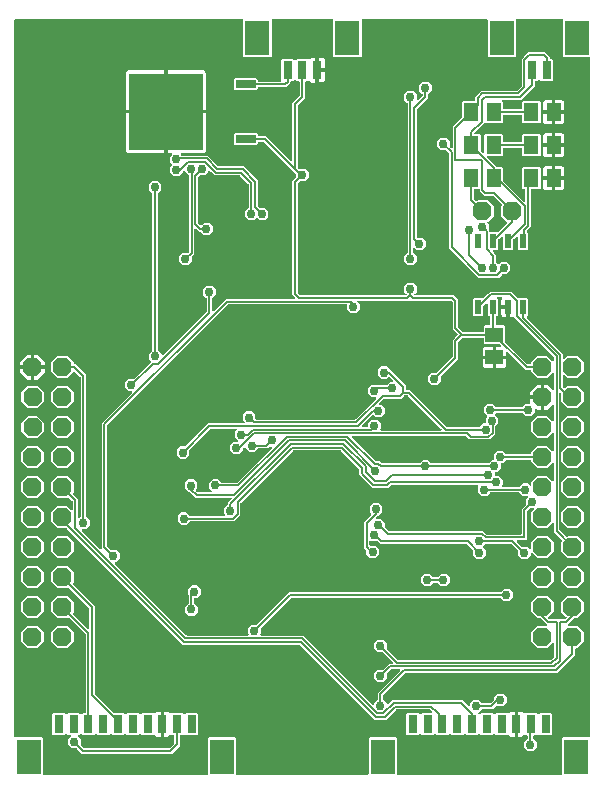
<source format=gbr>
G04 EAGLE Gerber RS-274X export*
G75*
%MOMM*%
%FSLAX34Y34*%
%LPD*%
%INBottom Copper*%
%IPPOS*%
%AMOC8*
5,1,8,0,0,1.08239X$1,22.5*%
G01*
%ADD10R,1.500000X1.300000*%
%ADD11R,1.300000X1.500000*%
%ADD12R,0.800000X1.600000*%
%ADD13R,2.100000X3.000000*%
%ADD14P,1.732040X8X112.500000*%
%ADD15P,1.732040X8X22.500000*%
%ADD16R,0.600000X1.200000*%
%ADD17R,1.701800X0.711200*%
%ADD18R,6.223000X6.553200*%
%ADD19C,0.152400*%
%ADD20C,0.756400*%

G36*
X173224Y10164D02*
X173224Y10164D01*
X173243Y10162D01*
X173345Y10184D01*
X173447Y10200D01*
X173464Y10210D01*
X173484Y10214D01*
X173573Y10267D01*
X173664Y10316D01*
X173678Y10330D01*
X173695Y10340D01*
X173762Y10419D01*
X173834Y10494D01*
X173842Y10512D01*
X173855Y10527D01*
X173894Y10623D01*
X173937Y10717D01*
X173939Y10737D01*
X173947Y10755D01*
X173965Y10922D01*
X173965Y41472D01*
X174858Y42365D01*
X197122Y42365D01*
X198015Y41472D01*
X198015Y10922D01*
X198018Y10902D01*
X198016Y10883D01*
X198038Y10781D01*
X198054Y10679D01*
X198064Y10662D01*
X198068Y10642D01*
X198121Y10553D01*
X198170Y10462D01*
X198184Y10448D01*
X198194Y10431D01*
X198273Y10364D01*
X198348Y10292D01*
X198366Y10284D01*
X198381Y10271D01*
X198477Y10232D01*
X198571Y10189D01*
X198591Y10187D01*
X198609Y10179D01*
X198776Y10161D01*
X309224Y10161D01*
X309244Y10164D01*
X309263Y10162D01*
X309365Y10184D01*
X309467Y10200D01*
X309484Y10210D01*
X309504Y10214D01*
X309593Y10267D01*
X309684Y10316D01*
X309698Y10330D01*
X309715Y10340D01*
X309782Y10419D01*
X309854Y10494D01*
X309862Y10512D01*
X309875Y10527D01*
X309914Y10623D01*
X309957Y10717D01*
X309959Y10737D01*
X309967Y10755D01*
X309985Y10922D01*
X309985Y41472D01*
X310878Y42365D01*
X333142Y42365D01*
X334035Y41472D01*
X334035Y10922D01*
X334038Y10902D01*
X334036Y10883D01*
X334058Y10781D01*
X334074Y10679D01*
X334084Y10662D01*
X334088Y10642D01*
X334141Y10553D01*
X334190Y10462D01*
X334204Y10448D01*
X334214Y10431D01*
X334293Y10364D01*
X334368Y10292D01*
X334386Y10284D01*
X334401Y10271D01*
X334497Y10232D01*
X334591Y10189D01*
X334611Y10187D01*
X334629Y10179D01*
X334796Y10161D01*
X472924Y10161D01*
X472944Y10164D01*
X472963Y10162D01*
X473065Y10184D01*
X473167Y10200D01*
X473184Y10210D01*
X473204Y10214D01*
X473293Y10267D01*
X473384Y10316D01*
X473398Y10330D01*
X473415Y10340D01*
X473482Y10419D01*
X473554Y10494D01*
X473562Y10512D01*
X473575Y10527D01*
X473614Y10623D01*
X473657Y10717D01*
X473659Y10737D01*
X473667Y10755D01*
X473685Y10922D01*
X473685Y41472D01*
X474578Y42365D01*
X496895Y42365D01*
X496914Y42368D01*
X496934Y42366D01*
X497035Y42388D01*
X497137Y42404D01*
X497155Y42414D01*
X497174Y42418D01*
X497263Y42471D01*
X497355Y42520D01*
X497368Y42534D01*
X497385Y42544D01*
X497453Y42623D01*
X497524Y42698D01*
X497532Y42716D01*
X497545Y42731D01*
X497584Y42827D01*
X497628Y42921D01*
X497630Y42941D01*
X497637Y42959D01*
X497656Y43126D01*
X497877Y617274D01*
X497873Y617294D01*
X497876Y617313D01*
X497854Y617415D01*
X497837Y617516D01*
X497828Y617534D01*
X497823Y617554D01*
X497770Y617643D01*
X497722Y617734D01*
X497708Y617748D01*
X497697Y617765D01*
X497619Y617832D01*
X497544Y617903D01*
X497526Y617912D01*
X497510Y617925D01*
X497414Y617964D01*
X497321Y618007D01*
X497301Y618009D01*
X497282Y618017D01*
X497115Y618035D01*
X475378Y618035D01*
X474485Y618928D01*
X474485Y649480D01*
X474482Y649500D01*
X474484Y649519D01*
X474462Y649621D01*
X474446Y649723D01*
X474436Y649740D01*
X474432Y649760D01*
X474379Y649849D01*
X474330Y649940D01*
X474316Y649954D01*
X474306Y649971D01*
X474227Y650038D01*
X474152Y650110D01*
X474134Y650118D01*
X474119Y650131D01*
X474023Y650170D01*
X473929Y650213D01*
X473909Y650215D01*
X473891Y650223D01*
X473724Y650241D01*
X435596Y650241D01*
X435576Y650238D01*
X435557Y650240D01*
X435455Y650218D01*
X435353Y650202D01*
X435336Y650192D01*
X435316Y650188D01*
X435227Y650135D01*
X435136Y650086D01*
X435122Y650072D01*
X435105Y650062D01*
X435038Y649983D01*
X434966Y649908D01*
X434958Y649890D01*
X434945Y649875D01*
X434906Y649779D01*
X434863Y649685D01*
X434861Y649665D01*
X434853Y649647D01*
X434835Y649480D01*
X434835Y618928D01*
X433942Y618035D01*
X411678Y618035D01*
X410785Y618928D01*
X410785Y649480D01*
X410782Y649500D01*
X410784Y649519D01*
X410762Y649621D01*
X410746Y649723D01*
X410736Y649740D01*
X410732Y649760D01*
X410679Y649849D01*
X410630Y649940D01*
X410616Y649954D01*
X410606Y649971D01*
X410527Y650038D01*
X410452Y650110D01*
X410434Y650118D01*
X410419Y650131D01*
X410323Y650170D01*
X410229Y650213D01*
X410209Y650215D01*
X410191Y650223D01*
X410024Y650241D01*
X304886Y650241D01*
X304866Y650238D01*
X304847Y650240D01*
X304745Y650218D01*
X304643Y650202D01*
X304626Y650192D01*
X304606Y650188D01*
X304517Y650135D01*
X304426Y650086D01*
X304412Y650072D01*
X304395Y650062D01*
X304328Y649983D01*
X304256Y649908D01*
X304248Y649890D01*
X304235Y649875D01*
X304196Y649779D01*
X304153Y649685D01*
X304151Y649665D01*
X304143Y649647D01*
X304125Y649480D01*
X304125Y618928D01*
X303232Y618035D01*
X280968Y618035D01*
X280075Y618928D01*
X280075Y649480D01*
X280072Y649500D01*
X280074Y649519D01*
X280052Y649621D01*
X280036Y649723D01*
X280026Y649740D01*
X280022Y649760D01*
X279969Y649849D01*
X279920Y649940D01*
X279906Y649954D01*
X279896Y649971D01*
X279817Y650038D01*
X279742Y650110D01*
X279724Y650118D01*
X279709Y650131D01*
X279613Y650170D01*
X279519Y650213D01*
X279499Y650215D01*
X279481Y650223D01*
X279314Y650241D01*
X228686Y650241D01*
X228666Y650238D01*
X228647Y650240D01*
X228545Y650218D01*
X228443Y650202D01*
X228426Y650192D01*
X228406Y650188D01*
X228317Y650135D01*
X228226Y650086D01*
X228212Y650072D01*
X228195Y650062D01*
X228128Y649983D01*
X228056Y649908D01*
X228048Y649890D01*
X228035Y649875D01*
X227996Y649779D01*
X227953Y649685D01*
X227951Y649665D01*
X227943Y649647D01*
X227925Y649480D01*
X227925Y618928D01*
X227032Y618035D01*
X204768Y618035D01*
X203875Y618928D01*
X203875Y649480D01*
X203872Y649500D01*
X203874Y649519D01*
X203852Y649621D01*
X203836Y649723D01*
X203826Y649740D01*
X203822Y649760D01*
X203769Y649849D01*
X203720Y649940D01*
X203706Y649954D01*
X203696Y649971D01*
X203617Y650038D01*
X203542Y650110D01*
X203524Y650118D01*
X203509Y650131D01*
X203413Y650170D01*
X203319Y650213D01*
X203299Y650215D01*
X203281Y650223D01*
X203114Y650241D01*
X10922Y650241D01*
X10902Y650238D01*
X10883Y650240D01*
X10781Y650218D01*
X10679Y650202D01*
X10662Y650192D01*
X10642Y650188D01*
X10553Y650135D01*
X10462Y650086D01*
X10448Y650072D01*
X10431Y650062D01*
X10364Y649983D01*
X10292Y649908D01*
X10284Y649890D01*
X10271Y649875D01*
X10232Y649779D01*
X10189Y649685D01*
X10187Y649665D01*
X10179Y649647D01*
X10161Y649480D01*
X10161Y43126D01*
X10164Y43106D01*
X10162Y43087D01*
X10184Y42985D01*
X10200Y42883D01*
X10210Y42866D01*
X10214Y42846D01*
X10267Y42757D01*
X10316Y42666D01*
X10330Y42652D01*
X10340Y42635D01*
X10419Y42568D01*
X10494Y42496D01*
X10512Y42488D01*
X10527Y42475D01*
X10623Y42436D01*
X10717Y42393D01*
X10737Y42391D01*
X10755Y42383D01*
X10922Y42365D01*
X33422Y42365D01*
X34315Y41472D01*
X34315Y10922D01*
X34318Y10902D01*
X34316Y10883D01*
X34338Y10781D01*
X34354Y10679D01*
X34364Y10662D01*
X34368Y10642D01*
X34421Y10553D01*
X34470Y10462D01*
X34484Y10448D01*
X34494Y10431D01*
X34573Y10364D01*
X34648Y10292D01*
X34666Y10284D01*
X34681Y10271D01*
X34777Y10232D01*
X34871Y10189D01*
X34891Y10187D01*
X34909Y10179D01*
X35076Y10161D01*
X173204Y10161D01*
X173224Y10164D01*
G37*
%LPC*%
G36*
X444842Y30253D02*
X444842Y30253D01*
X441733Y33362D01*
X441733Y37758D01*
X444530Y40555D01*
X444583Y40629D01*
X444643Y40699D01*
X444655Y40729D01*
X444674Y40755D01*
X444701Y40842D01*
X444735Y40927D01*
X444739Y40968D01*
X444746Y40990D01*
X444745Y41022D01*
X444753Y41093D01*
X444753Y43054D01*
X444750Y43074D01*
X444752Y43093D01*
X444730Y43195D01*
X444714Y43297D01*
X444704Y43314D01*
X444700Y43334D01*
X444647Y43423D01*
X444598Y43514D01*
X444584Y43528D01*
X444574Y43545D01*
X444495Y43612D01*
X444420Y43684D01*
X444402Y43692D01*
X444387Y43705D01*
X444291Y43744D01*
X444197Y43787D01*
X444177Y43789D01*
X444159Y43797D01*
X443992Y43815D01*
X442978Y43815D01*
X442529Y44264D01*
X442433Y44334D01*
X442337Y44404D01*
X442333Y44406D01*
X442330Y44408D01*
X442217Y44443D01*
X442103Y44479D01*
X442098Y44479D01*
X442094Y44480D01*
X441976Y44477D01*
X441857Y44475D01*
X441853Y44474D01*
X441849Y44474D01*
X441737Y44433D01*
X441625Y44394D01*
X441621Y44391D01*
X441618Y44390D01*
X441525Y44315D01*
X441431Y44242D01*
X441428Y44238D01*
X441426Y44236D01*
X441418Y44224D01*
X441332Y44107D01*
X441143Y43780D01*
X440670Y43307D01*
X440091Y42972D01*
X439444Y42799D01*
X436633Y42799D01*
X436633Y52578D01*
X436630Y52598D01*
X436632Y52617D01*
X436610Y52719D01*
X436593Y52821D01*
X436584Y52838D01*
X436580Y52858D01*
X436527Y52947D01*
X436478Y53038D01*
X436464Y53052D01*
X436454Y53069D01*
X436375Y53136D01*
X436300Y53207D01*
X436282Y53216D01*
X436267Y53229D01*
X436171Y53268D01*
X436077Y53311D01*
X436057Y53313D01*
X436039Y53321D01*
X435872Y53339D01*
X434348Y53339D01*
X434328Y53336D01*
X434309Y53338D01*
X434207Y53316D01*
X434105Y53299D01*
X434088Y53290D01*
X434068Y53286D01*
X433979Y53233D01*
X433888Y53184D01*
X433874Y53170D01*
X433857Y53160D01*
X433790Y53081D01*
X433719Y53006D01*
X433710Y52988D01*
X433697Y52973D01*
X433658Y52877D01*
X433615Y52783D01*
X433613Y52763D01*
X433605Y52745D01*
X433587Y52578D01*
X433587Y42799D01*
X430776Y42799D01*
X430129Y42972D01*
X429550Y43307D01*
X429077Y43780D01*
X428888Y44107D01*
X428814Y44198D01*
X428739Y44292D01*
X428735Y44294D01*
X428732Y44297D01*
X428633Y44360D01*
X428532Y44425D01*
X428528Y44426D01*
X428524Y44428D01*
X428409Y44456D01*
X428293Y44485D01*
X428289Y44484D01*
X428285Y44485D01*
X428166Y44475D01*
X428048Y44466D01*
X428044Y44464D01*
X428040Y44464D01*
X427931Y44416D01*
X427822Y44369D01*
X427818Y44366D01*
X427815Y44365D01*
X427805Y44356D01*
X427691Y44264D01*
X427242Y43815D01*
X417978Y43815D01*
X416898Y44895D01*
X416882Y44907D01*
X416870Y44923D01*
X416782Y44979D01*
X416699Y45039D01*
X416680Y45045D01*
X416663Y45056D01*
X416562Y45081D01*
X416463Y45111D01*
X416444Y45111D01*
X416424Y45116D01*
X416321Y45108D01*
X416218Y45105D01*
X416199Y45098D01*
X416179Y45097D01*
X416084Y45056D01*
X415987Y45021D01*
X415971Y45008D01*
X415953Y45000D01*
X415822Y44895D01*
X414742Y43815D01*
X405478Y43815D01*
X404398Y44895D01*
X404382Y44907D01*
X404370Y44923D01*
X404282Y44979D01*
X404199Y45039D01*
X404180Y45045D01*
X404163Y45056D01*
X404062Y45081D01*
X403963Y45111D01*
X403944Y45111D01*
X403924Y45116D01*
X403821Y45108D01*
X403718Y45105D01*
X403699Y45098D01*
X403679Y45097D01*
X403584Y45056D01*
X403487Y45021D01*
X403471Y45008D01*
X403453Y45000D01*
X403322Y44895D01*
X402242Y43815D01*
X392978Y43815D01*
X391898Y44895D01*
X391882Y44907D01*
X391870Y44923D01*
X391782Y44979D01*
X391699Y45039D01*
X391680Y45045D01*
X391663Y45056D01*
X391562Y45081D01*
X391463Y45111D01*
X391444Y45111D01*
X391424Y45116D01*
X391321Y45108D01*
X391218Y45105D01*
X391199Y45098D01*
X391179Y45097D01*
X391084Y45056D01*
X390987Y45021D01*
X390971Y45008D01*
X390953Y45000D01*
X390822Y44895D01*
X389742Y43815D01*
X380478Y43815D01*
X379398Y44895D01*
X379382Y44907D01*
X379370Y44923D01*
X379282Y44979D01*
X379199Y45039D01*
X379180Y45045D01*
X379163Y45056D01*
X379062Y45081D01*
X378963Y45111D01*
X378944Y45111D01*
X378924Y45116D01*
X378821Y45108D01*
X378718Y45105D01*
X378699Y45098D01*
X378679Y45097D01*
X378584Y45056D01*
X378487Y45021D01*
X378471Y45008D01*
X378453Y45000D01*
X378322Y44895D01*
X377242Y43815D01*
X367978Y43815D01*
X366898Y44895D01*
X366882Y44907D01*
X366870Y44923D01*
X366782Y44979D01*
X366699Y45039D01*
X366680Y45045D01*
X366663Y45056D01*
X366562Y45081D01*
X366463Y45111D01*
X366444Y45111D01*
X366424Y45116D01*
X366321Y45108D01*
X366218Y45105D01*
X366199Y45098D01*
X366179Y45097D01*
X366084Y45056D01*
X365987Y45021D01*
X365971Y45008D01*
X365953Y45000D01*
X365822Y44895D01*
X364742Y43815D01*
X355478Y43815D01*
X354398Y44895D01*
X354382Y44907D01*
X354370Y44923D01*
X354282Y44979D01*
X354199Y45039D01*
X354180Y45045D01*
X354163Y45056D01*
X354062Y45081D01*
X353963Y45111D01*
X353944Y45111D01*
X353924Y45116D01*
X353821Y45108D01*
X353718Y45105D01*
X353699Y45098D01*
X353679Y45097D01*
X353584Y45056D01*
X353487Y45021D01*
X353471Y45008D01*
X353453Y45000D01*
X353322Y44895D01*
X352242Y43815D01*
X342978Y43815D01*
X342085Y44708D01*
X342085Y61972D01*
X342978Y62865D01*
X352242Y62865D01*
X353322Y61785D01*
X353338Y61773D01*
X353350Y61757D01*
X353438Y61701D01*
X353521Y61641D01*
X353540Y61635D01*
X353557Y61624D01*
X353658Y61599D01*
X353757Y61569D01*
X353776Y61569D01*
X353796Y61564D01*
X353899Y61572D01*
X354002Y61575D01*
X354021Y61582D01*
X354041Y61583D01*
X354136Y61624D01*
X354233Y61659D01*
X354249Y61672D01*
X354267Y61680D01*
X354398Y61785D01*
X355478Y62865D01*
X363356Y62865D01*
X363426Y62876D01*
X363498Y62878D01*
X363547Y62896D01*
X363598Y62904D01*
X363662Y62938D01*
X363729Y62963D01*
X363770Y62995D01*
X363816Y63020D01*
X363865Y63072D01*
X363921Y63116D01*
X363949Y63160D01*
X363985Y63198D01*
X364015Y63263D01*
X364054Y63323D01*
X364067Y63374D01*
X364089Y63421D01*
X364097Y63492D01*
X364114Y63562D01*
X364110Y63614D01*
X364116Y63665D01*
X364101Y63736D01*
X364095Y63807D01*
X364075Y63855D01*
X364064Y63906D01*
X364027Y63967D01*
X363999Y64033D01*
X363954Y64089D01*
X363937Y64117D01*
X363920Y64132D01*
X363894Y64164D01*
X362496Y65562D01*
X362422Y65615D01*
X362352Y65675D01*
X362322Y65687D01*
X362296Y65706D01*
X362209Y65733D01*
X362124Y65767D01*
X362083Y65771D01*
X362061Y65778D01*
X362029Y65777D01*
X361957Y65785D01*
X333687Y65785D01*
X333596Y65771D01*
X333506Y65763D01*
X333476Y65751D01*
X333444Y65746D01*
X333363Y65703D01*
X333279Y65667D01*
X333247Y65641D01*
X333226Y65630D01*
X333204Y65607D01*
X333148Y65562D01*
X324763Y57177D01*
X315317Y57177D01*
X252040Y120454D01*
X251966Y120507D01*
X251896Y120567D01*
X251866Y120579D01*
X251840Y120598D01*
X251753Y120625D01*
X251668Y120659D01*
X251627Y120663D01*
X251605Y120670D01*
X251573Y120669D01*
X251501Y120677D01*
X152757Y120677D01*
X54583Y218851D01*
X54509Y218904D01*
X54439Y218964D01*
X54409Y218976D01*
X54383Y218995D01*
X54296Y219022D01*
X54211Y219056D01*
X54170Y219060D01*
X54148Y219067D01*
X54116Y219066D01*
X54044Y219074D01*
X46854Y219074D01*
X41274Y224654D01*
X41274Y232546D01*
X46854Y238126D01*
X54746Y238126D01*
X58204Y234667D01*
X58263Y234625D01*
X58315Y234576D01*
X58362Y234554D01*
X58404Y234524D01*
X58473Y234502D01*
X58538Y234472D01*
X58589Y234467D01*
X58639Y234451D01*
X58711Y234453D01*
X58782Y234445D01*
X58833Y234456D01*
X58885Y234458D01*
X58952Y234482D01*
X59022Y234497D01*
X59067Y234524D01*
X59116Y234542D01*
X59172Y234587D01*
X59234Y234624D01*
X59267Y234663D01*
X59308Y234696D01*
X59347Y234756D01*
X59393Y234810D01*
X59413Y234859D01*
X59441Y234903D01*
X59459Y234972D01*
X59485Y235039D01*
X59493Y235110D01*
X59501Y235141D01*
X59499Y235164D01*
X59504Y235205D01*
X59504Y241747D01*
X59489Y241837D01*
X59482Y241928D01*
X59469Y241958D01*
X59464Y241990D01*
X59421Y242070D01*
X59386Y242154D01*
X59360Y242186D01*
X59349Y242207D01*
X59326Y242229D01*
X59281Y242285D01*
X56457Y245109D01*
X56441Y245121D01*
X56428Y245136D01*
X56341Y245192D01*
X56257Y245253D01*
X56238Y245258D01*
X56222Y245269D01*
X56121Y245295D01*
X56022Y245325D01*
X56002Y245324D01*
X55983Y245329D01*
X55880Y245321D01*
X55776Y245319D01*
X55758Y245312D01*
X55738Y245310D01*
X55643Y245270D01*
X55545Y245234D01*
X55530Y245222D01*
X55511Y245214D01*
X55380Y245109D01*
X54746Y244474D01*
X46854Y244474D01*
X41274Y250054D01*
X41274Y257946D01*
X46854Y263526D01*
X54746Y263526D01*
X60326Y257946D01*
X60326Y250054D01*
X59691Y249420D01*
X59679Y249403D01*
X59664Y249391D01*
X59608Y249304D01*
X59547Y249220D01*
X59542Y249201D01*
X59531Y249184D01*
X59505Y249083D01*
X59475Y248985D01*
X59476Y248965D01*
X59471Y248945D01*
X59479Y248842D01*
X59481Y248739D01*
X59488Y248720D01*
X59490Y248700D01*
X59530Y248605D01*
X59566Y248508D01*
X59578Y248492D01*
X59586Y248474D01*
X59691Y248343D01*
X62515Y245519D01*
X64077Y243957D01*
X64077Y228360D01*
X64089Y228289D01*
X64091Y228218D01*
X64109Y228169D01*
X64117Y228117D01*
X64151Y228054D01*
X64175Y227987D01*
X64208Y227946D01*
X64232Y227900D01*
X64284Y227851D01*
X64329Y227795D01*
X64373Y227766D01*
X64411Y227730D01*
X64476Y227700D01*
X64536Y227662D01*
X64586Y227649D01*
X64634Y227627D01*
X64705Y227619D01*
X64774Y227601D01*
X64826Y227606D01*
X64878Y227600D01*
X64948Y227615D01*
X65020Y227621D01*
X65067Y227641D01*
X65118Y227652D01*
X65180Y227689D01*
X65246Y227717D01*
X65302Y227762D01*
X65330Y227778D01*
X65345Y227796D01*
X65377Y227822D01*
X66070Y228515D01*
X66124Y228589D01*
X66183Y228659D01*
X66195Y228689D01*
X66214Y228715D01*
X66241Y228802D01*
X66275Y228887D01*
X66279Y228928D01*
X66286Y228950D01*
X66285Y228982D01*
X66293Y229053D01*
X66293Y346717D01*
X66279Y346808D01*
X66271Y346898D01*
X66259Y346928D01*
X66254Y346960D01*
X66211Y347041D01*
X66175Y347125D01*
X66149Y347157D01*
X66138Y347178D01*
X66115Y347200D01*
X66070Y347256D01*
X61537Y351789D01*
X61521Y351801D01*
X61508Y351816D01*
X61421Y351872D01*
X61337Y351933D01*
X61318Y351938D01*
X61301Y351949D01*
X61201Y351975D01*
X61102Y352005D01*
X61082Y352004D01*
X61063Y352009D01*
X60960Y352001D01*
X60856Y351999D01*
X60838Y351992D01*
X60818Y351990D01*
X60723Y351950D01*
X60625Y351914D01*
X60610Y351902D01*
X60591Y351894D01*
X60460Y351789D01*
X54746Y346074D01*
X46854Y346074D01*
X41274Y351654D01*
X41274Y359546D01*
X46854Y365126D01*
X54746Y365126D01*
X60326Y359546D01*
X60326Y358648D01*
X60329Y358628D01*
X60327Y358609D01*
X60349Y358507D01*
X60365Y358405D01*
X60375Y358388D01*
X60379Y358368D01*
X60432Y358279D01*
X60481Y358188D01*
X60495Y358174D01*
X60505Y358157D01*
X60584Y358090D01*
X60659Y358018D01*
X60677Y358010D01*
X60692Y357997D01*
X60788Y357958D01*
X60882Y357915D01*
X60902Y357913D01*
X60920Y357905D01*
X61087Y357887D01*
X61907Y357887D01*
X70867Y348927D01*
X70867Y229053D01*
X70881Y228963D01*
X70889Y228872D01*
X70901Y228843D01*
X70906Y228811D01*
X70949Y228730D01*
X70985Y228646D01*
X71011Y228614D01*
X71022Y228593D01*
X71045Y228571D01*
X71090Y228515D01*
X73887Y225718D01*
X73887Y221322D01*
X70778Y218213D01*
X67837Y218213D01*
X67766Y218202D01*
X67695Y218200D01*
X67646Y218182D01*
X67594Y218174D01*
X67531Y218140D01*
X67464Y218115D01*
X67423Y218083D01*
X67377Y218058D01*
X67328Y218007D01*
X67271Y217962D01*
X67243Y217918D01*
X67207Y217880D01*
X67177Y217815D01*
X67138Y217755D01*
X67126Y217704D01*
X67104Y217657D01*
X67096Y217586D01*
X67078Y217516D01*
X67082Y217464D01*
X67077Y217413D01*
X67092Y217342D01*
X67098Y217271D01*
X67118Y217223D01*
X67129Y217172D01*
X67166Y217111D01*
X67194Y217045D01*
X67239Y216989D01*
X67255Y216961D01*
X67273Y216946D01*
X67299Y216914D01*
X82774Y201439D01*
X82832Y201397D01*
X82884Y201347D01*
X82931Y201325D01*
X82973Y201295D01*
X83042Y201274D01*
X83107Y201244D01*
X83159Y201238D01*
X83209Y201223D01*
X83280Y201225D01*
X83351Y201217D01*
X83402Y201228D01*
X83454Y201229D01*
X83522Y201254D01*
X83592Y201269D01*
X83636Y201296D01*
X83685Y201314D01*
X83741Y201358D01*
X83803Y201395D01*
X83837Y201435D01*
X83877Y201467D01*
X83916Y201528D01*
X83963Y201582D01*
X83982Y201630D01*
X84010Y201674D01*
X84028Y201744D01*
X84055Y201810D01*
X84063Y201882D01*
X84071Y201913D01*
X84069Y201936D01*
X84073Y201977D01*
X84073Y308287D01*
X109540Y333754D01*
X109582Y333812D01*
X109631Y333864D01*
X109653Y333911D01*
X109683Y333953D01*
X109704Y334022D01*
X109735Y334087D01*
X109740Y334139D01*
X109756Y334189D01*
X109754Y334260D01*
X109762Y334331D01*
X109751Y334382D01*
X109749Y334434D01*
X109725Y334502D01*
X109710Y334572D01*
X109683Y334617D01*
X109665Y334665D01*
X109620Y334721D01*
X109583Y334783D01*
X109544Y334817D01*
X109511Y334857D01*
X109451Y334896D01*
X109396Y334943D01*
X109348Y334962D01*
X109304Y334990D01*
X109235Y335008D01*
X109168Y335035D01*
X109097Y335043D01*
X109066Y335051D01*
X109042Y335049D01*
X109002Y335053D01*
X107022Y335053D01*
X103913Y338162D01*
X103913Y342558D01*
X107022Y345667D01*
X110977Y345667D01*
X111068Y345681D01*
X111158Y345689D01*
X111188Y345701D01*
X111220Y345706D01*
X111301Y345749D01*
X111385Y345785D01*
X111417Y345811D01*
X111438Y345822D01*
X111460Y345845D01*
X111516Y345890D01*
X124864Y359238D01*
X125583Y359957D01*
X125595Y359973D01*
X125611Y359986D01*
X125667Y360073D01*
X125727Y360157D01*
X125733Y360176D01*
X125744Y360193D01*
X125769Y360293D01*
X125799Y360392D01*
X125799Y360412D01*
X125804Y360431D01*
X125796Y360534D01*
X125793Y360638D01*
X125786Y360657D01*
X125784Y360677D01*
X125744Y360771D01*
X125708Y360869D01*
X125696Y360885D01*
X125688Y360903D01*
X125583Y361034D01*
X124233Y362384D01*
X124233Y366780D01*
X126550Y369097D01*
X126603Y369171D01*
X126663Y369241D01*
X126675Y369271D01*
X126694Y369297D01*
X126721Y369384D01*
X126755Y369469D01*
X126759Y369510D01*
X126766Y369532D01*
X126765Y369564D01*
X126773Y369635D01*
X126773Y502467D01*
X126759Y502557D01*
X126751Y502648D01*
X126739Y502677D01*
X126734Y502709D01*
X126691Y502790D01*
X126655Y502874D01*
X126629Y502906D01*
X126618Y502927D01*
X126595Y502949D01*
X126550Y503005D01*
X123753Y505802D01*
X123753Y510198D01*
X126862Y513307D01*
X131258Y513307D01*
X134367Y510198D01*
X134367Y505802D01*
X131570Y503005D01*
X131517Y502931D01*
X131457Y502861D01*
X131445Y502831D01*
X131426Y502805D01*
X131399Y502718D01*
X131365Y502633D01*
X131361Y502592D01*
X131354Y502570D01*
X131355Y502538D01*
X131347Y502467D01*
X131347Y370595D01*
X131361Y370505D01*
X131369Y370414D01*
X131381Y370385D01*
X131386Y370353D01*
X131429Y370272D01*
X131465Y370188D01*
X131491Y370156D01*
X131502Y370135D01*
X131525Y370113D01*
X131570Y370057D01*
X134847Y366780D01*
X134847Y366379D01*
X134858Y366308D01*
X134860Y366237D01*
X134878Y366188D01*
X134886Y366136D01*
X134920Y366073D01*
X134945Y366006D01*
X134977Y365965D01*
X135002Y365919D01*
X135054Y365869D01*
X135098Y365813D01*
X135142Y365785D01*
X135180Y365749D01*
X135245Y365719D01*
X135305Y365680D01*
X135356Y365668D01*
X135403Y365646D01*
X135474Y365638D01*
X135544Y365620D01*
X135596Y365624D01*
X135647Y365619D01*
X135718Y365634D01*
X135789Y365640D01*
X135837Y365660D01*
X135888Y365671D01*
X135949Y365708D01*
X136015Y365736D01*
X136071Y365781D01*
X136099Y365797D01*
X136114Y365815D01*
X136146Y365841D01*
X172750Y402445D01*
X172795Y402507D01*
X172824Y402538D01*
X172830Y402549D01*
X172863Y402588D01*
X172875Y402618D01*
X172894Y402644D01*
X172921Y402731D01*
X172955Y402816D01*
X172959Y402857D01*
X172966Y402880D01*
X172965Y402912D01*
X172973Y402983D01*
X172973Y413567D01*
X172959Y413657D01*
X172951Y413748D01*
X172939Y413777D01*
X172934Y413809D01*
X172891Y413890D01*
X172855Y413974D01*
X172829Y414006D01*
X172818Y414027D01*
X172795Y414049D01*
X172750Y414105D01*
X169953Y416902D01*
X169953Y421298D01*
X173062Y424407D01*
X177458Y424407D01*
X180567Y421298D01*
X180567Y416902D01*
X177770Y414105D01*
X177717Y414031D01*
X177657Y413961D01*
X177645Y413931D01*
X177626Y413905D01*
X177599Y413818D01*
X177565Y413733D01*
X177561Y413692D01*
X177554Y413670D01*
X177555Y413638D01*
X177547Y413567D01*
X177547Y403598D01*
X177558Y403528D01*
X177560Y403456D01*
X177578Y403407D01*
X177586Y403356D01*
X177620Y403292D01*
X177645Y403225D01*
X177677Y403184D01*
X177702Y403138D01*
X177754Y403089D01*
X177798Y403033D01*
X177842Y403005D01*
X177880Y402969D01*
X177945Y402939D01*
X178005Y402900D01*
X178056Y402887D01*
X178103Y402865D01*
X178174Y402857D01*
X178244Y402840D01*
X178296Y402844D01*
X178347Y402838D01*
X178418Y402853D01*
X178489Y402859D01*
X178537Y402879D01*
X178588Y402890D01*
X178649Y402927D01*
X178715Y402955D01*
X178771Y403000D01*
X178799Y403017D01*
X178814Y403034D01*
X178846Y403060D01*
X187482Y411696D01*
X189045Y413259D01*
X247150Y413259D01*
X247220Y413270D01*
X247292Y413272D01*
X247341Y413290D01*
X247392Y413298D01*
X247456Y413332D01*
X247523Y413357D01*
X247564Y413389D01*
X247610Y413414D01*
X247659Y413466D01*
X247715Y413510D01*
X247743Y413554D01*
X247779Y413592D01*
X247809Y413657D01*
X247848Y413717D01*
X247861Y413768D01*
X247883Y413815D01*
X247891Y413886D01*
X247908Y413956D01*
X247904Y414008D01*
X247910Y414059D01*
X247895Y414130D01*
X247889Y414201D01*
X247869Y414249D01*
X247858Y414300D01*
X247821Y414361D01*
X247793Y414427D01*
X247748Y414483D01*
X247731Y414511D01*
X247714Y414526D01*
X247688Y414558D01*
X245463Y416783D01*
X245463Y512857D01*
X248470Y515864D01*
X248514Y515925D01*
X248551Y515964D01*
X248558Y515978D01*
X248583Y516008D01*
X248595Y516038D01*
X248614Y516064D01*
X248641Y516151D01*
X248675Y516236D01*
X248679Y516277D01*
X248686Y516299D01*
X248685Y516331D01*
X248693Y516402D01*
X248693Y518748D01*
X248679Y518838D01*
X248671Y518929D01*
X248659Y518958D01*
X248654Y518990D01*
X248611Y519071D01*
X248575Y519155D01*
X248549Y519187D01*
X248538Y519208D01*
X248515Y519230D01*
X248470Y519286D01*
X247026Y520730D01*
X221395Y546361D01*
X221321Y546414D01*
X221252Y546474D01*
X221221Y546486D01*
X221195Y546505D01*
X221108Y546531D01*
X221023Y546566D01*
X220982Y546570D01*
X220960Y546577D01*
X220928Y546576D01*
X220857Y546584D01*
X216761Y546584D01*
X216741Y546581D01*
X216722Y546583D01*
X216620Y546561D01*
X216518Y546544D01*
X216501Y546535D01*
X216481Y546531D01*
X216392Y546478D01*
X216301Y546429D01*
X216287Y546415D01*
X216270Y546405D01*
X216203Y546326D01*
X216132Y546251D01*
X216123Y546233D01*
X216110Y546218D01*
X216071Y546122D01*
X216028Y546028D01*
X216026Y546008D01*
X216018Y545990D01*
X216000Y545823D01*
X216000Y544683D01*
X215107Y543790D01*
X196825Y543790D01*
X195932Y544683D01*
X195932Y553058D01*
X196825Y553952D01*
X215107Y553952D01*
X216000Y553058D01*
X216000Y551919D01*
X216003Y551899D01*
X216001Y551879D01*
X216023Y551778D01*
X216040Y551676D01*
X216049Y551659D01*
X216053Y551639D01*
X216106Y551550D01*
X216155Y551459D01*
X216169Y551445D01*
X216179Y551428D01*
X216258Y551361D01*
X216333Y551289D01*
X216351Y551281D01*
X216366Y551268D01*
X216462Y551229D01*
X216556Y551186D01*
X216576Y551184D01*
X216594Y551176D01*
X216761Y551158D01*
X223066Y551158D01*
X244164Y530060D01*
X244222Y530018D01*
X244274Y529969D01*
X244321Y529947D01*
X244363Y529917D01*
X244432Y529896D01*
X244497Y529865D01*
X244549Y529860D01*
X244599Y529844D01*
X244670Y529846D01*
X244741Y529838D01*
X244792Y529849D01*
X244844Y529851D01*
X244912Y529875D01*
X244982Y529890D01*
X245027Y529917D01*
X245075Y529935D01*
X245131Y529980D01*
X245193Y530017D01*
X245227Y530056D01*
X245267Y530089D01*
X245306Y530149D01*
X245353Y530204D01*
X245372Y530252D01*
X245400Y530296D01*
X245418Y530365D01*
X245445Y530432D01*
X245453Y530503D01*
X245461Y530534D01*
X245459Y530558D01*
X245463Y530598D01*
X245463Y578897D01*
X251490Y584924D01*
X251543Y584998D01*
X251603Y585068D01*
X251615Y585098D01*
X251634Y585124D01*
X251661Y585211D01*
X251695Y585296D01*
X251699Y585337D01*
X251706Y585359D01*
X251705Y585391D01*
X251713Y585463D01*
X251713Y596774D01*
X251710Y596794D01*
X251712Y596813D01*
X251690Y596915D01*
X251674Y597017D01*
X251664Y597034D01*
X251660Y597054D01*
X251607Y597143D01*
X251558Y597234D01*
X251544Y597248D01*
X251534Y597265D01*
X251455Y597332D01*
X251380Y597404D01*
X251362Y597412D01*
X251347Y597425D01*
X251251Y597464D01*
X251157Y597507D01*
X251137Y597509D01*
X251119Y597517D01*
X250952Y597535D01*
X249368Y597535D01*
X248288Y598615D01*
X248272Y598627D01*
X248260Y598643D01*
X248172Y598699D01*
X248089Y598759D01*
X248070Y598765D01*
X248053Y598776D01*
X247952Y598801D01*
X247853Y598831D01*
X247834Y598831D01*
X247814Y598836D01*
X247711Y598828D01*
X247608Y598825D01*
X247589Y598818D01*
X247569Y598817D01*
X247474Y598776D01*
X247377Y598741D01*
X247361Y598728D01*
X247343Y598720D01*
X247212Y598615D01*
X246132Y597535D01*
X244548Y597535D01*
X244528Y597532D01*
X244509Y597534D01*
X244407Y597512D01*
X244305Y597496D01*
X244288Y597486D01*
X244268Y597482D01*
X244179Y597429D01*
X244088Y597380D01*
X244074Y597366D01*
X244057Y597356D01*
X243990Y597277D01*
X243918Y597202D01*
X243910Y597184D01*
X243897Y597169D01*
X243858Y597073D01*
X243815Y596979D01*
X243813Y596959D01*
X243805Y596941D01*
X243787Y596774D01*
X243787Y596153D01*
X240218Y592584D01*
X216761Y592584D01*
X216741Y592581D01*
X216722Y592583D01*
X216620Y592561D01*
X216518Y592544D01*
X216501Y592535D01*
X216481Y592531D01*
X216392Y592478D01*
X216301Y592429D01*
X216287Y592415D01*
X216270Y592405D01*
X216203Y592326D01*
X216132Y592251D01*
X216123Y592233D01*
X216110Y592218D01*
X216071Y592122D01*
X216028Y592028D01*
X216026Y592008D01*
X216018Y591990D01*
X216000Y591823D01*
X216000Y590683D01*
X215107Y589790D01*
X196825Y589790D01*
X195932Y590683D01*
X195932Y599058D01*
X196825Y599952D01*
X215107Y599952D01*
X216000Y599058D01*
X216000Y597919D01*
X216003Y597899D01*
X216001Y597879D01*
X216023Y597778D01*
X216040Y597676D01*
X216049Y597659D01*
X216053Y597639D01*
X216106Y597550D01*
X216155Y597459D01*
X216169Y597445D01*
X216179Y597428D01*
X216258Y597361D01*
X216333Y597289D01*
X216351Y597281D01*
X216366Y597268D01*
X216462Y597229D01*
X216556Y597186D01*
X216576Y597184D01*
X216594Y597176D01*
X216761Y597158D01*
X235408Y597158D01*
X235479Y597169D01*
X235551Y597171D01*
X235600Y597189D01*
X235651Y597197D01*
X235714Y597231D01*
X235782Y597255D01*
X235823Y597288D01*
X235868Y597312D01*
X235918Y597364D01*
X235974Y597409D01*
X236002Y597453D01*
X236038Y597491D01*
X236068Y597556D01*
X236107Y597616D01*
X236120Y597667D01*
X236141Y597714D01*
X236149Y597785D01*
X236167Y597855D01*
X236163Y597907D01*
X236169Y597958D01*
X236153Y598028D01*
X236148Y598100D01*
X236127Y598148D01*
X236116Y598199D01*
X236079Y598260D01*
X236051Y598326D01*
X236007Y598382D01*
X235990Y598410D01*
X235975Y598422D01*
X235975Y615692D01*
X236868Y616585D01*
X246132Y616585D01*
X247212Y615505D01*
X247228Y615493D01*
X247240Y615477D01*
X247328Y615421D01*
X247411Y615361D01*
X247430Y615355D01*
X247447Y615344D01*
X247548Y615319D01*
X247647Y615289D01*
X247666Y615289D01*
X247686Y615284D01*
X247789Y615292D01*
X247892Y615295D01*
X247911Y615302D01*
X247931Y615303D01*
X248026Y615344D01*
X248123Y615379D01*
X248139Y615392D01*
X248157Y615400D01*
X248288Y615505D01*
X249368Y616585D01*
X258632Y616585D01*
X259081Y616136D01*
X259177Y616066D01*
X259273Y615996D01*
X259277Y615994D01*
X259280Y615992D01*
X259393Y615957D01*
X259507Y615921D01*
X259512Y615921D01*
X259516Y615920D01*
X259634Y615923D01*
X259753Y615925D01*
X259757Y615926D01*
X259761Y615926D01*
X259873Y615967D01*
X259985Y616006D01*
X259989Y616009D01*
X259992Y616010D01*
X260085Y616085D01*
X260179Y616158D01*
X260182Y616162D01*
X260184Y616164D01*
X260192Y616176D01*
X260278Y616293D01*
X260467Y616620D01*
X260940Y617093D01*
X261519Y617428D01*
X262166Y617601D01*
X264977Y617601D01*
X264977Y607822D01*
X264980Y607802D01*
X264978Y607783D01*
X265000Y607681D01*
X265017Y607579D01*
X265026Y607562D01*
X265030Y607542D01*
X265083Y607453D01*
X265132Y607362D01*
X265146Y607348D01*
X265156Y607331D01*
X265235Y607264D01*
X265310Y607193D01*
X265328Y607184D01*
X265343Y607171D01*
X265439Y607132D01*
X265533Y607089D01*
X265553Y607087D01*
X265571Y607079D01*
X265738Y607061D01*
X266501Y607061D01*
X266501Y607059D01*
X265738Y607059D01*
X265718Y607056D01*
X265699Y607058D01*
X265597Y607036D01*
X265495Y607019D01*
X265478Y607010D01*
X265458Y607006D01*
X265369Y606953D01*
X265278Y606904D01*
X265264Y606890D01*
X265247Y606880D01*
X265180Y606801D01*
X265109Y606726D01*
X265100Y606708D01*
X265087Y606693D01*
X265048Y606597D01*
X265005Y606503D01*
X265003Y606483D01*
X264995Y606465D01*
X264977Y606298D01*
X264977Y596519D01*
X262166Y596519D01*
X261519Y596692D01*
X260940Y597027D01*
X260467Y597500D01*
X260278Y597827D01*
X260204Y597917D01*
X260129Y598012D01*
X260125Y598014D01*
X260122Y598017D01*
X260023Y598080D01*
X259922Y598145D01*
X259918Y598146D01*
X259914Y598148D01*
X259799Y598176D01*
X259683Y598205D01*
X259679Y598204D01*
X259675Y598205D01*
X259556Y598195D01*
X259438Y598186D01*
X259434Y598184D01*
X259430Y598184D01*
X259321Y598136D01*
X259212Y598089D01*
X259208Y598086D01*
X259205Y598085D01*
X259195Y598076D01*
X259081Y597984D01*
X258632Y597535D01*
X257048Y597535D01*
X257028Y597532D01*
X257009Y597534D01*
X256907Y597512D01*
X256805Y597496D01*
X256788Y597486D01*
X256768Y597482D01*
X256679Y597429D01*
X256588Y597380D01*
X256574Y597366D01*
X256557Y597356D01*
X256490Y597277D01*
X256418Y597202D01*
X256410Y597184D01*
X256397Y597169D01*
X256358Y597073D01*
X256315Y596979D01*
X256313Y596959D01*
X256305Y596941D01*
X256287Y596774D01*
X256287Y583253D01*
X250260Y577226D01*
X250207Y577152D01*
X250147Y577082D01*
X250135Y577052D01*
X250116Y577026D01*
X250089Y576939D01*
X250055Y576854D01*
X250051Y576813D01*
X250044Y576791D01*
X250045Y576759D01*
X250037Y576687D01*
X250037Y524503D01*
X250051Y524413D01*
X250059Y524322D01*
X250071Y524292D01*
X250076Y524260D01*
X250119Y524179D01*
X250155Y524095D01*
X250181Y524063D01*
X250192Y524042D01*
X250215Y524020D01*
X250260Y523964D01*
X250741Y523483D01*
X250757Y523471D01*
X250770Y523455D01*
X250857Y523400D01*
X250941Y523339D01*
X250960Y523333D01*
X250977Y523322D01*
X251077Y523297D01*
X251176Y523267D01*
X251196Y523267D01*
X251215Y523262D01*
X251318Y523270D01*
X251422Y523273D01*
X251441Y523280D01*
X251461Y523282D01*
X251555Y523322D01*
X251653Y523358D01*
X251669Y523370D01*
X251687Y523378D01*
X251798Y523467D01*
X256198Y523467D01*
X259307Y520358D01*
X259307Y515962D01*
X256198Y512853D01*
X252242Y512853D01*
X252152Y512839D01*
X252061Y512831D01*
X252032Y512819D01*
X252000Y512814D01*
X251919Y512771D01*
X251835Y512735D01*
X251803Y512709D01*
X251782Y512698D01*
X251760Y512675D01*
X251704Y512630D01*
X250260Y511186D01*
X250207Y511112D01*
X250147Y511042D01*
X250135Y511012D01*
X250116Y510986D01*
X250089Y510899D01*
X250055Y510814D01*
X250051Y510773D01*
X250044Y510751D01*
X250045Y510719D01*
X250037Y510647D01*
X250037Y418993D01*
X250051Y418902D01*
X250059Y418812D01*
X250071Y418782D01*
X250076Y418750D01*
X250119Y418669D01*
X250155Y418585D01*
X250181Y418553D01*
X250192Y418532D01*
X250215Y418510D01*
X250260Y418454D01*
X252184Y416530D01*
X252258Y416477D01*
X252328Y416417D01*
X252358Y416405D01*
X252384Y416386D01*
X252471Y416359D01*
X252556Y416325D01*
X252597Y416321D01*
X252619Y416314D01*
X252651Y416315D01*
X252723Y416307D01*
X341431Y416307D01*
X341501Y416318D01*
X341573Y416320D01*
X341622Y416338D01*
X341673Y416346D01*
X341737Y416380D01*
X341804Y416405D01*
X341845Y416437D01*
X341891Y416462D01*
X341940Y416514D01*
X341996Y416558D01*
X342024Y416602D01*
X342060Y416640D01*
X342090Y416705D01*
X342129Y416765D01*
X342142Y416816D01*
X342164Y416863D01*
X342172Y416934D01*
X342189Y417004D01*
X342185Y417056D01*
X342191Y417107D01*
X342176Y417178D01*
X342170Y417249D01*
X342150Y417297D01*
X342139Y417348D01*
X342102Y417409D01*
X342074Y417475D01*
X342029Y417531D01*
X342012Y417559D01*
X341995Y417574D01*
X341969Y417606D01*
X340133Y419442D01*
X340133Y423838D01*
X343242Y426947D01*
X347638Y426947D01*
X350747Y423838D01*
X350747Y419442D01*
X348911Y417606D01*
X348869Y417548D01*
X348820Y417496D01*
X348798Y417449D01*
X348768Y417407D01*
X348746Y417338D01*
X348716Y417273D01*
X348711Y417221D01*
X348695Y417171D01*
X348697Y417100D01*
X348689Y417029D01*
X348700Y416978D01*
X348702Y416926D01*
X348726Y416858D01*
X348741Y416788D01*
X348768Y416743D01*
X348786Y416695D01*
X348831Y416639D01*
X348868Y416577D01*
X348907Y416543D01*
X348940Y416503D01*
X349000Y416464D01*
X349055Y416417D01*
X349103Y416398D01*
X349147Y416370D01*
X349216Y416352D01*
X349283Y416325D01*
X349354Y416317D01*
X349385Y416309D01*
X349408Y416311D01*
X349449Y416307D01*
X381947Y416307D01*
X385827Y412427D01*
X385827Y389882D01*
X385841Y389792D01*
X385849Y389701D01*
X385861Y389672D01*
X385866Y389640D01*
X385909Y389559D01*
X385945Y389475D01*
X385971Y389443D01*
X385982Y389422D01*
X386005Y389400D01*
X386050Y389344D01*
X389344Y386050D01*
X390004Y385390D01*
X390078Y385336D01*
X390148Y385277D01*
X390178Y385265D01*
X390204Y385246D01*
X390291Y385219D01*
X390376Y385185D01*
X390417Y385181D01*
X390439Y385174D01*
X390471Y385175D01*
X390542Y385167D01*
X406774Y385167D01*
X406794Y385170D01*
X406813Y385168D01*
X406915Y385190D01*
X407017Y385206D01*
X407034Y385216D01*
X407054Y385220D01*
X407143Y385273D01*
X407234Y385322D01*
X407248Y385336D01*
X407265Y385346D01*
X407332Y385425D01*
X407404Y385500D01*
X407412Y385518D01*
X407425Y385533D01*
X407464Y385629D01*
X407507Y385723D01*
X407509Y385743D01*
X407517Y385761D01*
X407535Y385928D01*
X407535Y390012D01*
X408428Y390905D01*
X412242Y390905D01*
X412262Y390908D01*
X412281Y390906D01*
X412383Y390928D01*
X412485Y390944D01*
X412502Y390954D01*
X412522Y390958D01*
X412611Y391011D01*
X412702Y391060D01*
X412716Y391074D01*
X412733Y391084D01*
X412800Y391163D01*
X412872Y391238D01*
X412880Y391256D01*
X412893Y391271D01*
X412932Y391367D01*
X412975Y391461D01*
X412977Y391481D01*
X412985Y391499D01*
X413003Y391666D01*
X413003Y398054D01*
X413000Y398074D01*
X413002Y398093D01*
X412980Y398195D01*
X412964Y398297D01*
X412954Y398314D01*
X412950Y398334D01*
X412897Y398423D01*
X412848Y398514D01*
X412834Y398528D01*
X412824Y398545D01*
X412745Y398612D01*
X412670Y398684D01*
X412652Y398692D01*
X412637Y398705D01*
X412541Y398744D01*
X412447Y398787D01*
X412427Y398789D01*
X412409Y398797D01*
X412242Y398815D01*
X411658Y398815D01*
X410765Y399708D01*
X410765Y408976D01*
X410754Y409047D01*
X410752Y409119D01*
X410734Y409168D01*
X410726Y409219D01*
X410692Y409282D01*
X410667Y409350D01*
X410635Y409391D01*
X410610Y409437D01*
X410559Y409486D01*
X410514Y409542D01*
X410470Y409570D01*
X410432Y409606D01*
X410367Y409636D01*
X410307Y409675D01*
X410256Y409688D01*
X410209Y409710D01*
X410138Y409717D01*
X410068Y409735D01*
X410016Y409731D01*
X409965Y409737D01*
X409894Y409721D01*
X409823Y409716D01*
X409775Y409695D01*
X409724Y409684D01*
X409663Y409648D01*
X409597Y409620D01*
X409541Y409575D01*
X409513Y409558D01*
X409498Y409540D01*
X409466Y409515D01*
X407338Y407387D01*
X407285Y407313D01*
X407225Y407243D01*
X407213Y407213D01*
X407194Y407187D01*
X407167Y407100D01*
X407133Y407015D01*
X407129Y406974D01*
X407122Y406952D01*
X407123Y406920D01*
X407115Y406848D01*
X407115Y399708D01*
X406222Y398815D01*
X398958Y398815D01*
X398065Y399708D01*
X398065Y412972D01*
X398958Y413865D01*
X406222Y413865D01*
X406246Y413840D01*
X406263Y413828D01*
X406275Y413813D01*
X406340Y413771D01*
X406384Y413734D01*
X406408Y413724D01*
X406446Y413696D01*
X406465Y413690D01*
X406482Y413680D01*
X406577Y413656D01*
X406612Y413642D01*
X406630Y413640D01*
X406681Y413624D01*
X406701Y413624D01*
X406721Y413620D01*
X406774Y413624D01*
X406778Y413623D01*
X406791Y413623D01*
X406813Y413627D01*
X406824Y413628D01*
X406927Y413630D01*
X406946Y413637D01*
X406966Y413639D01*
X407016Y413660D01*
X407034Y413663D01*
X407072Y413683D01*
X407158Y413715D01*
X407174Y413727D01*
X407192Y413735D01*
X407235Y413770D01*
X407251Y413778D01*
X407268Y413796D01*
X407323Y413840D01*
X411373Y417890D01*
X412936Y419453D01*
X430665Y419453D01*
X436118Y414000D01*
X436134Y413989D01*
X436146Y413973D01*
X436234Y413917D01*
X436317Y413857D01*
X436336Y413851D01*
X436353Y413840D01*
X436454Y413815D01*
X436552Y413784D01*
X436572Y413785D01*
X436592Y413780D01*
X436695Y413788D01*
X436798Y413791D01*
X436817Y413798D01*
X436837Y413799D01*
X436932Y413840D01*
X437000Y413865D01*
X444322Y413865D01*
X445215Y412972D01*
X445215Y399708D01*
X444305Y398798D01*
X444265Y398784D01*
X444214Y398776D01*
X444150Y398742D01*
X444083Y398717D01*
X444042Y398685D01*
X443996Y398660D01*
X443947Y398608D01*
X443891Y398564D01*
X443863Y398520D01*
X443827Y398482D01*
X443797Y398417D01*
X443758Y398357D01*
X443745Y398306D01*
X443723Y398259D01*
X443715Y398188D01*
X443698Y398118D01*
X443702Y398066D01*
X443696Y398015D01*
X443711Y397944D01*
X443717Y397873D01*
X443737Y397825D01*
X443748Y397774D01*
X443785Y397713D01*
X443813Y397647D01*
X443858Y397591D01*
X443875Y397563D01*
X443892Y397548D01*
X443918Y397516D01*
X473037Y368397D01*
X474600Y366834D01*
X474600Y362909D01*
X474611Y362838D01*
X474613Y362767D01*
X474631Y362718D01*
X474639Y362666D01*
X474673Y362603D01*
X474698Y362536D01*
X474730Y362495D01*
X474755Y362449D01*
X474807Y362399D01*
X474851Y362343D01*
X474895Y362315D01*
X474933Y362279D01*
X474998Y362249D01*
X475058Y362210D01*
X475109Y362198D01*
X475156Y362176D01*
X475227Y362168D01*
X475297Y362150D01*
X475349Y362154D01*
X475400Y362149D01*
X475471Y362164D01*
X475542Y362170D01*
X475590Y362190D01*
X475641Y362201D01*
X475702Y362238D01*
X475768Y362266D01*
X475824Y362311D01*
X475852Y362327D01*
X475867Y362345D01*
X475899Y362371D01*
X478654Y365126D01*
X486546Y365126D01*
X492126Y359546D01*
X492126Y351654D01*
X486546Y346074D01*
X478654Y346074D01*
X475899Y348829D01*
X475841Y348871D01*
X475789Y348921D01*
X475742Y348942D01*
X475700Y348973D01*
X475631Y348994D01*
X475566Y349024D01*
X475514Y349030D01*
X475464Y349045D01*
X475393Y349043D01*
X475322Y349051D01*
X475271Y349040D01*
X475219Y349039D01*
X475151Y349014D01*
X475081Y348999D01*
X475036Y348972D01*
X474988Y348954D01*
X474932Y348910D01*
X474870Y348873D01*
X474836Y348833D01*
X474796Y348801D01*
X474757Y348740D01*
X474710Y348686D01*
X474691Y348638D01*
X474663Y348594D01*
X474645Y348524D01*
X474618Y348458D01*
X474610Y348386D01*
X474602Y348355D01*
X474604Y348332D01*
X474600Y348291D01*
X474600Y344732D01*
X474598Y344728D01*
X474593Y344687D01*
X474586Y344664D01*
X474587Y344632D01*
X474579Y344561D01*
X474579Y339083D01*
X474594Y338993D01*
X474601Y338902D01*
X474614Y338872D01*
X474619Y338840D01*
X474662Y338759D01*
X474698Y338675D01*
X474723Y338643D01*
X474734Y338622D01*
X474758Y338600D01*
X474802Y338544D01*
X475599Y337747D01*
X475615Y337736D01*
X475628Y337720D01*
X475715Y337664D01*
X475799Y337604D01*
X475818Y337598D01*
X475835Y337587D01*
X475935Y337562D01*
X476034Y337531D01*
X476054Y337532D01*
X476073Y337527D01*
X476176Y337535D01*
X476280Y337538D01*
X476299Y337545D01*
X476319Y337546D01*
X476413Y337587D01*
X476511Y337622D01*
X476527Y337635D01*
X476545Y337642D01*
X476676Y337747D01*
X478654Y339726D01*
X486546Y339726D01*
X492126Y334146D01*
X492126Y326254D01*
X486546Y320674D01*
X478654Y320674D01*
X473074Y326254D01*
X473074Y333489D01*
X473060Y333579D01*
X473052Y333670D01*
X473040Y333700D01*
X473035Y333732D01*
X472992Y333813D01*
X472956Y333897D01*
X472930Y333929D01*
X472919Y333949D01*
X472900Y333968D01*
X472899Y333970D01*
X472893Y333976D01*
X472851Y334027D01*
X472831Y334048D01*
X472773Y334090D01*
X472721Y334139D01*
X472673Y334161D01*
X472631Y334191D01*
X472563Y334212D01*
X472498Y334243D01*
X472446Y334248D01*
X472396Y334264D01*
X472324Y334262D01*
X472253Y334270D01*
X472202Y334259D01*
X472150Y334257D01*
X472083Y334233D01*
X472013Y334218D01*
X471968Y334191D01*
X471919Y334173D01*
X471863Y334128D01*
X471802Y334091D01*
X471768Y334052D01*
X471727Y334019D01*
X471688Y333959D01*
X471642Y333904D01*
X471622Y333856D01*
X471594Y333812D01*
X471577Y333743D01*
X471550Y333676D01*
X471542Y333605D01*
X471534Y333574D01*
X471536Y333550D01*
X471531Y333510D01*
X471531Y217818D01*
X471546Y217728D01*
X471553Y217637D01*
X471566Y217607D01*
X471571Y217575D01*
X471614Y217494D01*
X471650Y217411D01*
X471675Y217378D01*
X471686Y217358D01*
X471710Y217336D01*
X471754Y217280D01*
X476943Y212091D01*
X476959Y212079D01*
X476972Y212064D01*
X477048Y212014D01*
X477062Y212002D01*
X477071Y211999D01*
X477143Y211947D01*
X477162Y211942D01*
X477178Y211931D01*
X477279Y211905D01*
X477378Y211875D01*
X477398Y211876D01*
X477417Y211871D01*
X477520Y211879D01*
X477624Y211881D01*
X477642Y211888D01*
X477662Y211890D01*
X477757Y211930D01*
X477855Y211966D01*
X477870Y211978D01*
X477889Y211986D01*
X477962Y212045D01*
X477965Y212047D01*
X477969Y212050D01*
X478020Y212091D01*
X478654Y212726D01*
X486546Y212726D01*
X492126Y207146D01*
X492126Y199254D01*
X486546Y193674D01*
X478654Y193674D01*
X473074Y199254D01*
X473074Y207146D01*
X473709Y207780D01*
X473721Y207797D01*
X473736Y207809D01*
X473792Y207896D01*
X473853Y207980D01*
X473858Y207999D01*
X473869Y208016D01*
X473895Y208117D01*
X473925Y208215D01*
X473924Y208235D01*
X473929Y208255D01*
X473921Y208358D01*
X473919Y208461D01*
X473912Y208480D01*
X473910Y208500D01*
X473870Y208595D01*
X473834Y208692D01*
X473822Y208708D01*
X473814Y208726D01*
X473709Y208857D01*
X466958Y215608D01*
X466958Y223049D01*
X466946Y223119D01*
X466945Y223191D01*
X466927Y223240D01*
X466918Y223291D01*
X466885Y223355D01*
X466860Y223422D01*
X466828Y223463D01*
X466803Y223509D01*
X466751Y223558D01*
X466706Y223614D01*
X466663Y223642D01*
X466625Y223678D01*
X466560Y223708D01*
X466499Y223747D01*
X466449Y223760D01*
X466402Y223782D01*
X466330Y223790D01*
X466261Y223807D01*
X466209Y223803D01*
X466157Y223809D01*
X466087Y223794D01*
X466016Y223788D01*
X465968Y223768D01*
X465917Y223757D01*
X465855Y223720D01*
X465789Y223692D01*
X465733Y223647D01*
X465706Y223631D01*
X465691Y223613D01*
X465658Y223587D01*
X461146Y219074D01*
X453254Y219074D01*
X447674Y224654D01*
X447674Y232546D01*
X449822Y234694D01*
X449864Y234752D01*
X449914Y234804D01*
X449935Y234851D01*
X449966Y234893D01*
X449987Y234962D01*
X450017Y235027D01*
X450023Y235079D01*
X450038Y235129D01*
X450036Y235200D01*
X450044Y235271D01*
X450033Y235322D01*
X450032Y235374D01*
X450007Y235442D01*
X449992Y235512D01*
X449965Y235557D01*
X449947Y235605D01*
X449903Y235661D01*
X449866Y235723D01*
X449826Y235757D01*
X449794Y235797D01*
X449733Y235836D01*
X449679Y235883D01*
X449631Y235902D01*
X449587Y235930D01*
X449517Y235948D01*
X449451Y235975D01*
X449379Y235983D01*
X449348Y235991D01*
X449325Y235989D01*
X449284Y235993D01*
X446908Y235993D01*
X446818Y235979D01*
X446727Y235971D01*
X446697Y235959D01*
X446665Y235954D01*
X446585Y235911D01*
X446501Y235875D01*
X446469Y235849D01*
X446448Y235838D01*
X446426Y235815D01*
X446370Y235770D01*
X444470Y233870D01*
X444417Y233796D01*
X444357Y233727D01*
X444345Y233697D01*
X444326Y233670D01*
X444299Y233584D01*
X444265Y233499D01*
X444261Y233458D01*
X444254Y233435D01*
X444255Y233403D01*
X444247Y233332D01*
X444247Y210381D01*
X442907Y209041D01*
X436110Y209041D01*
X436040Y209030D01*
X435968Y209028D01*
X435919Y209010D01*
X435868Y209002D01*
X435804Y208968D01*
X435737Y208943D01*
X435696Y208911D01*
X435650Y208886D01*
X435601Y208834D01*
X435545Y208790D01*
X435517Y208746D01*
X435481Y208708D01*
X435451Y208643D01*
X435412Y208583D01*
X435399Y208532D01*
X435377Y208485D01*
X435369Y208414D01*
X435352Y208344D01*
X435356Y208292D01*
X435350Y208241D01*
X435365Y208170D01*
X435371Y208099D01*
X435391Y208051D01*
X435402Y208000D01*
X435439Y207939D01*
X435467Y207873D01*
X435512Y207817D01*
X435529Y207789D01*
X435546Y207774D01*
X435572Y207742D01*
X439664Y203650D01*
X439738Y203597D01*
X439808Y203537D01*
X439838Y203525D01*
X439864Y203506D01*
X439951Y203479D01*
X440036Y203445D01*
X440077Y203441D01*
X440099Y203434D01*
X440131Y203435D01*
X440203Y203427D01*
X444158Y203427D01*
X446375Y201210D01*
X446433Y201168D01*
X446485Y201119D01*
X446532Y201097D01*
X446574Y201067D01*
X446643Y201045D01*
X446708Y201015D01*
X446760Y201010D01*
X446810Y200994D01*
X446881Y200996D01*
X446952Y200988D01*
X447003Y200999D01*
X447055Y201001D01*
X447123Y201025D01*
X447193Y201040D01*
X447238Y201067D01*
X447286Y201085D01*
X447342Y201130D01*
X447404Y201167D01*
X447438Y201206D01*
X447478Y201239D01*
X447517Y201299D01*
X447564Y201354D01*
X447583Y201402D01*
X447611Y201446D01*
X447629Y201515D01*
X447656Y201582D01*
X447664Y201653D01*
X447672Y201684D01*
X447670Y201707D01*
X447674Y201748D01*
X447674Y207146D01*
X453254Y212726D01*
X461146Y212726D01*
X466726Y207146D01*
X466726Y199254D01*
X461146Y193674D01*
X453254Y193674D01*
X448566Y198362D01*
X448508Y198404D01*
X448456Y198454D01*
X448409Y198475D01*
X448367Y198506D01*
X448298Y198527D01*
X448233Y198557D01*
X448181Y198563D01*
X448131Y198578D01*
X448060Y198576D01*
X447989Y198584D01*
X447938Y198573D01*
X447886Y198572D01*
X447818Y198547D01*
X447748Y198532D01*
X447703Y198505D01*
X447655Y198487D01*
X447599Y198443D01*
X447537Y198406D01*
X447503Y198366D01*
X447463Y198334D01*
X447424Y198273D01*
X447377Y198219D01*
X447358Y198171D01*
X447330Y198127D01*
X447312Y198057D01*
X447285Y197991D01*
X447277Y197919D01*
X447269Y197888D01*
X447271Y197865D01*
X447267Y197824D01*
X447267Y195922D01*
X444158Y192813D01*
X439762Y192813D01*
X436653Y195922D01*
X436653Y199877D01*
X436639Y199968D01*
X436631Y200058D01*
X436619Y200088D01*
X436614Y200120D01*
X436571Y200201D01*
X436535Y200285D01*
X436509Y200317D01*
X436498Y200338D01*
X436475Y200360D01*
X436430Y200416D01*
X431076Y205770D01*
X431002Y205823D01*
X430932Y205883D01*
X430902Y205895D01*
X430876Y205914D01*
X430789Y205941D01*
X430704Y205975D01*
X430663Y205979D01*
X430641Y205986D01*
X430609Y205985D01*
X430537Y205993D01*
X409393Y205993D01*
X409303Y205979D01*
X409212Y205971D01*
X409183Y205959D01*
X409151Y205954D01*
X409070Y205911D01*
X408986Y205875D01*
X408954Y205849D01*
X408933Y205838D01*
X408911Y205815D01*
X408855Y205770D01*
X406823Y203738D01*
X406812Y203722D01*
X406796Y203710D01*
X406740Y203622D01*
X406680Y203539D01*
X406674Y203520D01*
X406663Y203503D01*
X406638Y203402D01*
X406607Y203303D01*
X406608Y203284D01*
X406603Y203264D01*
X406611Y203161D01*
X406614Y203058D01*
X406620Y203039D01*
X406622Y203019D01*
X406662Y202924D01*
X406698Y202827D01*
X406711Y202811D01*
X406718Y202793D01*
X406823Y202662D01*
X409167Y200318D01*
X409167Y195922D01*
X406058Y192813D01*
X401662Y192813D01*
X398553Y195922D01*
X398553Y199877D01*
X398539Y199968D01*
X398531Y200058D01*
X398519Y200088D01*
X398514Y200120D01*
X398471Y200201D01*
X398435Y200285D01*
X398409Y200317D01*
X398398Y200338D01*
X398375Y200360D01*
X398330Y200416D01*
X393260Y205486D01*
X393186Y205539D01*
X393117Y205598D01*
X393087Y205611D01*
X393060Y205629D01*
X392973Y205656D01*
X392889Y205690D01*
X392848Y205695D01*
X392825Y205702D01*
X392793Y205701D01*
X392722Y205709D01*
X319975Y205709D01*
X317627Y208057D01*
X317611Y208069D01*
X317598Y208085D01*
X317511Y208141D01*
X317427Y208201D01*
X317408Y208207D01*
X317391Y208218D01*
X317291Y208243D01*
X317192Y208273D01*
X317172Y208273D01*
X317153Y208278D01*
X317050Y208270D01*
X316946Y208267D01*
X316927Y208260D01*
X316907Y208259D01*
X316812Y208218D01*
X316715Y208182D01*
X316700Y208170D01*
X316681Y208162D01*
X316550Y208057D01*
X316546Y208053D01*
X312150Y208053D01*
X311866Y208337D01*
X311808Y208379D01*
X311756Y208428D01*
X311709Y208450D01*
X311667Y208480D01*
X311598Y208502D01*
X311533Y208532D01*
X311481Y208537D01*
X311431Y208553D01*
X311360Y208551D01*
X311289Y208559D01*
X311238Y208548D01*
X311186Y208546D01*
X311118Y208522D01*
X311048Y208507D01*
X311003Y208480D01*
X310955Y208462D01*
X310899Y208417D01*
X310837Y208380D01*
X310803Y208341D01*
X310763Y208308D01*
X310724Y208248D01*
X310677Y208193D01*
X310658Y208145D01*
X310630Y208101D01*
X310612Y208032D01*
X310585Y207965D01*
X310577Y207894D01*
X310569Y207863D01*
X310571Y207840D01*
X310567Y207799D01*
X310567Y205260D01*
X310570Y205240D01*
X310568Y205221D01*
X310590Y205119D01*
X310606Y205017D01*
X310616Y205000D01*
X310620Y204980D01*
X310673Y204891D01*
X310722Y204800D01*
X310736Y204786D01*
X310746Y204769D01*
X310825Y204702D01*
X310900Y204630D01*
X310918Y204622D01*
X310933Y204609D01*
X311029Y204570D01*
X311123Y204527D01*
X311143Y204525D01*
X311161Y204517D01*
X311328Y204499D01*
X315723Y204499D01*
X318831Y201390D01*
X318831Y196994D01*
X315723Y193885D01*
X311326Y193885D01*
X308218Y196994D01*
X308218Y199739D01*
X308216Y199748D01*
X308217Y199751D01*
X308213Y199769D01*
X308203Y199829D01*
X308196Y199920D01*
X308183Y199950D01*
X308178Y199982D01*
X308135Y200063D01*
X308100Y200147D01*
X308074Y200179D01*
X308063Y200199D01*
X308040Y200222D01*
X307995Y200278D01*
X305993Y202279D01*
X305993Y224441D01*
X312226Y230674D01*
X312238Y230690D01*
X312254Y230702D01*
X312310Y230790D01*
X312370Y230874D01*
X312376Y230892D01*
X312387Y230909D01*
X312412Y231010D01*
X312442Y231109D01*
X312442Y231129D01*
X312447Y231148D01*
X312439Y231251D01*
X312436Y231354D01*
X312429Y231373D01*
X312427Y231393D01*
X312387Y231488D01*
X312351Y231585D01*
X312339Y231601D01*
X312331Y231619D01*
X312226Y231750D01*
X311074Y232903D01*
X311074Y237299D01*
X314183Y240407D01*
X318579Y240407D01*
X321687Y237299D01*
X321687Y232903D01*
X318579Y229794D01*
X318130Y229794D01*
X318040Y229779D01*
X317949Y229772D01*
X317919Y229759D01*
X317887Y229754D01*
X317807Y229712D01*
X317722Y229676D01*
X317690Y229650D01*
X317670Y229639D01*
X317648Y229616D01*
X317591Y229571D01*
X316310Y228290D01*
X316268Y228232D01*
X316219Y228180D01*
X316197Y228132D01*
X316167Y228090D01*
X316146Y228022D01*
X316115Y227957D01*
X316110Y227905D01*
X316094Y227855D01*
X316096Y227783D01*
X316088Y227712D01*
X316099Y227661D01*
X316101Y227609D01*
X316125Y227542D01*
X316141Y227472D01*
X316167Y227427D01*
X316185Y227378D01*
X316230Y227322D01*
X316267Y227261D01*
X316306Y227227D01*
X316339Y227186D01*
X316399Y227147D01*
X316454Y227101D01*
X316502Y227081D01*
X316546Y227053D01*
X316615Y227036D01*
X316682Y227009D01*
X316753Y227001D01*
X316784Y226993D01*
X316808Y226995D01*
X316849Y226990D01*
X320554Y226990D01*
X323663Y223882D01*
X323663Y220495D01*
X323677Y220405D01*
X323685Y220314D01*
X323697Y220284D01*
X323702Y220252D01*
X323745Y220171D01*
X323781Y220088D01*
X323807Y220055D01*
X323818Y220035D01*
X323841Y220013D01*
X323886Y219957D01*
X326985Y216858D01*
X327059Y216805D01*
X327128Y216745D01*
X327158Y216733D01*
X327184Y216714D01*
X327271Y216687D01*
X327356Y216653D01*
X327397Y216649D01*
X327419Y216642D01*
X327452Y216643D01*
X327523Y216635D01*
X407321Y216635D01*
X410118Y213838D01*
X410192Y213785D01*
X410261Y213725D01*
X410291Y213713D01*
X410317Y213694D01*
X410404Y213667D01*
X410489Y213633D01*
X410530Y213629D01*
X410553Y213622D01*
X410585Y213623D01*
X410656Y213615D01*
X438912Y213615D01*
X438932Y213618D01*
X438951Y213616D01*
X439053Y213638D01*
X439155Y213654D01*
X439172Y213664D01*
X439192Y213668D01*
X439281Y213721D01*
X439372Y213770D01*
X439386Y213784D01*
X439403Y213794D01*
X439470Y213873D01*
X439542Y213948D01*
X439550Y213966D01*
X439563Y213981D01*
X439602Y214077D01*
X439645Y214171D01*
X439647Y214191D01*
X439655Y214209D01*
X439673Y214376D01*
X439673Y235542D01*
X443136Y239004D01*
X443189Y239078D01*
X443248Y239148D01*
X443261Y239178D01*
X443279Y239204D01*
X443306Y239291D01*
X443340Y239376D01*
X443345Y239417D01*
X443352Y239439D01*
X443351Y239471D01*
X443359Y239543D01*
X443359Y243498D01*
X445034Y245174D01*
X445076Y245232D01*
X445126Y245284D01*
X445148Y245331D01*
X445178Y245373D01*
X445199Y245442D01*
X445229Y245507D01*
X445235Y245559D01*
X445250Y245609D01*
X445249Y245680D01*
X445256Y245752D01*
X445245Y245802D01*
X445244Y245854D01*
X445219Y245922D01*
X445204Y245992D01*
X445177Y246037D01*
X445160Y246085D01*
X445115Y246142D01*
X445078Y246203D01*
X445038Y246237D01*
X445006Y246278D01*
X444946Y246316D01*
X444891Y246363D01*
X444843Y246382D01*
X444799Y246411D01*
X444729Y246428D01*
X444663Y246455D01*
X444592Y246463D01*
X444560Y246471D01*
X444537Y246469D01*
X444496Y246473D01*
X440399Y246473D01*
X437463Y249410D01*
X437389Y249463D01*
X437319Y249523D01*
X437289Y249535D01*
X437263Y249554D01*
X437176Y249580D01*
X437091Y249615D01*
X437050Y249619D01*
X437028Y249626D01*
X436996Y249625D01*
X436924Y249633D01*
X413475Y249633D01*
X413385Y249618D01*
X413294Y249611D01*
X413264Y249599D01*
X413232Y249593D01*
X413152Y249551D01*
X413068Y249515D01*
X413036Y249489D01*
X413015Y249478D01*
X412993Y249455D01*
X412937Y249410D01*
X410140Y246613D01*
X405744Y246613D01*
X402635Y249722D01*
X402635Y254118D01*
X402919Y254401D01*
X402961Y254460D01*
X403010Y254512D01*
X403032Y254559D01*
X403062Y254601D01*
X403083Y254670D01*
X403114Y254735D01*
X403119Y254786D01*
X403135Y254836D01*
X403133Y254908D01*
X403141Y254979D01*
X403130Y255030D01*
X403128Y255082D01*
X403104Y255149D01*
X403088Y255220D01*
X403062Y255264D01*
X403044Y255313D01*
X402999Y255369D01*
X402962Y255431D01*
X402923Y255465D01*
X402890Y255505D01*
X402830Y255544D01*
X402775Y255591D01*
X402727Y255610D01*
X402683Y255638D01*
X402614Y255656D01*
X402547Y255683D01*
X402476Y255690D01*
X402445Y255698D01*
X402421Y255696D01*
X402380Y255701D01*
X329333Y255701D01*
X329243Y255686D01*
X329152Y255679D01*
X329122Y255666D01*
X329090Y255661D01*
X329010Y255619D01*
X328926Y255583D01*
X328893Y255557D01*
X328873Y255546D01*
X328851Y255523D01*
X328795Y255478D01*
X328376Y255059D01*
X326813Y253496D01*
X313191Y253496D01*
X302771Y263916D01*
X302771Y263917D01*
X302101Y264586D01*
X302101Y269052D01*
X302087Y269142D01*
X302079Y269233D01*
X302067Y269263D01*
X302062Y269295D01*
X302019Y269375D01*
X301983Y269459D01*
X301957Y269491D01*
X301947Y269512D01*
X301923Y269534D01*
X301878Y269590D01*
X286542Y284927D01*
X286468Y284980D01*
X286398Y285039D01*
X286368Y285052D01*
X286342Y285070D01*
X286255Y285097D01*
X286170Y285131D01*
X286129Y285136D01*
X286107Y285143D01*
X286075Y285142D01*
X286003Y285150D01*
X246520Y285150D01*
X246430Y285135D01*
X246339Y285128D01*
X246309Y285115D01*
X246277Y285110D01*
X246197Y285067D01*
X246113Y285032D01*
X246081Y285006D01*
X246060Y284995D01*
X246038Y284972D01*
X245982Y284927D01*
X201618Y240563D01*
X201571Y240497D01*
X201560Y240486D01*
X201558Y240481D01*
X201505Y240419D01*
X201493Y240389D01*
X201474Y240363D01*
X201447Y240276D01*
X201413Y240191D01*
X201409Y240150D01*
X201402Y240128D01*
X201403Y240096D01*
X201395Y240024D01*
X201395Y230219D01*
X196178Y225003D01*
X159196Y225003D01*
X159106Y224988D01*
X159015Y224981D01*
X158985Y224968D01*
X158953Y224963D01*
X158872Y224920D01*
X158789Y224884D01*
X158756Y224859D01*
X158736Y224848D01*
X158714Y224824D01*
X158658Y224780D01*
X155861Y221983D01*
X151464Y221983D01*
X148356Y225091D01*
X148356Y229488D01*
X151464Y232596D01*
X155861Y232596D01*
X158658Y229799D01*
X158731Y229746D01*
X158801Y229687D01*
X158831Y229674D01*
X158857Y229656D01*
X158944Y229629D01*
X159029Y229595D01*
X159070Y229590D01*
X159092Y229583D01*
X159125Y229584D01*
X159196Y229576D01*
X187801Y229576D01*
X187872Y229588D01*
X187944Y229590D01*
X187993Y229607D01*
X188044Y229616D01*
X188107Y229649D01*
X188175Y229674D01*
X188215Y229707D01*
X188261Y229731D01*
X188311Y229783D01*
X188367Y229828D01*
X188395Y229872D01*
X188431Y229909D01*
X188461Y229974D01*
X188500Y230035D01*
X188512Y230085D01*
X188534Y230132D01*
X188542Y230204D01*
X188560Y230273D01*
X188556Y230325D01*
X188561Y230377D01*
X188546Y230447D01*
X188541Y230518D01*
X188520Y230566D01*
X188509Y230617D01*
X188472Y230679D01*
X188444Y230745D01*
X188400Y230801D01*
X188383Y230828D01*
X188365Y230844D01*
X188340Y230876D01*
X187733Y231482D01*
X187733Y235878D01*
X190530Y238675D01*
X190583Y238749D01*
X190643Y238819D01*
X190655Y238849D01*
X190674Y238875D01*
X190701Y238962D01*
X190735Y239047D01*
X190739Y239088D01*
X190746Y239110D01*
X190745Y239142D01*
X190753Y239213D01*
X190753Y240477D01*
X193926Y243650D01*
X193968Y243708D01*
X194018Y243760D01*
X194040Y243807D01*
X194070Y243849D01*
X194091Y243918D01*
X194121Y243983D01*
X194127Y244035D01*
X194142Y244085D01*
X194140Y244156D01*
X194148Y244227D01*
X194137Y244278D01*
X194136Y244330D01*
X194111Y244398D01*
X194096Y244468D01*
X194069Y244513D01*
X194051Y244561D01*
X194007Y244617D01*
X193970Y244679D01*
X193930Y244713D01*
X193898Y244753D01*
X193837Y244792D01*
X193783Y244839D01*
X193735Y244858D01*
X193691Y244886D01*
X193621Y244904D01*
X193555Y244931D01*
X193483Y244939D01*
X193452Y244947D01*
X193429Y244945D01*
X193388Y244949D01*
X163419Y244949D01*
X158605Y249763D01*
X158531Y249816D01*
X158461Y249876D01*
X158431Y249888D01*
X158405Y249907D01*
X158318Y249933D01*
X158233Y249968D01*
X158192Y249972D01*
X158170Y249979D01*
X158138Y249978D01*
X158067Y249986D01*
X157459Y249986D01*
X154350Y253095D01*
X154350Y257491D01*
X157459Y260600D01*
X161855Y260600D01*
X164964Y257491D01*
X164964Y253095D01*
X163891Y252022D01*
X163879Y252006D01*
X163863Y251993D01*
X163808Y251908D01*
X163806Y251905D01*
X163805Y251902D01*
X163747Y251822D01*
X163741Y251803D01*
X163730Y251786D01*
X163706Y251690D01*
X163702Y251682D01*
X163701Y251674D01*
X163675Y251587D01*
X163675Y251567D01*
X163670Y251548D01*
X163677Y251457D01*
X163675Y251438D01*
X163679Y251420D01*
X163681Y251341D01*
X163688Y251322D01*
X163689Y251303D01*
X163720Y251230D01*
X163727Y251197D01*
X163743Y251171D01*
X163765Y251110D01*
X163778Y251094D01*
X163786Y251076D01*
X163841Y251007D01*
X163854Y250986D01*
X163867Y250974D01*
X163891Y250945D01*
X165090Y249746D01*
X165164Y249693D01*
X165234Y249633D01*
X165264Y249621D01*
X165290Y249602D01*
X165377Y249575D01*
X165462Y249541D01*
X165503Y249537D01*
X165525Y249530D01*
X165557Y249531D01*
X165628Y249523D01*
X176844Y249523D01*
X176914Y249534D01*
X176986Y249536D01*
X177035Y249554D01*
X177086Y249562D01*
X177150Y249596D01*
X177217Y249621D01*
X177258Y249653D01*
X177304Y249678D01*
X177353Y249730D01*
X177409Y249774D01*
X177437Y249818D01*
X177473Y249856D01*
X177503Y249921D01*
X177542Y249981D01*
X177555Y250032D01*
X177577Y250079D01*
X177585Y250150D01*
X177602Y250220D01*
X177598Y250272D01*
X177604Y250323D01*
X177589Y250394D01*
X177583Y250465D01*
X177563Y250513D01*
X177552Y250564D01*
X177515Y250625D01*
X177487Y250691D01*
X177442Y250747D01*
X177425Y250775D01*
X177408Y250790D01*
X177382Y250822D01*
X175033Y253171D01*
X175033Y257567D01*
X178142Y260676D01*
X182538Y260676D01*
X185335Y257879D01*
X185409Y257826D01*
X185479Y257766D01*
X185509Y257754D01*
X185535Y257735D01*
X185622Y257708D01*
X185707Y257674D01*
X185748Y257670D01*
X185770Y257663D01*
X185802Y257664D01*
X185873Y257656D01*
X198226Y257656D01*
X198317Y257670D01*
X198407Y257678D01*
X198437Y257690D01*
X198469Y257695D01*
X198550Y257738D01*
X198634Y257774D01*
X198666Y257800D01*
X198687Y257811D01*
X198709Y257834D01*
X198765Y257879D01*
X227840Y286954D01*
X227882Y287012D01*
X227932Y287065D01*
X227954Y287112D01*
X227984Y287154D01*
X228005Y287222D01*
X228035Y287288D01*
X228041Y287339D01*
X228056Y287389D01*
X228054Y287461D01*
X228062Y287532D01*
X228051Y287583D01*
X228050Y287635D01*
X228025Y287702D01*
X228010Y287772D01*
X227983Y287817D01*
X227965Y287866D01*
X227921Y287922D01*
X227884Y287984D01*
X227844Y288017D01*
X227812Y288058D01*
X227751Y288097D01*
X227697Y288143D01*
X227649Y288163D01*
X227605Y288191D01*
X227535Y288209D01*
X227469Y288235D01*
X227397Y288243D01*
X227366Y288251D01*
X227343Y288249D01*
X227302Y288254D01*
X226343Y288254D01*
X226253Y288239D01*
X226162Y288232D01*
X226133Y288219D01*
X226101Y288214D01*
X226020Y288171D01*
X225936Y288136D01*
X225904Y288110D01*
X225883Y288099D01*
X225861Y288076D01*
X225805Y288031D01*
X224471Y286696D01*
X216738Y286696D01*
X216648Y286682D01*
X216557Y286675D01*
X216527Y286662D01*
X216495Y286657D01*
X216415Y286614D01*
X216331Y286578D01*
X216299Y286553D01*
X216278Y286542D01*
X216256Y286518D01*
X216200Y286474D01*
X213403Y283676D01*
X209007Y283676D01*
X205898Y286785D01*
X205898Y287186D01*
X205886Y287257D01*
X205885Y287329D01*
X205867Y287378D01*
X205858Y287429D01*
X205825Y287492D01*
X205800Y287560D01*
X205768Y287600D01*
X205743Y287646D01*
X205691Y287696D01*
X205646Y287752D01*
X205603Y287780D01*
X205565Y287816D01*
X205500Y287846D01*
X205439Y287885D01*
X205389Y287897D01*
X205342Y287919D01*
X205270Y287927D01*
X205201Y287945D01*
X205149Y287941D01*
X205097Y287946D01*
X205027Y287931D01*
X204956Y287926D01*
X204908Y287905D01*
X204857Y287894D01*
X204795Y287857D01*
X204729Y287829D01*
X204673Y287785D01*
X204646Y287768D01*
X204631Y287750D01*
X204598Y287725D01*
X203650Y286776D01*
X203597Y286702D01*
X203537Y286632D01*
X203525Y286602D01*
X203506Y286576D01*
X203479Y286489D01*
X203445Y286404D01*
X203441Y286363D01*
X203434Y286341D01*
X203435Y286309D01*
X203427Y286237D01*
X203427Y284822D01*
X200318Y281713D01*
X195922Y281713D01*
X192813Y284822D01*
X192813Y289218D01*
X195922Y292327D01*
X198519Y292327D01*
X198589Y292338D01*
X198661Y292340D01*
X198710Y292358D01*
X198761Y292366D01*
X198825Y292400D01*
X198892Y292425D01*
X198933Y292457D01*
X198979Y292482D01*
X199028Y292534D01*
X199084Y292578D01*
X199112Y292622D01*
X199148Y292660D01*
X199178Y292725D01*
X199217Y292785D01*
X199230Y292836D01*
X199252Y292883D01*
X199260Y292954D01*
X199277Y293024D01*
X199273Y293076D01*
X199279Y293127D01*
X199264Y293198D01*
X199258Y293269D01*
X199238Y293317D01*
X199227Y293368D01*
X199190Y293429D01*
X199162Y293495D01*
X199117Y293551D01*
X199100Y293579D01*
X199083Y293594D01*
X199057Y293626D01*
X196527Y296156D01*
X196527Y300552D01*
X198113Y302138D01*
X198155Y302197D01*
X198205Y302249D01*
X198227Y302296D01*
X198257Y302338D01*
X198278Y302407D01*
X198308Y302472D01*
X198314Y302523D01*
X198329Y302573D01*
X198327Y302645D01*
X198335Y302716D01*
X198324Y302767D01*
X198323Y302819D01*
X198298Y302886D01*
X198283Y302956D01*
X198256Y303001D01*
X198239Y303050D01*
X198194Y303106D01*
X198157Y303168D01*
X198117Y303201D01*
X198085Y303242D01*
X198025Y303281D01*
X197970Y303327D01*
X197922Y303347D01*
X197878Y303375D01*
X197808Y303393D01*
X197742Y303419D01*
X197671Y303427D01*
X197639Y303435D01*
X197616Y303433D01*
X197575Y303438D01*
X176538Y303438D01*
X176448Y303423D01*
X176357Y303416D01*
X176327Y303403D01*
X176295Y303398D01*
X176214Y303355D01*
X176130Y303320D01*
X176098Y303294D01*
X176078Y303283D01*
X176055Y303260D01*
X175999Y303215D01*
X158354Y285569D01*
X158301Y285495D01*
X158241Y285426D01*
X158229Y285396D01*
X158210Y285369D01*
X158184Y285283D01*
X158149Y285198D01*
X158145Y285157D01*
X158138Y285134D01*
X158139Y285102D01*
X158131Y285031D01*
X158131Y281075D01*
X155022Y277967D01*
X150626Y277967D01*
X147517Y281075D01*
X147517Y285472D01*
X150626Y288580D01*
X154582Y288580D01*
X154672Y288595D01*
X154763Y288602D01*
X154792Y288615D01*
X154824Y288620D01*
X154905Y288663D01*
X154989Y288698D01*
X155021Y288724D01*
X155042Y288735D01*
X155064Y288758D01*
X155120Y288803D01*
X174328Y308011D01*
X204308Y308011D01*
X204378Y308023D01*
X204450Y308025D01*
X204499Y308043D01*
X204550Y308051D01*
X204614Y308085D01*
X204681Y308109D01*
X204722Y308142D01*
X204768Y308166D01*
X204817Y308218D01*
X204873Y308263D01*
X204901Y308307D01*
X204937Y308344D01*
X204967Y308409D01*
X205006Y308470D01*
X205019Y308520D01*
X205041Y308568D01*
X205049Y308639D01*
X205066Y308708D01*
X205062Y308760D01*
X205068Y308812D01*
X205053Y308882D01*
X205047Y308954D01*
X205027Y309001D01*
X205016Y309052D01*
X204979Y309114D01*
X204951Y309180D01*
X204906Y309236D01*
X204889Y309263D01*
X204872Y309279D01*
X204846Y309311D01*
X203454Y310703D01*
X203454Y315099D01*
X206563Y318207D01*
X210959Y318207D01*
X214067Y315099D01*
X214067Y311821D01*
X214071Y311801D01*
X214069Y311781D01*
X214091Y311680D01*
X214107Y311578D01*
X214117Y311560D01*
X214121Y311541D01*
X214174Y311452D01*
X214222Y311360D01*
X214237Y311347D01*
X214247Y311330D01*
X214326Y311262D01*
X214401Y311191D01*
X214419Y311183D01*
X214434Y311170D01*
X214530Y311131D01*
X214624Y311087D01*
X214643Y311085D01*
X214662Y311078D01*
X214829Y311059D01*
X298457Y311059D01*
X298548Y311074D01*
X298638Y311081D01*
X298668Y311094D01*
X298700Y311099D01*
X298781Y311142D01*
X298865Y311177D01*
X298897Y311203D01*
X298918Y311214D01*
X298940Y311237D01*
X298996Y311282D01*
X316387Y328674D01*
X316429Y328732D01*
X316478Y328784D01*
X316500Y328831D01*
X316531Y328873D01*
X316552Y328942D01*
X316582Y329007D01*
X316588Y329059D01*
X316603Y329109D01*
X316601Y329180D01*
X316609Y329251D01*
X316598Y329302D01*
X316597Y329354D01*
X316572Y329422D01*
X316557Y329492D01*
X316530Y329537D01*
X316512Y329585D01*
X316467Y329641D01*
X316431Y329703D01*
X316391Y329737D01*
X316359Y329777D01*
X316298Y329816D01*
X316244Y329863D01*
X316196Y329882D01*
X316152Y329910D01*
X316082Y329928D01*
X316016Y329955D01*
X315944Y329963D01*
X315913Y329971D01*
X315890Y329969D01*
X315849Y329973D01*
X312762Y329973D01*
X309653Y333082D01*
X309653Y337478D01*
X312762Y340587D01*
X317158Y340587D01*
X317415Y340330D01*
X317489Y340277D01*
X317559Y340217D01*
X317589Y340205D01*
X317615Y340186D01*
X317702Y340159D01*
X317787Y340125D01*
X317828Y340121D01*
X317850Y340114D01*
X317882Y340115D01*
X317953Y340107D01*
X324667Y340107D01*
X324757Y340121D01*
X324848Y340129D01*
X324877Y340141D01*
X324909Y340146D01*
X324990Y340189D01*
X325074Y340225D01*
X325106Y340251D01*
X325127Y340262D01*
X325149Y340285D01*
X325205Y340330D01*
X328002Y343127D01*
X329982Y343127D01*
X330052Y343138D01*
X330124Y343140D01*
X330173Y343158D01*
X330224Y343166D01*
X330288Y343200D01*
X330355Y343225D01*
X330396Y343257D01*
X330442Y343282D01*
X330491Y343334D01*
X330547Y343378D01*
X330575Y343422D01*
X330611Y343460D01*
X330641Y343525D01*
X330680Y343585D01*
X330693Y343636D01*
X330715Y343683D01*
X330723Y343754D01*
X330740Y343824D01*
X330736Y343876D01*
X330742Y343927D01*
X330727Y343998D01*
X330721Y344069D01*
X330701Y344117D01*
X330690Y344168D01*
X330653Y344229D01*
X330625Y344295D01*
X330580Y344351D01*
X330563Y344379D01*
X330546Y344394D01*
X330520Y344426D01*
X327794Y347152D01*
X327778Y347164D01*
X327765Y347180D01*
X327678Y347236D01*
X327594Y347296D01*
X327575Y347302D01*
X327558Y347313D01*
X327458Y347338D01*
X327359Y347368D01*
X327339Y347368D01*
X327320Y347373D01*
X327217Y347365D01*
X327113Y347362D01*
X327094Y347355D01*
X327074Y347353D01*
X326979Y347313D01*
X326882Y347277D01*
X326866Y347265D01*
X326848Y347257D01*
X326717Y347152D01*
X325259Y345694D01*
X320863Y345694D01*
X317754Y348803D01*
X317754Y353199D01*
X320863Y356307D01*
X325259Y356307D01*
X328392Y353174D01*
X328402Y353151D01*
X328407Y353119D01*
X328450Y353038D01*
X328486Y352954D01*
X328511Y352922D01*
X328522Y352902D01*
X328546Y352879D01*
X328590Y352823D01*
X339814Y341600D01*
X341377Y340037D01*
X341377Y337058D01*
X341380Y337038D01*
X341378Y337019D01*
X341400Y336917D01*
X341416Y336815D01*
X341426Y336798D01*
X341430Y336778D01*
X341483Y336689D01*
X341532Y336598D01*
X341546Y336584D01*
X341556Y336567D01*
X341635Y336500D01*
X341710Y336428D01*
X341728Y336420D01*
X341743Y336407D01*
X341839Y336368D01*
X341933Y336325D01*
X341953Y336323D01*
X341971Y336315D01*
X342138Y336297D01*
X345117Y336297D01*
X346680Y334734D01*
X376228Y305186D01*
X376302Y305133D01*
X376371Y305074D01*
X376401Y305062D01*
X376427Y305043D01*
X376514Y305016D01*
X376599Y304982D01*
X376640Y304977D01*
X376662Y304970D01*
X376695Y304971D01*
X376766Y304963D01*
X403506Y304963D01*
X403596Y304978D01*
X403687Y304985D01*
X403716Y304998D01*
X403748Y305003D01*
X403829Y305046D01*
X403913Y305081D01*
X403945Y305107D01*
X403966Y305118D01*
X403988Y305141D01*
X404044Y305186D01*
X406841Y307983D01*
X408286Y307983D01*
X408306Y307987D01*
X408325Y307984D01*
X408427Y308006D01*
X408529Y308023D01*
X408546Y308032D01*
X408566Y308037D01*
X408655Y308090D01*
X408746Y308138D01*
X408760Y308153D01*
X408777Y308163D01*
X408844Y308241D01*
X408916Y308316D01*
X408924Y308335D01*
X408937Y308350D01*
X408976Y308446D01*
X409019Y308540D01*
X409021Y308559D01*
X409029Y308578D01*
X409047Y308745D01*
X409047Y312412D01*
X410194Y313559D01*
X410205Y313575D01*
X410221Y313587D01*
X410277Y313675D01*
X410337Y313758D01*
X410343Y313777D01*
X410354Y313794D01*
X410379Y313895D01*
X410410Y313994D01*
X410409Y314013D01*
X410414Y314033D01*
X410406Y314136D01*
X410403Y314239D01*
X410397Y314258D01*
X410395Y314278D01*
X410355Y314373D01*
X410319Y314470D01*
X410306Y314486D01*
X410299Y314504D01*
X410194Y314635D01*
X407725Y317104D01*
X407725Y321500D01*
X410834Y324609D01*
X415230Y324609D01*
X418027Y321812D01*
X418101Y321759D01*
X418171Y321699D01*
X418201Y321687D01*
X418227Y321668D01*
X418314Y321641D01*
X418399Y321607D01*
X418440Y321603D01*
X418462Y321596D01*
X418494Y321597D01*
X418565Y321589D01*
X439704Y321589D01*
X439794Y321603D01*
X439885Y321611D01*
X439915Y321623D01*
X439947Y321628D01*
X440028Y321671D01*
X440112Y321707D01*
X440144Y321733D01*
X440164Y321744D01*
X440187Y321767D01*
X440243Y321812D01*
X443021Y324590D01*
X446064Y324590D01*
X446135Y324601D01*
X446207Y324603D01*
X446255Y324621D01*
X446307Y324630D01*
X446370Y324663D01*
X446438Y324688D01*
X446478Y324720D01*
X446524Y324745D01*
X446574Y324797D01*
X446630Y324841D01*
X446658Y324885D01*
X446694Y324923D01*
X446724Y324988D01*
X446763Y325048D01*
X446775Y325099D01*
X446797Y325146D01*
X446805Y325217D01*
X446823Y325287D01*
X446819Y325339D01*
X446824Y325391D01*
X446809Y325461D01*
X446804Y325532D01*
X446783Y325580D01*
X446772Y325631D01*
X446735Y325693D01*
X446707Y325758D01*
X446662Y325814D01*
X446658Y325821D01*
X446658Y328677D01*
X455677Y328677D01*
X455677Y319658D01*
X452833Y319658D01*
X451825Y320667D01*
X451767Y320709D01*
X451715Y320758D01*
X451668Y320780D01*
X451625Y320810D01*
X451557Y320831D01*
X451492Y320862D01*
X451440Y320867D01*
X451390Y320883D01*
X451319Y320881D01*
X451247Y320889D01*
X451196Y320878D01*
X451144Y320876D01*
X451077Y320852D01*
X451007Y320836D01*
X450962Y320810D01*
X450913Y320792D01*
X450857Y320747D01*
X450796Y320710D01*
X450762Y320671D01*
X450721Y320638D01*
X450683Y320578D01*
X450636Y320523D01*
X450616Y320475D01*
X450588Y320431D01*
X450571Y320362D01*
X450544Y320295D01*
X450536Y320224D01*
X450528Y320193D01*
X450530Y320169D01*
X450526Y320128D01*
X450526Y317085D01*
X447417Y313976D01*
X443021Y313976D01*
X440205Y316792D01*
X440131Y316845D01*
X440061Y316905D01*
X440031Y316917D01*
X440005Y316936D01*
X439918Y316963D01*
X439833Y316997D01*
X439792Y317001D01*
X439770Y317008D01*
X439738Y317007D01*
X439666Y317015D01*
X418565Y317015D01*
X418476Y317001D01*
X418384Y316993D01*
X418355Y316981D01*
X418323Y316976D01*
X418242Y316933D01*
X418158Y316897D01*
X418126Y316871D01*
X418105Y316860D01*
X418083Y316837D01*
X418027Y316792D01*
X417192Y315957D01*
X417181Y315941D01*
X417165Y315929D01*
X417136Y315884D01*
X417104Y315850D01*
X417083Y315806D01*
X417049Y315758D01*
X417043Y315739D01*
X417032Y315722D01*
X417017Y315664D01*
X417000Y315627D01*
X416996Y315586D01*
X416976Y315522D01*
X416977Y315503D01*
X416972Y315483D01*
X416977Y315417D01*
X416973Y315383D01*
X416981Y315348D01*
X416983Y315277D01*
X416989Y315258D01*
X416991Y315238D01*
X417019Y315173D01*
X417025Y315142D01*
X417042Y315115D01*
X417067Y315046D01*
X417080Y315030D01*
X417087Y315012D01*
X417151Y314932D01*
X417152Y314931D01*
X417152Y314930D01*
X417192Y314881D01*
X419661Y312412D01*
X419661Y308016D01*
X417617Y305972D01*
X417564Y305898D01*
X417504Y305828D01*
X417492Y305798D01*
X417473Y305772D01*
X417446Y305685D01*
X417412Y305600D01*
X417408Y305559D01*
X417401Y305537D01*
X417402Y305505D01*
X417394Y305434D01*
X417394Y299216D01*
X412500Y294322D01*
X395418Y294322D01*
X392621Y297119D01*
X392547Y297172D01*
X392478Y297231D01*
X392448Y297244D01*
X392422Y297262D01*
X392335Y297289D01*
X392250Y297323D01*
X392209Y297328D01*
X392187Y297335D01*
X392154Y297334D01*
X392083Y297342D01*
X296410Y297342D01*
X296340Y297330D01*
X296268Y297328D01*
X296219Y297310D01*
X296168Y297302D01*
X296104Y297269D01*
X296037Y297244D01*
X295996Y297211D01*
X295950Y297187D01*
X295901Y297135D01*
X295845Y297090D01*
X295817Y297046D01*
X295781Y297009D01*
X295751Y296944D01*
X295712Y296883D01*
X295699Y296833D01*
X295677Y296786D01*
X295669Y296714D01*
X295652Y296645D01*
X295656Y296593D01*
X295650Y296541D01*
X295665Y296471D01*
X295671Y296400D01*
X295691Y296352D01*
X295702Y296301D01*
X295739Y296239D01*
X295767Y296173D01*
X295812Y296117D01*
X295829Y296090D01*
X295846Y296074D01*
X295872Y296042D01*
X315898Y276017D01*
X315972Y275964D01*
X316041Y275904D01*
X316071Y275892D01*
X316097Y275873D01*
X316184Y275847D01*
X316269Y275812D01*
X316310Y275808D01*
X316332Y275801D01*
X316365Y275802D01*
X316436Y275794D01*
X319345Y275794D01*
X320849Y274290D01*
X320923Y274237D01*
X320993Y274177D01*
X321023Y274165D01*
X321049Y274146D01*
X321136Y274119D01*
X321221Y274085D01*
X321262Y274081D01*
X321284Y274074D01*
X321316Y274075D01*
X321388Y274067D01*
X352607Y274067D01*
X352697Y274081D01*
X352788Y274089D01*
X352817Y274101D01*
X352849Y274106D01*
X352930Y274149D01*
X353014Y274185D01*
X353046Y274211D01*
X353067Y274222D01*
X353089Y274245D01*
X353145Y274290D01*
X355942Y277087D01*
X360338Y277087D01*
X363135Y274290D01*
X363209Y274237D01*
X363279Y274177D01*
X363309Y274165D01*
X363335Y274146D01*
X363422Y274119D01*
X363507Y274085D01*
X363548Y274081D01*
X363570Y274074D01*
X363602Y274075D01*
X363673Y274067D01*
X411027Y274067D01*
X411117Y274081D01*
X411208Y274089D01*
X411237Y274101D01*
X411269Y274106D01*
X411350Y274149D01*
X411434Y274185D01*
X411466Y274211D01*
X411487Y274222D01*
X411509Y274245D01*
X411565Y274290D01*
X414362Y277087D01*
X415648Y277087D01*
X415668Y277090D01*
X415688Y277088D01*
X415789Y277110D01*
X415891Y277126D01*
X415909Y277136D01*
X415928Y277140D01*
X416017Y277193D01*
X416108Y277242D01*
X416122Y277256D01*
X416139Y277266D01*
X416206Y277345D01*
X416278Y277420D01*
X416286Y277438D01*
X416299Y277453D01*
X416338Y277549D01*
X416381Y277643D01*
X416384Y277663D01*
X416391Y277681D01*
X416409Y277848D01*
X416409Y281674D01*
X419518Y284783D01*
X423914Y284783D01*
X426711Y281986D01*
X426785Y281933D01*
X426855Y281873D01*
X426885Y281861D01*
X426911Y281842D01*
X426998Y281816D01*
X427083Y281781D01*
X427124Y281777D01*
X427146Y281770D01*
X427178Y281771D01*
X427250Y281763D01*
X446913Y281763D01*
X446933Y281766D01*
X446952Y281764D01*
X447054Y281786D01*
X447156Y281803D01*
X447173Y281812D01*
X447193Y281816D01*
X447282Y281869D01*
X447373Y281918D01*
X447387Y281932D01*
X447404Y281942D01*
X447471Y282021D01*
X447543Y282096D01*
X447551Y282114D01*
X447564Y282129D01*
X447603Y282226D01*
X447646Y282319D01*
X447648Y282339D01*
X447656Y282357D01*
X447674Y282524D01*
X447674Y283346D01*
X453254Y288926D01*
X461146Y288926D01*
X465658Y284413D01*
X465717Y284371D01*
X465769Y284322D01*
X465816Y284300D01*
X465858Y284269D01*
X465927Y284248D01*
X465992Y284218D01*
X466043Y284212D01*
X466093Y284197D01*
X466165Y284199D01*
X466236Y284191D01*
X466287Y284202D01*
X466339Y284203D01*
X466406Y284228D01*
X466477Y284243D01*
X466521Y284270D01*
X466570Y284288D01*
X466626Y284333D01*
X466688Y284369D01*
X466721Y284409D01*
X466762Y284442D01*
X466801Y284502D01*
X466848Y284556D01*
X466867Y284605D01*
X466895Y284649D01*
X466913Y284718D01*
X466939Y284785D01*
X466947Y284856D01*
X466955Y284887D01*
X466953Y284910D01*
X466958Y284951D01*
X466958Y299249D01*
X466946Y299319D01*
X466945Y299391D01*
X466927Y299440D01*
X466918Y299491D01*
X466885Y299555D01*
X466860Y299622D01*
X466828Y299663D01*
X466803Y299709D01*
X466751Y299758D01*
X466706Y299814D01*
X466663Y299842D01*
X466625Y299878D01*
X466560Y299908D01*
X466499Y299947D01*
X466449Y299960D01*
X466402Y299982D01*
X466330Y299990D01*
X466261Y300007D01*
X466209Y300003D01*
X466157Y300009D01*
X466087Y299994D01*
X466016Y299988D01*
X465968Y299968D01*
X465917Y299957D01*
X465855Y299920D01*
X465789Y299892D01*
X465733Y299847D01*
X465706Y299831D01*
X465691Y299813D01*
X465658Y299787D01*
X461146Y295274D01*
X453254Y295274D01*
X447674Y300854D01*
X447674Y308746D01*
X453254Y314326D01*
X461146Y314326D01*
X465658Y309813D01*
X465717Y309771D01*
X465769Y309722D01*
X465816Y309700D01*
X465858Y309669D01*
X465927Y309648D01*
X465992Y309618D01*
X466043Y309612D01*
X466093Y309597D01*
X466165Y309599D01*
X466236Y309591D01*
X466287Y309602D01*
X466339Y309603D01*
X466406Y309628D01*
X466477Y309643D01*
X466521Y309670D01*
X466570Y309688D01*
X466626Y309733D01*
X466688Y309769D01*
X466721Y309809D01*
X466762Y309842D01*
X466801Y309902D01*
X466848Y309956D01*
X466867Y310005D01*
X466895Y310049D01*
X466913Y310118D01*
X466939Y310185D01*
X466947Y310256D01*
X466955Y310287D01*
X466953Y310310D01*
X466958Y310351D01*
X466958Y323212D01*
X466946Y323283D01*
X466945Y323354D01*
X466927Y323403D01*
X466918Y323455D01*
X466885Y323518D01*
X466860Y323585D01*
X466828Y323626D01*
X466803Y323672D01*
X466751Y323721D01*
X466706Y323777D01*
X466663Y323806D01*
X466625Y323841D01*
X466560Y323872D01*
X466499Y323910D01*
X466449Y323923D01*
X466402Y323945D01*
X466330Y323953D01*
X466261Y323970D01*
X466209Y323966D01*
X466157Y323972D01*
X466087Y323957D01*
X466016Y323951D01*
X465968Y323931D01*
X465917Y323920D01*
X465855Y323883D01*
X465789Y323855D01*
X465733Y323810D01*
X465706Y323794D01*
X465691Y323776D01*
X465658Y323750D01*
X461567Y319658D01*
X458723Y319658D01*
X458723Y329438D01*
X458720Y329458D01*
X458722Y329477D01*
X458700Y329579D01*
X458683Y329681D01*
X458674Y329698D01*
X458670Y329718D01*
X458617Y329807D01*
X458568Y329898D01*
X458554Y329912D01*
X458544Y329929D01*
X458465Y329996D01*
X458390Y330067D01*
X458372Y330076D01*
X458357Y330089D01*
X458261Y330127D01*
X458167Y330171D01*
X458147Y330173D01*
X458129Y330181D01*
X457962Y330199D01*
X457199Y330199D01*
X457199Y330201D01*
X457962Y330201D01*
X457982Y330204D01*
X458001Y330202D01*
X458103Y330224D01*
X458205Y330241D01*
X458222Y330250D01*
X458242Y330254D01*
X458331Y330307D01*
X458422Y330356D01*
X458436Y330370D01*
X458453Y330380D01*
X458520Y330459D01*
X458591Y330534D01*
X458600Y330552D01*
X458613Y330567D01*
X458652Y330663D01*
X458695Y330757D01*
X458697Y330777D01*
X458705Y330795D01*
X458723Y330962D01*
X458723Y340742D01*
X461567Y340742D01*
X465658Y336650D01*
X465717Y336608D01*
X465769Y336559D01*
X465816Y336537D01*
X465858Y336506D01*
X465927Y336485D01*
X465992Y336455D01*
X466043Y336449D01*
X466093Y336434D01*
X466165Y336436D01*
X466236Y336428D01*
X466287Y336439D01*
X466339Y336440D01*
X466406Y336465D01*
X466477Y336480D01*
X466521Y336507D01*
X466570Y336525D01*
X466626Y336570D01*
X466688Y336606D01*
X466721Y336646D01*
X466762Y336678D01*
X466801Y336739D01*
X466848Y336793D01*
X466867Y336842D01*
X466895Y336885D01*
X466913Y336955D01*
X466939Y337021D01*
X466947Y337093D01*
X466955Y337124D01*
X466953Y337147D01*
X466958Y337188D01*
X466958Y350049D01*
X466946Y350119D01*
X466945Y350191D01*
X466927Y350240D01*
X466918Y350291D01*
X466885Y350355D01*
X466860Y350422D01*
X466828Y350463D01*
X466803Y350509D01*
X466751Y350558D01*
X466706Y350614D01*
X466663Y350642D01*
X466625Y350678D01*
X466560Y350708D01*
X466499Y350747D01*
X466449Y350760D01*
X466402Y350782D01*
X466330Y350790D01*
X466261Y350807D01*
X466209Y350803D01*
X466157Y350809D01*
X466087Y350794D01*
X466016Y350788D01*
X465968Y350768D01*
X465917Y350757D01*
X465855Y350720D01*
X465789Y350692D01*
X465733Y350647D01*
X465706Y350631D01*
X465691Y350613D01*
X465658Y350587D01*
X461146Y346074D01*
X453254Y346074D01*
X447674Y351654D01*
X447674Y352552D01*
X447671Y352572D01*
X447673Y352591D01*
X447651Y352693D01*
X447635Y352795D01*
X447625Y352812D01*
X447621Y352832D01*
X447568Y352921D01*
X447519Y353012D01*
X447505Y353026D01*
X447495Y353043D01*
X447416Y353110D01*
X447341Y353182D01*
X447323Y353190D01*
X447308Y353203D01*
X447212Y353242D01*
X447118Y353285D01*
X447098Y353287D01*
X447080Y353295D01*
X446913Y353313D01*
X442893Y353313D01*
X441330Y354876D01*
X427900Y368306D01*
X427842Y368348D01*
X427790Y368397D01*
X427743Y368419D01*
X427701Y368449D01*
X427632Y368470D01*
X427567Y368501D01*
X427515Y368506D01*
X427465Y368522D01*
X427394Y368520D01*
X427323Y368528D01*
X427272Y368517D01*
X427220Y368515D01*
X427152Y368491D01*
X427082Y368476D01*
X427037Y368449D01*
X426989Y368431D01*
X426933Y368386D01*
X426871Y368349D01*
X426837Y368310D01*
X426797Y368277D01*
X426758Y368217D01*
X426711Y368162D01*
X426692Y368114D01*
X426664Y368070D01*
X426646Y368001D01*
X426619Y367934D01*
X426611Y367863D01*
X426603Y367832D01*
X426605Y367808D01*
X426601Y367768D01*
X426601Y365403D01*
X418083Y365403D01*
X418083Y372921D01*
X421448Y372921D01*
X421518Y372932D01*
X421590Y372934D01*
X421639Y372952D01*
X421690Y372960D01*
X421754Y372994D01*
X421821Y373019D01*
X421862Y373051D01*
X421908Y373076D01*
X421957Y373127D01*
X422013Y373172D01*
X422041Y373216D01*
X422077Y373254D01*
X422107Y373319D01*
X422146Y373379D01*
X422159Y373430D01*
X422181Y373477D01*
X422189Y373548D01*
X422206Y373618D01*
X422202Y373670D01*
X422208Y373721D01*
X422193Y373792D01*
X422187Y373863D01*
X422167Y373911D01*
X422156Y373962D01*
X422119Y374023D01*
X422091Y374089D01*
X422046Y374145D01*
X422029Y374173D01*
X422012Y374188D01*
X421986Y374220D01*
X421574Y374632D01*
X421500Y374686D01*
X421430Y374745D01*
X421400Y374757D01*
X421374Y374776D01*
X421287Y374803D01*
X421202Y374837D01*
X421161Y374841D01*
X421139Y374848D01*
X421107Y374847D01*
X421035Y374855D01*
X408428Y374855D01*
X407535Y375748D01*
X407535Y379832D01*
X407532Y379852D01*
X407534Y379871D01*
X407512Y379973D01*
X407496Y380075D01*
X407486Y380092D01*
X407482Y380112D01*
X407429Y380201D01*
X407380Y380292D01*
X407366Y380306D01*
X407356Y380323D01*
X407277Y380390D01*
X407202Y380462D01*
X407184Y380470D01*
X407169Y380483D01*
X407073Y380522D01*
X406979Y380565D01*
X406959Y380567D01*
X406941Y380575D01*
X406774Y380593D01*
X389882Y380593D01*
X389792Y380579D01*
X389701Y380571D01*
X389672Y380559D01*
X389640Y380554D01*
X389559Y380511D01*
X389475Y380475D01*
X389443Y380449D01*
X389422Y380438D01*
X389400Y380415D01*
X389344Y380370D01*
X386050Y377076D01*
X385997Y377002D01*
X385937Y376932D01*
X385925Y376902D01*
X385906Y376876D01*
X385879Y376789D01*
X385845Y376704D01*
X385841Y376663D01*
X385834Y376641D01*
X385835Y376609D01*
X385827Y376538D01*
X385827Y362273D01*
X371290Y347736D01*
X371237Y347662D01*
X371177Y347592D01*
X371165Y347562D01*
X371146Y347536D01*
X371119Y347449D01*
X371085Y347364D01*
X371081Y347323D01*
X371074Y347301D01*
X371075Y347269D01*
X371067Y347197D01*
X371067Y343242D01*
X367958Y340133D01*
X363562Y340133D01*
X360453Y343242D01*
X360453Y347638D01*
X363562Y350747D01*
X367517Y350747D01*
X367608Y350761D01*
X367698Y350769D01*
X367728Y350781D01*
X367760Y350786D01*
X367841Y350829D01*
X367925Y350865D01*
X367957Y350891D01*
X367978Y350902D01*
X368000Y350925D01*
X368056Y350970D01*
X381030Y363944D01*
X381083Y364018D01*
X381143Y364088D01*
X381155Y364118D01*
X381174Y364144D01*
X381201Y364231D01*
X381235Y364316D01*
X381239Y364357D01*
X381246Y364379D01*
X381245Y364411D01*
X381253Y364483D01*
X381253Y378747D01*
X382816Y380310D01*
X385178Y382672D01*
X385189Y382688D01*
X385205Y382700D01*
X385261Y382787D01*
X385321Y382871D01*
X385327Y382891D01*
X385338Y382907D01*
X385363Y383008D01*
X385394Y383107D01*
X385393Y383126D01*
X385398Y383146D01*
X385390Y383249D01*
X385387Y383352D01*
X385380Y383371D01*
X385379Y383391D01*
X385338Y383486D01*
X385303Y383583D01*
X385290Y383599D01*
X385283Y383617D01*
X385178Y383748D01*
X382816Y386110D01*
X381253Y387673D01*
X381253Y410217D01*
X381239Y410308D01*
X381231Y410398D01*
X381219Y410428D01*
X381214Y410460D01*
X381171Y410541D01*
X381135Y410625D01*
X381109Y410657D01*
X381098Y410678D01*
X381075Y410700D01*
X381030Y410756D01*
X380276Y411510D01*
X380202Y411563D01*
X380132Y411623D01*
X380102Y411635D01*
X380076Y411654D01*
X379989Y411681D01*
X379904Y411715D01*
X379863Y411719D01*
X379841Y411726D01*
X379809Y411725D01*
X379737Y411733D01*
X347033Y411733D01*
X345978Y412788D01*
X345962Y412799D01*
X345950Y412815D01*
X345862Y412871D01*
X345779Y412931D01*
X345760Y412937D01*
X345743Y412948D01*
X345642Y412973D01*
X345543Y413004D01*
X345524Y413003D01*
X345504Y413008D01*
X345401Y413000D01*
X345298Y412997D01*
X345279Y412990D01*
X345259Y412989D01*
X345164Y412949D01*
X345067Y412913D01*
X345051Y412900D01*
X345033Y412893D01*
X344902Y412788D01*
X343847Y411733D01*
X301189Y411733D01*
X301119Y411722D01*
X301047Y411720D01*
X300998Y411702D01*
X300947Y411694D01*
X300883Y411660D01*
X300816Y411635D01*
X300775Y411603D01*
X300729Y411578D01*
X300680Y411526D01*
X300624Y411482D01*
X300596Y411438D01*
X300560Y411400D01*
X300530Y411335D01*
X300491Y411275D01*
X300478Y411224D01*
X300456Y411177D01*
X300448Y411106D01*
X300431Y411036D01*
X300435Y410984D01*
X300429Y410933D01*
X300444Y410862D01*
X300450Y410791D01*
X300470Y410743D01*
X300481Y410692D01*
X300518Y410631D01*
X300546Y410565D01*
X300591Y410509D01*
X300608Y410481D01*
X300625Y410466D01*
X300651Y410434D01*
X302487Y408598D01*
X302487Y404202D01*
X299378Y401093D01*
X294982Y401093D01*
X291873Y404202D01*
X291873Y407924D01*
X291870Y407944D01*
X291872Y407963D01*
X291850Y408065D01*
X291834Y408167D01*
X291824Y408184D01*
X291820Y408204D01*
X291767Y408293D01*
X291718Y408384D01*
X291704Y408398D01*
X291694Y408415D01*
X291615Y408482D01*
X291540Y408554D01*
X291522Y408562D01*
X291507Y408575D01*
X291411Y408614D01*
X291317Y408657D01*
X291297Y408659D01*
X291279Y408667D01*
X291112Y408685D01*
X191255Y408685D01*
X191164Y408671D01*
X191074Y408663D01*
X191044Y408651D01*
X191012Y408646D01*
X190931Y408603D01*
X190847Y408567D01*
X190815Y408541D01*
X190794Y408530D01*
X190772Y408507D01*
X190716Y408462D01*
X88870Y306616D01*
X88817Y306542D01*
X88757Y306472D01*
X88745Y306442D01*
X88726Y306416D01*
X88699Y306329D01*
X88665Y306244D01*
X88661Y306203D01*
X88654Y306181D01*
X88655Y306149D01*
X88647Y306077D01*
X88647Y204463D01*
X88661Y204372D01*
X88669Y204282D01*
X88681Y204252D01*
X88686Y204220D01*
X88729Y204139D01*
X88765Y204055D01*
X88791Y204023D01*
X88802Y204002D01*
X88825Y203980D01*
X88870Y203924D01*
X91684Y201110D01*
X91758Y201057D01*
X91828Y200997D01*
X91858Y200985D01*
X91884Y200966D01*
X91971Y200939D01*
X92056Y200905D01*
X92097Y200901D01*
X92119Y200894D01*
X92151Y200895D01*
X92223Y200887D01*
X96178Y200887D01*
X99287Y197778D01*
X99287Y193382D01*
X96178Y190273D01*
X95777Y190273D01*
X95706Y190262D01*
X95635Y190260D01*
X95586Y190242D01*
X95534Y190234D01*
X95471Y190200D01*
X95404Y190175D01*
X95363Y190143D01*
X95317Y190118D01*
X95268Y190067D01*
X95211Y190022D01*
X95183Y189978D01*
X95147Y189940D01*
X95117Y189875D01*
X95078Y189815D01*
X95066Y189764D01*
X95044Y189717D01*
X95036Y189646D01*
X95018Y189576D01*
X95022Y189524D01*
X95017Y189473D01*
X95032Y189402D01*
X95038Y189331D01*
X95058Y189283D01*
X95069Y189232D01*
X95106Y189171D01*
X95134Y189105D01*
X95179Y189049D01*
X95195Y189021D01*
X95213Y189006D01*
X95239Y188974D01*
X155691Y128522D01*
X155765Y128469D01*
X155834Y128409D01*
X155864Y128397D01*
X155890Y128378D01*
X155977Y128351D01*
X156062Y128317D01*
X156103Y128313D01*
X156126Y128306D01*
X156158Y128307D01*
X156229Y128299D01*
X207799Y128299D01*
X207869Y128310D01*
X207941Y128312D01*
X207990Y128330D01*
X208041Y128338D01*
X208105Y128372D01*
X208172Y128397D01*
X208213Y128429D01*
X208259Y128454D01*
X208308Y128506D01*
X208364Y128550D01*
X208392Y128594D01*
X208428Y128632D01*
X208458Y128697D01*
X208497Y128757D01*
X208510Y128808D01*
X208532Y128855D01*
X208540Y128926D01*
X208557Y128996D01*
X208553Y129048D01*
X208559Y129099D01*
X208544Y129170D01*
X208538Y129241D01*
X208518Y129289D01*
X208507Y129340D01*
X208470Y129401D01*
X208442Y129467D01*
X208397Y129523D01*
X208380Y129551D01*
X208363Y129566D01*
X208337Y129598D01*
X208053Y129882D01*
X208053Y134278D01*
X211162Y137387D01*
X215117Y137387D01*
X215208Y137401D01*
X215298Y137409D01*
X215328Y137421D01*
X215360Y137426D01*
X215441Y137469D01*
X215525Y137505D01*
X215557Y137531D01*
X215578Y137542D01*
X215600Y137565D01*
X215656Y137610D01*
X242893Y164847D01*
X421187Y164847D01*
X421277Y164861D01*
X421368Y164869D01*
X421397Y164881D01*
X421429Y164886D01*
X421510Y164929D01*
X421594Y164965D01*
X421626Y164991D01*
X421647Y165002D01*
X421669Y165025D01*
X421725Y165070D01*
X424522Y167867D01*
X428918Y167867D01*
X432027Y164758D01*
X432027Y160362D01*
X428918Y157253D01*
X424522Y157253D01*
X421725Y160050D01*
X421651Y160103D01*
X421581Y160163D01*
X421551Y160175D01*
X421525Y160194D01*
X421438Y160221D01*
X421353Y160255D01*
X421312Y160259D01*
X421290Y160266D01*
X421258Y160265D01*
X421187Y160273D01*
X245103Y160273D01*
X245012Y160259D01*
X244922Y160251D01*
X244892Y160239D01*
X244860Y160234D01*
X244779Y160191D01*
X244695Y160155D01*
X244663Y160129D01*
X244642Y160118D01*
X244620Y160095D01*
X244564Y160050D01*
X218890Y134376D01*
X218837Y134302D01*
X218777Y134232D01*
X218765Y134202D01*
X218746Y134176D01*
X218719Y134089D01*
X218685Y134004D01*
X218681Y133963D01*
X218674Y133941D01*
X218675Y133909D01*
X218667Y133837D01*
X218667Y129882D01*
X218383Y129598D01*
X218341Y129540D01*
X218292Y129488D01*
X218270Y129441D01*
X218240Y129399D01*
X218218Y129330D01*
X218188Y129265D01*
X218183Y129213D01*
X218167Y129163D01*
X218169Y129092D01*
X218161Y129021D01*
X218172Y128970D01*
X218174Y128918D01*
X218198Y128850D01*
X218213Y128780D01*
X218240Y128735D01*
X218258Y128687D01*
X218303Y128631D01*
X218340Y128569D01*
X218379Y128535D01*
X218412Y128495D01*
X218472Y128456D01*
X218527Y128409D01*
X218575Y128390D01*
X218619Y128362D01*
X218688Y128344D01*
X218755Y128317D01*
X218826Y128309D01*
X218857Y128301D01*
X218880Y128303D01*
X218921Y128299D01*
X254974Y128299D01*
X313434Y69839D01*
X313492Y69797D01*
X313544Y69747D01*
X313591Y69725D01*
X313633Y69695D01*
X313702Y69674D01*
X313767Y69644D01*
X313819Y69638D01*
X313869Y69623D01*
X313940Y69625D01*
X314011Y69617D01*
X314062Y69628D01*
X314114Y69629D01*
X314182Y69654D01*
X314252Y69669D01*
X314297Y69696D01*
X314345Y69714D01*
X314401Y69758D01*
X314463Y69795D01*
X314497Y69835D01*
X314537Y69867D01*
X314576Y69928D01*
X314623Y69982D01*
X314642Y70030D01*
X314670Y70074D01*
X314688Y70144D01*
X314715Y70210D01*
X314723Y70282D01*
X314731Y70313D01*
X314729Y70336D01*
X314733Y70377D01*
X314733Y70778D01*
X317530Y73575D01*
X317573Y73635D01*
X317614Y73678D01*
X317621Y73693D01*
X317643Y73719D01*
X317655Y73749D01*
X317674Y73775D01*
X317701Y73862D01*
X317709Y73882D01*
X317717Y73901D01*
X317718Y73905D01*
X317735Y73947D01*
X317739Y73988D01*
X317746Y74010D01*
X317745Y74042D01*
X317753Y74113D01*
X317753Y79687D01*
X319316Y81250D01*
X336588Y98522D01*
X336630Y98580D01*
X336679Y98632D01*
X336701Y98679D01*
X336731Y98721D01*
X336752Y98790D01*
X336783Y98855D01*
X336788Y98907D01*
X336804Y98957D01*
X336802Y99028D01*
X336810Y99099D01*
X336799Y99150D01*
X336797Y99202D01*
X336773Y99270D01*
X336758Y99340D01*
X336731Y99385D01*
X336713Y99433D01*
X336668Y99489D01*
X336631Y99551D01*
X336592Y99585D01*
X336559Y99625D01*
X336499Y99664D01*
X336444Y99711D01*
X336396Y99730D01*
X336352Y99758D01*
X336283Y99776D01*
X336216Y99803D01*
X336145Y99811D01*
X336114Y99819D01*
X336090Y99817D01*
X336050Y99821D01*
X329431Y99821D01*
X329340Y99807D01*
X329250Y99799D01*
X329220Y99787D01*
X329188Y99782D01*
X329107Y99739D01*
X329023Y99703D01*
X328991Y99677D01*
X328970Y99666D01*
X328948Y99643D01*
X328892Y99598D01*
X325570Y96276D01*
X325517Y96202D01*
X325457Y96132D01*
X325445Y96102D01*
X325426Y96076D01*
X325399Y95989D01*
X325365Y95904D01*
X325361Y95863D01*
X325354Y95841D01*
X325355Y95809D01*
X325347Y95737D01*
X325347Y91782D01*
X322238Y88673D01*
X317842Y88673D01*
X314733Y91782D01*
X314733Y96178D01*
X317842Y99287D01*
X321797Y99287D01*
X321888Y99301D01*
X321978Y99309D01*
X322008Y99321D01*
X322040Y99326D01*
X322121Y99369D01*
X322205Y99405D01*
X322237Y99431D01*
X322258Y99442D01*
X322280Y99465D01*
X322336Y99510D01*
X327221Y104395D01*
X329954Y104395D01*
X330024Y104406D01*
X330096Y104408D01*
X330145Y104426D01*
X330196Y104434D01*
X330260Y104468D01*
X330327Y104493D01*
X330368Y104525D01*
X330414Y104550D01*
X330463Y104601D01*
X330519Y104646D01*
X330547Y104690D01*
X330583Y104728D01*
X330613Y104793D01*
X330652Y104853D01*
X330665Y104904D01*
X330687Y104951D01*
X330695Y105022D01*
X330712Y105092D01*
X330708Y105144D01*
X330714Y105195D01*
X330699Y105266D01*
X330693Y105337D01*
X330673Y105385D01*
X330662Y105436D01*
X330625Y105497D01*
X330597Y105563D01*
X330552Y105619D01*
X330535Y105647D01*
X330518Y105662D01*
X330492Y105694D01*
X322336Y113850D01*
X322262Y113903D01*
X322192Y113963D01*
X322162Y113975D01*
X322136Y113994D01*
X322049Y114021D01*
X321964Y114055D01*
X321923Y114059D01*
X321901Y114066D01*
X321869Y114065D01*
X321798Y114073D01*
X317842Y114073D01*
X314733Y117182D01*
X314733Y121578D01*
X317842Y124687D01*
X322238Y124687D01*
X325347Y121578D01*
X325347Y117622D01*
X325361Y117532D01*
X325369Y117441D01*
X325381Y117412D01*
X325386Y117380D01*
X325429Y117299D01*
X325465Y117215D01*
X325491Y117183D01*
X325502Y117162D01*
X325525Y117140D01*
X325570Y117084D01*
X334988Y107666D01*
X335062Y107613D01*
X335132Y107553D01*
X335162Y107541D01*
X335188Y107522D01*
X335275Y107495D01*
X335360Y107461D01*
X335401Y107457D01*
X335423Y107450D01*
X335455Y107451D01*
X335526Y107443D01*
X463557Y107443D01*
X463648Y107457D01*
X463738Y107465D01*
X463768Y107477D01*
X463800Y107482D01*
X463881Y107525D01*
X463965Y107561D01*
X463997Y107587D01*
X464018Y107598D01*
X464040Y107621D01*
X464096Y107666D01*
X466755Y110325D01*
X466808Y110399D01*
X466868Y110469D01*
X466880Y110499D01*
X466899Y110525D01*
X466926Y110612D01*
X466960Y110697D01*
X466964Y110738D01*
X466971Y110760D01*
X466970Y110792D01*
X466978Y110864D01*
X466978Y121469D01*
X466967Y121540D01*
X466965Y121611D01*
X466947Y121660D01*
X466939Y121712D01*
X466905Y121775D01*
X466880Y121842D01*
X466848Y121883D01*
X466823Y121929D01*
X466771Y121979D01*
X466727Y122035D01*
X466683Y122063D01*
X466645Y122099D01*
X466580Y122129D01*
X466520Y122168D01*
X466469Y122180D01*
X466422Y122202D01*
X466351Y122210D01*
X466281Y122228D01*
X466229Y122224D01*
X466178Y122229D01*
X466107Y122214D01*
X466036Y122208D01*
X465988Y122188D01*
X465937Y122177D01*
X465876Y122140D01*
X465810Y122112D01*
X465754Y122067D01*
X465726Y122051D01*
X465711Y122033D01*
X465679Y122007D01*
X461146Y117474D01*
X453254Y117474D01*
X447674Y123054D01*
X447674Y130946D01*
X453254Y136526D01*
X460383Y136526D01*
X460453Y136537D01*
X460525Y136539D01*
X460574Y136557D01*
X460625Y136565D01*
X460689Y136599D01*
X460756Y136624D01*
X460797Y136656D01*
X460843Y136681D01*
X460892Y136732D01*
X460948Y136777D01*
X460976Y136821D01*
X461012Y136859D01*
X461042Y136924D01*
X461081Y136984D01*
X461094Y137035D01*
X461116Y137082D01*
X461124Y137153D01*
X461141Y137223D01*
X461137Y137275D01*
X461143Y137326D01*
X461128Y137397D01*
X461122Y137468D01*
X461102Y137516D01*
X461091Y137567D01*
X461054Y137628D01*
X461026Y137694D01*
X460981Y137750D01*
X460964Y137778D01*
X460962Y137780D01*
X460946Y137794D01*
X460921Y137825D01*
X456095Y142651D01*
X456021Y142704D01*
X455951Y142764D01*
X455921Y142776D01*
X455895Y142795D01*
X455808Y142822D01*
X455723Y142856D01*
X455682Y142860D01*
X455660Y142867D01*
X455628Y142866D01*
X455557Y142874D01*
X453254Y142874D01*
X447674Y148454D01*
X447674Y156346D01*
X453254Y161926D01*
X461146Y161926D01*
X466726Y156346D01*
X466726Y148454D01*
X462281Y144010D01*
X462269Y143993D01*
X462254Y143981D01*
X462198Y143894D01*
X462137Y143810D01*
X462132Y143791D01*
X462121Y143774D01*
X462095Y143674D01*
X462065Y143575D01*
X462066Y143555D01*
X462061Y143535D01*
X462069Y143432D01*
X462071Y143329D01*
X462078Y143310D01*
X462080Y143290D01*
X462120Y143195D01*
X462156Y143098D01*
X462168Y143082D01*
X462176Y143064D01*
X462281Y142933D01*
X463004Y142210D01*
X463078Y142157D01*
X463148Y142097D01*
X463178Y142085D01*
X463204Y142066D01*
X463291Y142039D01*
X463376Y142005D01*
X463417Y142001D01*
X463439Y141994D01*
X463471Y141995D01*
X463543Y141987D01*
X470212Y141987D01*
X470314Y141885D01*
X470330Y141873D01*
X470343Y141858D01*
X470430Y141802D01*
X470514Y141741D01*
X470533Y141735D01*
X470550Y141725D01*
X470650Y141699D01*
X470749Y141669D01*
X470769Y141669D01*
X470788Y141664D01*
X470891Y141672D01*
X470995Y141675D01*
X471014Y141682D01*
X471033Y141684D01*
X471129Y141724D01*
X471226Y141760D01*
X471242Y141772D01*
X471260Y141780D01*
X471391Y141885D01*
X471493Y141987D01*
X476257Y141987D01*
X476347Y142001D01*
X476438Y142009D01*
X476468Y142021D01*
X476500Y142026D01*
X476581Y142069D01*
X476665Y142105D01*
X476697Y142131D01*
X476718Y142142D01*
X476740Y142165D01*
X476796Y142210D01*
X477519Y142933D01*
X477531Y142949D01*
X477546Y142962D01*
X477602Y143049D01*
X477663Y143133D01*
X477668Y143152D01*
X477679Y143168D01*
X477705Y143269D01*
X477735Y143368D01*
X477734Y143388D01*
X477739Y143407D01*
X477731Y143510D01*
X477729Y143614D01*
X477722Y143632D01*
X477720Y143652D01*
X477680Y143747D01*
X477644Y143845D01*
X477632Y143860D01*
X477624Y143879D01*
X477519Y144010D01*
X473074Y148454D01*
X473074Y156346D01*
X478654Y161926D01*
X486546Y161926D01*
X492126Y156346D01*
X492126Y148454D01*
X486546Y142874D01*
X484243Y142874D01*
X484153Y142860D01*
X484062Y142852D01*
X484033Y142840D01*
X484001Y142835D01*
X483920Y142792D01*
X483836Y142756D01*
X483804Y142730D01*
X483783Y142719D01*
X483761Y142696D01*
X483705Y142651D01*
X478879Y137825D01*
X478837Y137767D01*
X478788Y137715D01*
X478766Y137668D01*
X478736Y137626D01*
X478715Y137557D01*
X478684Y137492D01*
X478679Y137440D01*
X478663Y137390D01*
X478665Y137319D01*
X478657Y137248D01*
X478668Y137197D01*
X478670Y137145D01*
X478694Y137077D01*
X478709Y137007D01*
X478736Y136963D01*
X478754Y136914D01*
X478799Y136858D01*
X478836Y136796D01*
X478875Y136762D01*
X478908Y136722D01*
X478968Y136683D01*
X479023Y136636D01*
X479071Y136617D01*
X479115Y136589D01*
X479184Y136571D01*
X479251Y136544D01*
X479322Y136536D01*
X479353Y136528D01*
X479377Y136530D01*
X479417Y136526D01*
X486546Y136526D01*
X492126Y130946D01*
X492126Y123054D01*
X486546Y117474D01*
X485648Y117474D01*
X485628Y117471D01*
X485609Y117473D01*
X485507Y117451D01*
X485405Y117435D01*
X485388Y117425D01*
X485368Y117421D01*
X485279Y117368D01*
X485188Y117319D01*
X485174Y117305D01*
X485157Y117295D01*
X485090Y117216D01*
X485018Y117141D01*
X485010Y117123D01*
X484997Y117108D01*
X484958Y117012D01*
X484915Y116918D01*
X484913Y116898D01*
X484905Y116880D01*
X484887Y116713D01*
X484887Y112090D01*
X469570Y96773D01*
X341623Y96773D01*
X341532Y96759D01*
X341442Y96751D01*
X341412Y96739D01*
X341380Y96734D01*
X341299Y96691D01*
X341215Y96655D01*
X341183Y96629D01*
X341162Y96618D01*
X341140Y96595D01*
X341084Y96550D01*
X322550Y78016D01*
X322497Y77942D01*
X322437Y77872D01*
X322425Y77842D01*
X322406Y77816D01*
X322379Y77729D01*
X322345Y77644D01*
X322341Y77603D01*
X322334Y77581D01*
X322335Y77549D01*
X322327Y77477D01*
X322327Y74113D01*
X322341Y74023D01*
X322349Y73932D01*
X322361Y73903D01*
X322366Y73871D01*
X322386Y73834D01*
X322388Y73826D01*
X322409Y73790D01*
X322445Y73706D01*
X322471Y73674D01*
X322482Y73653D01*
X322503Y73633D01*
X322514Y73615D01*
X322527Y73604D01*
X322550Y73575D01*
X325347Y70778D01*
X325347Y70377D01*
X325358Y70306D01*
X325360Y70235D01*
X325378Y70186D01*
X325386Y70134D01*
X325420Y70071D01*
X325445Y70004D01*
X325477Y69963D01*
X325502Y69917D01*
X325554Y69867D01*
X325598Y69811D01*
X325642Y69783D01*
X325680Y69747D01*
X325745Y69717D01*
X325805Y69678D01*
X325856Y69666D01*
X325903Y69644D01*
X325974Y69636D01*
X326044Y69618D01*
X326096Y69622D01*
X326147Y69617D01*
X326218Y69632D01*
X326289Y69638D01*
X326337Y69658D01*
X326388Y69669D01*
X326449Y69706D01*
X326515Y69734D01*
X326571Y69779D01*
X326599Y69795D01*
X326614Y69813D01*
X326646Y69839D01*
X330214Y73407D01*
X389567Y73407D01*
X394714Y68260D01*
X394772Y68218D01*
X394824Y68169D01*
X394871Y68147D01*
X394913Y68117D01*
X394982Y68096D01*
X395047Y68065D01*
X395099Y68060D01*
X395149Y68044D01*
X395220Y68046D01*
X395291Y68038D01*
X395342Y68049D01*
X395394Y68051D01*
X395462Y68075D01*
X395532Y68090D01*
X395577Y68117D01*
X395625Y68135D01*
X395681Y68180D01*
X395743Y68217D01*
X395777Y68256D01*
X395817Y68289D01*
X395856Y68349D01*
X395903Y68404D01*
X395922Y68452D01*
X395950Y68496D01*
X395968Y68565D01*
X395995Y68632D01*
X396003Y68703D01*
X396011Y68734D01*
X396009Y68758D01*
X396013Y68798D01*
X396013Y70778D01*
X399122Y73887D01*
X403518Y73887D01*
X406315Y71090D01*
X406389Y71037D01*
X406459Y70977D01*
X406489Y70965D01*
X406515Y70946D01*
X406602Y70919D01*
X406687Y70885D01*
X406728Y70881D01*
X406750Y70874D01*
X406782Y70875D01*
X406853Y70867D01*
X412757Y70867D01*
X412848Y70881D01*
X412938Y70889D01*
X412968Y70901D01*
X413000Y70906D01*
X413081Y70949D01*
X413165Y70985D01*
X413197Y71011D01*
X413218Y71022D01*
X413240Y71045D01*
X413296Y71090D01*
X416110Y73904D01*
X416163Y73978D01*
X416223Y74048D01*
X416235Y74078D01*
X416254Y74104D01*
X416281Y74191D01*
X416315Y74276D01*
X416319Y74317D01*
X416326Y74339D01*
X416325Y74371D01*
X416333Y74443D01*
X416333Y75858D01*
X419442Y78967D01*
X423838Y78967D01*
X426947Y75858D01*
X426947Y71462D01*
X423838Y68353D01*
X419442Y68353D01*
X418773Y69022D01*
X418757Y69034D01*
X418744Y69050D01*
X418657Y69106D01*
X418573Y69166D01*
X418554Y69172D01*
X418537Y69183D01*
X418437Y69208D01*
X418338Y69238D01*
X418318Y69238D01*
X418299Y69243D01*
X418196Y69235D01*
X418092Y69232D01*
X418073Y69225D01*
X418054Y69223D01*
X417959Y69183D01*
X417861Y69147D01*
X417845Y69135D01*
X417827Y69127D01*
X417696Y69022D01*
X414967Y66293D01*
X406853Y66293D01*
X406763Y66279D01*
X406672Y66271D01*
X406643Y66259D01*
X406611Y66254D01*
X406530Y66211D01*
X406446Y66175D01*
X406414Y66149D01*
X406393Y66138D01*
X406371Y66115D01*
X406315Y66070D01*
X403491Y63246D01*
X403479Y63242D01*
X403428Y63234D01*
X403365Y63200D01*
X403297Y63175D01*
X403257Y63143D01*
X403211Y63118D01*
X403161Y63066D01*
X403105Y63022D01*
X403077Y62978D01*
X403041Y62940D01*
X403011Y62875D01*
X402972Y62815D01*
X402960Y62764D01*
X402938Y62717D01*
X402930Y62646D01*
X402912Y62576D01*
X402916Y62524D01*
X402911Y62473D01*
X402926Y62402D01*
X402931Y62331D01*
X402952Y62283D01*
X402963Y62232D01*
X403000Y62171D01*
X403028Y62105D01*
X403073Y62049D01*
X403089Y62021D01*
X403107Y62006D01*
X403133Y61974D01*
X403322Y61785D01*
X403338Y61773D01*
X403350Y61757D01*
X403437Y61701D01*
X403522Y61641D01*
X403540Y61635D01*
X403557Y61624D01*
X403658Y61599D01*
X403757Y61569D01*
X403776Y61569D01*
X403796Y61564D01*
X403899Y61572D01*
X404002Y61575D01*
X404021Y61582D01*
X404041Y61583D01*
X404136Y61624D01*
X404234Y61660D01*
X404249Y61672D01*
X404267Y61680D01*
X404398Y61785D01*
X405478Y62865D01*
X414742Y62865D01*
X415822Y61785D01*
X415838Y61773D01*
X415850Y61757D01*
X415938Y61701D01*
X416021Y61641D01*
X416040Y61635D01*
X416057Y61624D01*
X416158Y61599D01*
X416257Y61569D01*
X416276Y61569D01*
X416296Y61564D01*
X416399Y61572D01*
X416502Y61575D01*
X416521Y61582D01*
X416541Y61583D01*
X416636Y61624D01*
X416733Y61659D01*
X416749Y61672D01*
X416767Y61680D01*
X416898Y61785D01*
X417978Y62865D01*
X427242Y62865D01*
X427691Y62416D01*
X427787Y62346D01*
X427883Y62276D01*
X427887Y62274D01*
X427890Y62272D01*
X428003Y62237D01*
X428117Y62201D01*
X428122Y62201D01*
X428126Y62200D01*
X428244Y62203D01*
X428363Y62205D01*
X428367Y62206D01*
X428371Y62206D01*
X428483Y62247D01*
X428595Y62286D01*
X428599Y62289D01*
X428602Y62290D01*
X428695Y62365D01*
X428789Y62438D01*
X428792Y62442D01*
X428794Y62444D01*
X428802Y62456D01*
X428888Y62573D01*
X429077Y62900D01*
X429550Y63373D01*
X430129Y63708D01*
X430776Y63881D01*
X433587Y63881D01*
X433587Y54102D01*
X433590Y54082D01*
X433588Y54063D01*
X433610Y53961D01*
X433627Y53859D01*
X433636Y53842D01*
X433640Y53822D01*
X433693Y53733D01*
X433742Y53642D01*
X433756Y53628D01*
X433766Y53611D01*
X433845Y53544D01*
X433920Y53473D01*
X433938Y53464D01*
X433953Y53451D01*
X434049Y53412D01*
X434143Y53369D01*
X434163Y53367D01*
X434181Y53359D01*
X434348Y53341D01*
X435872Y53341D01*
X435892Y53344D01*
X435911Y53342D01*
X436013Y53364D01*
X436115Y53381D01*
X436132Y53390D01*
X436152Y53394D01*
X436241Y53447D01*
X436332Y53496D01*
X436346Y53510D01*
X436363Y53520D01*
X436430Y53599D01*
X436501Y53674D01*
X436510Y53692D01*
X436523Y53707D01*
X436562Y53803D01*
X436605Y53897D01*
X436607Y53917D01*
X436615Y53935D01*
X436633Y54102D01*
X436633Y63881D01*
X439444Y63881D01*
X440091Y63708D01*
X440670Y63373D01*
X441143Y62900D01*
X441332Y62573D01*
X441406Y62482D01*
X441481Y62388D01*
X441485Y62386D01*
X441488Y62383D01*
X441587Y62320D01*
X441688Y62255D01*
X441692Y62254D01*
X441696Y62252D01*
X441811Y62224D01*
X441927Y62195D01*
X441931Y62196D01*
X441935Y62195D01*
X442054Y62205D01*
X442172Y62214D01*
X442176Y62216D01*
X442180Y62216D01*
X442289Y62264D01*
X442398Y62311D01*
X442402Y62314D01*
X442405Y62315D01*
X442415Y62324D01*
X442529Y62416D01*
X442978Y62865D01*
X452242Y62865D01*
X453322Y61785D01*
X453338Y61773D01*
X453350Y61757D01*
X453438Y61701D01*
X453521Y61641D01*
X453540Y61635D01*
X453557Y61624D01*
X453658Y61599D01*
X453757Y61569D01*
X453776Y61569D01*
X453796Y61564D01*
X453899Y61572D01*
X454002Y61575D01*
X454021Y61582D01*
X454041Y61583D01*
X454136Y61624D01*
X454233Y61659D01*
X454249Y61672D01*
X454267Y61680D01*
X454398Y61785D01*
X455478Y62865D01*
X464742Y62865D01*
X465635Y61972D01*
X465635Y44708D01*
X464742Y43815D01*
X455478Y43815D01*
X454398Y44895D01*
X454382Y44907D01*
X454370Y44923D01*
X454282Y44979D01*
X454199Y45039D01*
X454180Y45045D01*
X454163Y45056D01*
X454062Y45081D01*
X453963Y45111D01*
X453944Y45111D01*
X453924Y45116D01*
X453821Y45108D01*
X453718Y45105D01*
X453699Y45098D01*
X453679Y45097D01*
X453584Y45056D01*
X453487Y45021D01*
X453471Y45008D01*
X453453Y45000D01*
X453322Y44895D01*
X452242Y43815D01*
X450088Y43815D01*
X450068Y43812D01*
X450049Y43814D01*
X449947Y43792D01*
X449845Y43776D01*
X449828Y43766D01*
X449808Y43762D01*
X449719Y43709D01*
X449628Y43660D01*
X449614Y43646D01*
X449597Y43636D01*
X449530Y43557D01*
X449458Y43482D01*
X449450Y43464D01*
X449437Y43449D01*
X449398Y43353D01*
X449355Y43259D01*
X449353Y43239D01*
X449345Y43221D01*
X449327Y43054D01*
X449327Y41093D01*
X449341Y41003D01*
X449349Y40912D01*
X449361Y40883D01*
X449366Y40851D01*
X449409Y40770D01*
X449445Y40686D01*
X449471Y40654D01*
X449482Y40633D01*
X449505Y40611D01*
X449550Y40555D01*
X452347Y37758D01*
X452347Y33362D01*
X449238Y30253D01*
X444842Y30253D01*
G37*
%LPD*%
%LPC*%
G36*
X402939Y431347D02*
X402939Y431347D01*
X378205Y456081D01*
X378205Y536173D01*
X378191Y536264D01*
X378183Y536354D01*
X378171Y536384D01*
X378166Y536416D01*
X378142Y536461D01*
X378141Y536464D01*
X378133Y536478D01*
X378123Y536497D01*
X378087Y536581D01*
X378061Y536613D01*
X378050Y536634D01*
X378027Y536656D01*
X378025Y536659D01*
X378015Y536675D01*
X378004Y536685D01*
X377982Y536712D01*
X375676Y539018D01*
X375602Y539071D01*
X375532Y539131D01*
X375502Y539143D01*
X375476Y539162D01*
X375389Y539189D01*
X375304Y539223D01*
X375263Y539227D01*
X375241Y539234D01*
X375209Y539233D01*
X375137Y539241D01*
X371182Y539241D01*
X368073Y542350D01*
X368073Y546746D01*
X371182Y549855D01*
X375578Y549855D01*
X378687Y546746D01*
X378687Y542791D01*
X378701Y542701D01*
X378709Y542610D01*
X378721Y542580D01*
X378726Y542548D01*
X378769Y542467D01*
X378805Y542383D01*
X378831Y542351D01*
X378842Y542330D01*
X378865Y542308D01*
X378910Y542252D01*
X379954Y541208D01*
X380012Y541166D01*
X380064Y541117D01*
X380111Y541095D01*
X380153Y541065D01*
X380222Y541044D01*
X380287Y541013D01*
X380339Y541008D01*
X380389Y540992D01*
X380460Y540994D01*
X380531Y540986D01*
X380582Y540997D01*
X380634Y540999D01*
X380702Y541023D01*
X380772Y541038D01*
X380817Y541065D01*
X380865Y541083D01*
X380921Y541128D01*
X380983Y541165D01*
X381017Y541204D01*
X381057Y541237D01*
X381096Y541297D01*
X381143Y541352D01*
X381162Y541400D01*
X381190Y541444D01*
X381208Y541513D01*
X381235Y541580D01*
X381243Y541651D01*
X381251Y541682D01*
X381249Y541706D01*
X381253Y541746D01*
X381253Y559087D01*
X388652Y566486D01*
X388705Y566560D01*
X388765Y566630D01*
X388777Y566660D01*
X388796Y566686D01*
X388823Y566773D01*
X388857Y566858D01*
X388861Y566899D01*
X388868Y566921D01*
X388867Y566953D01*
X388875Y567025D01*
X388875Y579632D01*
X389768Y580525D01*
X399590Y580525D01*
X399610Y580528D01*
X399629Y580526D01*
X399731Y580548D01*
X399833Y580564D01*
X399850Y580574D01*
X399870Y580578D01*
X399959Y580631D01*
X400050Y580680D01*
X400064Y580694D01*
X400081Y580704D01*
X400148Y580783D01*
X400220Y580858D01*
X400228Y580876D01*
X400241Y580891D01*
X400280Y580987D01*
X400323Y581081D01*
X400325Y581101D01*
X400333Y581119D01*
X400351Y581286D01*
X400351Y584433D01*
X401914Y585996D01*
X403890Y587972D01*
X405453Y589535D01*
X435618Y589535D01*
X435708Y589549D01*
X435799Y589557D01*
X435828Y589569D01*
X435860Y589574D01*
X435941Y589617D01*
X436025Y589653D01*
X436057Y589679D01*
X436078Y589690D01*
X436100Y589713D01*
X436156Y589758D01*
X439450Y593052D01*
X439503Y593126D01*
X439563Y593196D01*
X439575Y593226D01*
X439594Y593252D01*
X439621Y593339D01*
X439655Y593424D01*
X439659Y593465D01*
X439666Y593487D01*
X439665Y593519D01*
X439673Y593590D01*
X439673Y616790D01*
X441236Y618353D01*
X443395Y620512D01*
X444958Y622075D01*
X459557Y622075D01*
X461119Y620512D01*
X461902Y619730D01*
X463464Y618167D01*
X463464Y617346D01*
X463468Y617326D01*
X463465Y617307D01*
X463487Y617205D01*
X463504Y617103D01*
X463513Y617086D01*
X463518Y617066D01*
X463571Y616977D01*
X463619Y616886D01*
X463634Y616872D01*
X463644Y616855D01*
X463723Y616788D01*
X463798Y616716D01*
X463816Y616708D01*
X463831Y616695D01*
X463927Y616656D01*
X464021Y616613D01*
X464040Y616611D01*
X464059Y616603D01*
X464226Y616585D01*
X465542Y616585D01*
X466435Y615692D01*
X466435Y598428D01*
X465542Y597535D01*
X456278Y597535D01*
X455198Y598615D01*
X455182Y598627D01*
X455170Y598643D01*
X455082Y598699D01*
X454999Y598759D01*
X454980Y598765D01*
X454963Y598776D01*
X454862Y598801D01*
X454763Y598831D01*
X454744Y598831D01*
X454724Y598836D01*
X454621Y598828D01*
X454518Y598825D01*
X454499Y598818D01*
X454479Y598817D01*
X454384Y598776D01*
X454287Y598741D01*
X454271Y598728D01*
X454253Y598720D01*
X454122Y598615D01*
X453042Y597535D01*
X451458Y597535D01*
X451438Y597532D01*
X451419Y597534D01*
X451317Y597512D01*
X451215Y597496D01*
X451198Y597486D01*
X451178Y597482D01*
X451089Y597429D01*
X450998Y597380D01*
X450984Y597366D01*
X450967Y597356D01*
X450900Y597277D01*
X450828Y597202D01*
X450820Y597184D01*
X450807Y597169D01*
X450768Y597073D01*
X450725Y596979D01*
X450723Y596959D01*
X450715Y596941D01*
X450697Y596774D01*
X450697Y593520D01*
X439090Y581913D01*
X423481Y581913D01*
X423410Y581902D01*
X423338Y581900D01*
X423289Y581882D01*
X423238Y581874D01*
X423175Y581840D01*
X423107Y581815D01*
X423067Y581783D01*
X423021Y581758D01*
X422971Y581706D01*
X422915Y581662D01*
X422887Y581618D01*
X422851Y581580D01*
X422821Y581515D01*
X422782Y581455D01*
X422770Y581404D01*
X422748Y581357D01*
X422740Y581286D01*
X422722Y581216D01*
X422726Y581164D01*
X422721Y581113D01*
X422736Y581042D01*
X422741Y580971D01*
X422762Y580923D01*
X422773Y580872D01*
X422810Y580811D01*
X422838Y580745D01*
X422883Y580689D01*
X422899Y580661D01*
X422917Y580646D01*
X422943Y580614D01*
X423925Y579632D01*
X423925Y574548D01*
X423928Y574528D01*
X423926Y574509D01*
X423948Y574407D01*
X423964Y574305D01*
X423974Y574288D01*
X423978Y574268D01*
X424031Y574179D01*
X424080Y574088D01*
X424094Y574074D01*
X424104Y574057D01*
X424183Y573990D01*
X424258Y573918D01*
X424276Y573910D01*
X424291Y573897D01*
X424387Y573858D01*
X424481Y573815D01*
X424501Y573813D01*
X424519Y573805D01*
X424686Y573787D01*
X438914Y573787D01*
X438934Y573790D01*
X438953Y573788D01*
X439055Y573810D01*
X439157Y573826D01*
X439174Y573836D01*
X439194Y573840D01*
X439283Y573893D01*
X439374Y573942D01*
X439388Y573956D01*
X439405Y573966D01*
X439472Y574045D01*
X439544Y574120D01*
X439552Y574138D01*
X439565Y574153D01*
X439604Y574249D01*
X439647Y574343D01*
X439649Y574363D01*
X439657Y574381D01*
X439675Y574548D01*
X439675Y579632D01*
X440568Y580525D01*
X454832Y580525D01*
X455725Y579632D01*
X455725Y563368D01*
X454832Y562475D01*
X440568Y562475D01*
X439675Y563368D01*
X439675Y568452D01*
X439672Y568472D01*
X439674Y568491D01*
X439652Y568593D01*
X439636Y568695D01*
X439626Y568712D01*
X439622Y568732D01*
X439569Y568821D01*
X439520Y568912D01*
X439506Y568926D01*
X439496Y568943D01*
X439417Y569010D01*
X439342Y569082D01*
X439324Y569090D01*
X439309Y569103D01*
X439213Y569142D01*
X439119Y569185D01*
X439099Y569187D01*
X439081Y569195D01*
X438914Y569213D01*
X424686Y569213D01*
X424666Y569210D01*
X424647Y569212D01*
X424545Y569190D01*
X424443Y569174D01*
X424426Y569164D01*
X424406Y569160D01*
X424317Y569107D01*
X424226Y569058D01*
X424212Y569044D01*
X424195Y569034D01*
X424128Y568955D01*
X424056Y568880D01*
X424048Y568862D01*
X424035Y568847D01*
X423996Y568751D01*
X423953Y568657D01*
X423951Y568637D01*
X423943Y568619D01*
X423925Y568452D01*
X423925Y563368D01*
X423032Y562475D01*
X408657Y562475D01*
X408567Y562461D01*
X408476Y562453D01*
X408447Y562441D01*
X408415Y562436D01*
X408334Y562393D01*
X408250Y562357D01*
X408218Y562331D01*
X408197Y562320D01*
X408175Y562297D01*
X408119Y562252D01*
X406410Y560543D01*
X399751Y553884D01*
X399709Y553826D01*
X399660Y553774D01*
X399638Y553727D01*
X399608Y553685D01*
X399586Y553616D01*
X399556Y553551D01*
X399550Y553499D01*
X399535Y553449D01*
X399537Y553378D01*
X399529Y553307D01*
X399540Y553256D01*
X399542Y553204D01*
X399566Y553136D01*
X399581Y553066D01*
X399608Y553021D01*
X399626Y552973D01*
X399671Y552917D01*
X399708Y552855D01*
X399747Y552821D01*
X399780Y552781D01*
X399840Y552742D01*
X399894Y552695D01*
X399943Y552676D01*
X399987Y552648D01*
X400056Y552630D01*
X400123Y552603D01*
X400194Y552595D01*
X400225Y552587D01*
X400248Y552589D01*
X400289Y552585D01*
X404032Y552585D01*
X404925Y551692D01*
X404925Y539085D01*
X404939Y538994D01*
X404947Y538904D01*
X404959Y538874D01*
X404964Y538842D01*
X405007Y538761D01*
X405043Y538677D01*
X405069Y538645D01*
X405080Y538624D01*
X405103Y538602D01*
X405148Y538546D01*
X406576Y537118D01*
X406634Y537076D01*
X406686Y537027D01*
X406733Y537005D01*
X406775Y536975D01*
X406844Y536954D01*
X406909Y536923D01*
X406961Y536918D01*
X407011Y536902D01*
X407082Y536904D01*
X407153Y536896D01*
X407204Y536907D01*
X407256Y536909D01*
X407324Y536933D01*
X407394Y536948D01*
X407439Y536975D01*
X407487Y536993D01*
X407543Y537038D01*
X407605Y537075D01*
X407639Y537114D01*
X407679Y537147D01*
X407718Y537207D01*
X407765Y537262D01*
X407784Y537310D01*
X407812Y537354D01*
X407830Y537423D01*
X407857Y537490D01*
X407865Y537561D01*
X407873Y537592D01*
X407871Y537616D01*
X407875Y537656D01*
X407875Y551692D01*
X408768Y552585D01*
X423032Y552585D01*
X423925Y551692D01*
X423925Y546608D01*
X423928Y546588D01*
X423926Y546569D01*
X423948Y546467D01*
X423964Y546365D01*
X423974Y546348D01*
X423978Y546328D01*
X424031Y546239D01*
X424080Y546148D01*
X424094Y546134D01*
X424104Y546117D01*
X424183Y546050D01*
X424258Y545978D01*
X424276Y545970D01*
X424291Y545957D01*
X424387Y545918D01*
X424481Y545875D01*
X424501Y545873D01*
X424519Y545865D01*
X424686Y545847D01*
X438914Y545847D01*
X438934Y545850D01*
X438953Y545848D01*
X439055Y545870D01*
X439157Y545886D01*
X439174Y545896D01*
X439194Y545900D01*
X439283Y545953D01*
X439374Y546002D01*
X439388Y546016D01*
X439405Y546026D01*
X439472Y546105D01*
X439544Y546180D01*
X439552Y546198D01*
X439565Y546213D01*
X439604Y546309D01*
X439647Y546403D01*
X439649Y546423D01*
X439657Y546441D01*
X439675Y546608D01*
X439675Y551692D01*
X440568Y552585D01*
X454832Y552585D01*
X455725Y551692D01*
X455725Y535428D01*
X454832Y534535D01*
X440568Y534535D01*
X439675Y535428D01*
X439675Y540512D01*
X439672Y540532D01*
X439674Y540551D01*
X439652Y540653D01*
X439636Y540755D01*
X439626Y540772D01*
X439622Y540792D01*
X439569Y540881D01*
X439520Y540972D01*
X439506Y540986D01*
X439496Y541003D01*
X439417Y541070D01*
X439342Y541142D01*
X439324Y541150D01*
X439309Y541163D01*
X439213Y541202D01*
X439119Y541245D01*
X439099Y541247D01*
X439081Y541255D01*
X438914Y541273D01*
X424686Y541273D01*
X424666Y541270D01*
X424647Y541272D01*
X424545Y541250D01*
X424443Y541234D01*
X424426Y541224D01*
X424406Y541220D01*
X424317Y541167D01*
X424226Y541118D01*
X424212Y541104D01*
X424195Y541094D01*
X424128Y541015D01*
X424056Y540940D01*
X424048Y540922D01*
X424035Y540907D01*
X423996Y540811D01*
X423953Y540717D01*
X423951Y540697D01*
X423943Y540679D01*
X423925Y540512D01*
X423925Y535428D01*
X423032Y534535D01*
X410996Y534535D01*
X410926Y534524D01*
X410854Y534522D01*
X410805Y534504D01*
X410754Y534496D01*
X410690Y534462D01*
X410623Y534437D01*
X410582Y534405D01*
X410536Y534380D01*
X410487Y534328D01*
X410431Y534284D01*
X410403Y534240D01*
X410367Y534202D01*
X410337Y534137D01*
X410298Y534077D01*
X410285Y534026D01*
X410263Y533979D01*
X410255Y533908D01*
X410238Y533838D01*
X410242Y533786D01*
X410236Y533735D01*
X410251Y533664D01*
X410257Y533593D01*
X410277Y533545D01*
X410288Y533494D01*
X410325Y533433D01*
X410353Y533367D01*
X410398Y533311D01*
X410415Y533283D01*
X410432Y533268D01*
X410458Y533236D01*
X418187Y525507D01*
X418187Y525406D01*
X418190Y525386D01*
X418188Y525367D01*
X418210Y525265D01*
X418226Y525163D01*
X418236Y525146D01*
X418240Y525126D01*
X418293Y525037D01*
X418342Y524946D01*
X418356Y524932D01*
X418366Y524915D01*
X418445Y524848D01*
X418520Y524776D01*
X418538Y524768D01*
X418553Y524755D01*
X418649Y524716D01*
X418743Y524673D01*
X418763Y524671D01*
X418781Y524663D01*
X418948Y524645D01*
X423032Y524645D01*
X423925Y523752D01*
X423925Y513653D01*
X423939Y513562D01*
X423947Y513472D01*
X423959Y513442D01*
X423964Y513410D01*
X424007Y513329D01*
X424043Y513245D01*
X424069Y513213D01*
X424080Y513192D01*
X424103Y513170D01*
X424148Y513114D01*
X441549Y495713D01*
X441607Y495671D01*
X441659Y495622D01*
X441706Y495600D01*
X441748Y495570D01*
X441817Y495549D01*
X441882Y495518D01*
X441934Y495513D01*
X441984Y495497D01*
X442055Y495499D01*
X442126Y495491D01*
X442177Y495502D01*
X442229Y495504D01*
X442297Y495528D01*
X442367Y495544D01*
X442412Y495570D01*
X442460Y495588D01*
X442516Y495633D01*
X442578Y495670D01*
X442612Y495709D01*
X442652Y495742D01*
X442691Y495802D01*
X442738Y495857D01*
X442757Y495905D01*
X442785Y495949D01*
X442803Y496018D01*
X442830Y496085D01*
X442838Y496156D01*
X442846Y496187D01*
X442844Y496211D01*
X442848Y496252D01*
X442848Y505834D01*
X442845Y505854D01*
X442847Y505873D01*
X442825Y505975D01*
X442809Y506077D01*
X442799Y506094D01*
X442795Y506114D01*
X442742Y506203D01*
X442693Y506294D01*
X442679Y506308D01*
X442669Y506325D01*
X442590Y506392D01*
X442515Y506464D01*
X442497Y506472D01*
X442482Y506485D01*
X442386Y506524D01*
X442292Y506567D01*
X442272Y506569D01*
X442254Y506577D01*
X442087Y506595D01*
X440568Y506595D01*
X439675Y507488D01*
X439675Y523752D01*
X440568Y524645D01*
X454832Y524645D01*
X455725Y523752D01*
X455725Y507488D01*
X454832Y506595D01*
X448183Y506595D01*
X448163Y506592D01*
X448144Y506594D01*
X448042Y506572D01*
X447940Y506556D01*
X447923Y506546D01*
X447903Y506542D01*
X447814Y506489D01*
X447723Y506440D01*
X447709Y506426D01*
X447692Y506416D01*
X447625Y506337D01*
X447553Y506262D01*
X447545Y506244D01*
X447532Y506229D01*
X447493Y506133D01*
X447450Y506039D01*
X447448Y506019D01*
X447440Y506001D01*
X447422Y505834D01*
X447422Y474227D01*
X444470Y471275D01*
X444417Y471201D01*
X444357Y471132D01*
X444345Y471102D01*
X444326Y471075D01*
X444299Y470989D01*
X444265Y470904D01*
X444261Y470863D01*
X444254Y470840D01*
X444255Y470808D01*
X444247Y470737D01*
X444247Y470255D01*
X444261Y470165D01*
X444269Y470074D01*
X444281Y470044D01*
X444286Y470012D01*
X444329Y469931D01*
X444365Y469848D01*
X444391Y469815D01*
X444402Y469795D01*
X444425Y469773D01*
X444470Y469717D01*
X445215Y468972D01*
X445215Y455708D01*
X444322Y454815D01*
X437058Y454815D01*
X436165Y455708D01*
X436165Y465444D01*
X436154Y465514D01*
X436152Y465586D01*
X436134Y465635D01*
X436126Y465686D01*
X436092Y465750D01*
X436067Y465817D01*
X436035Y465858D01*
X436010Y465904D01*
X435959Y465953D01*
X435914Y466009D01*
X435870Y466037D01*
X435832Y466073D01*
X435767Y466103D01*
X435707Y466142D01*
X435656Y466155D01*
X435609Y466177D01*
X435538Y466185D01*
X435468Y466202D01*
X435416Y466198D01*
X435365Y466204D01*
X435294Y466189D01*
X435223Y466183D01*
X435175Y466163D01*
X435124Y466152D01*
X435063Y466115D01*
X434997Y466087D01*
X434941Y466042D01*
X434913Y466025D01*
X434898Y466008D01*
X434866Y465982D01*
X432738Y463854D01*
X432685Y463780D01*
X432625Y463710D01*
X432613Y463680D01*
X432594Y463654D01*
X432567Y463567D01*
X432533Y463482D01*
X432529Y463441D01*
X432522Y463419D01*
X432523Y463387D01*
X432515Y463316D01*
X432515Y455708D01*
X431622Y454815D01*
X424358Y454815D01*
X423465Y455708D01*
X423465Y465444D01*
X423454Y465514D01*
X423452Y465586D01*
X423434Y465635D01*
X423426Y465686D01*
X423392Y465750D01*
X423367Y465817D01*
X423335Y465858D01*
X423310Y465904D01*
X423258Y465953D01*
X423214Y466009D01*
X423170Y466037D01*
X423132Y466073D01*
X423067Y466103D01*
X423007Y466142D01*
X422956Y466155D01*
X422909Y466177D01*
X422838Y466185D01*
X422768Y466202D01*
X422716Y466198D01*
X422665Y466204D01*
X422594Y466189D01*
X422523Y466183D01*
X422475Y466163D01*
X422424Y466152D01*
X422363Y466115D01*
X422297Y466087D01*
X422241Y466042D01*
X422213Y466025D01*
X422198Y466008D01*
X422166Y465982D01*
X420038Y463854D01*
X419985Y463780D01*
X419925Y463710D01*
X419913Y463680D01*
X419894Y463654D01*
X419867Y463567D01*
X419833Y463482D01*
X419829Y463441D01*
X419822Y463419D01*
X419823Y463387D01*
X419815Y463315D01*
X419815Y455708D01*
X418922Y454815D01*
X415654Y454815D01*
X415583Y454804D01*
X415511Y454802D01*
X415462Y454784D01*
X415411Y454776D01*
X415348Y454742D01*
X415280Y454717D01*
X415239Y454685D01*
X415193Y454660D01*
X415144Y454609D01*
X415088Y454564D01*
X415060Y454520D01*
X415024Y454482D01*
X414994Y454417D01*
X414955Y454357D01*
X414942Y454306D01*
X414920Y454259D01*
X414913Y454188D01*
X414895Y454118D01*
X414899Y454066D01*
X414893Y454015D01*
X414909Y453944D01*
X414914Y453873D01*
X414935Y453825D01*
X414946Y453774D01*
X414982Y453713D01*
X415010Y453647D01*
X415055Y453591D01*
X415072Y453563D01*
X415090Y453548D01*
X415115Y453516D01*
X416212Y452419D01*
X417775Y450856D01*
X417775Y445235D01*
X417789Y445145D01*
X417797Y445054D01*
X417809Y445025D01*
X417814Y444993D01*
X417857Y444912D01*
X417893Y444828D01*
X417919Y444796D01*
X417930Y444775D01*
X417953Y444753D01*
X417998Y444697D01*
X419635Y443060D01*
X419651Y443049D01*
X419663Y443033D01*
X419751Y442977D01*
X419834Y442917D01*
X419853Y442911D01*
X419870Y442900D01*
X419971Y442875D01*
X420070Y442844D01*
X420089Y442845D01*
X420109Y442840D01*
X420212Y442848D01*
X420315Y442851D01*
X420334Y442857D01*
X420354Y442859D01*
X420449Y442899D01*
X420546Y442935D01*
X420562Y442948D01*
X420580Y442955D01*
X420711Y443060D01*
X422378Y444727D01*
X426774Y444727D01*
X429883Y441618D01*
X429883Y437222D01*
X426774Y434113D01*
X423129Y434113D01*
X423038Y434099D01*
X422948Y434091D01*
X422918Y434079D01*
X422886Y434074D01*
X422805Y434031D01*
X422721Y433995D01*
X422689Y433969D01*
X422668Y433958D01*
X422646Y433935D01*
X422590Y433890D01*
X420047Y431347D01*
X402939Y431347D01*
G37*
%LPD*%
%LPC*%
G36*
X67633Y28193D02*
X67633Y28193D01*
X63256Y32570D01*
X63182Y32623D01*
X63112Y32683D01*
X63082Y32695D01*
X63056Y32714D01*
X62969Y32741D01*
X62884Y32775D01*
X62843Y32779D01*
X62821Y32786D01*
X62789Y32785D01*
X62717Y32793D01*
X58762Y32793D01*
X55653Y35902D01*
X55653Y40298D01*
X57871Y42516D01*
X57913Y42574D01*
X57962Y42626D01*
X57984Y42673D01*
X58014Y42715D01*
X58036Y42784D01*
X58066Y42849D01*
X58071Y42901D01*
X58087Y42951D01*
X58085Y43022D01*
X58093Y43093D01*
X58082Y43144D01*
X58080Y43196D01*
X58056Y43264D01*
X58041Y43334D01*
X58014Y43379D01*
X57996Y43427D01*
X57951Y43483D01*
X57914Y43545D01*
X57875Y43579D01*
X57842Y43619D01*
X57782Y43658D01*
X57727Y43705D01*
X57679Y43724D01*
X57635Y43752D01*
X57566Y43770D01*
X57499Y43797D01*
X57428Y43805D01*
X57397Y43813D01*
X57374Y43811D01*
X57333Y43815D01*
X55758Y43815D01*
X54678Y44895D01*
X54662Y44907D01*
X54650Y44923D01*
X54562Y44979D01*
X54479Y45039D01*
X54460Y45045D01*
X54443Y45056D01*
X54342Y45081D01*
X54243Y45111D01*
X54224Y45111D01*
X54204Y45116D01*
X54101Y45108D01*
X53998Y45105D01*
X53979Y45098D01*
X53959Y45097D01*
X53864Y45056D01*
X53767Y45021D01*
X53751Y45008D01*
X53733Y45000D01*
X53602Y44895D01*
X52522Y43815D01*
X43258Y43815D01*
X42365Y44708D01*
X42365Y61972D01*
X43258Y62865D01*
X52522Y62865D01*
X53602Y61785D01*
X53618Y61773D01*
X53630Y61757D01*
X53718Y61701D01*
X53801Y61641D01*
X53820Y61635D01*
X53837Y61624D01*
X53938Y61599D01*
X54037Y61569D01*
X54056Y61569D01*
X54076Y61564D01*
X54179Y61572D01*
X54282Y61575D01*
X54301Y61582D01*
X54321Y61583D01*
X54416Y61624D01*
X54513Y61659D01*
X54529Y61672D01*
X54547Y61680D01*
X54678Y61785D01*
X55758Y62865D01*
X65022Y62865D01*
X66102Y61785D01*
X66118Y61773D01*
X66130Y61757D01*
X66218Y61701D01*
X66301Y61641D01*
X66320Y61635D01*
X66337Y61624D01*
X66438Y61599D01*
X66537Y61569D01*
X66556Y61569D01*
X66576Y61564D01*
X66679Y61572D01*
X66782Y61575D01*
X66801Y61582D01*
X66821Y61583D01*
X66916Y61624D01*
X67013Y61659D01*
X67029Y61672D01*
X67047Y61680D01*
X67178Y61785D01*
X68258Y62865D01*
X69842Y62865D01*
X69862Y62868D01*
X69881Y62866D01*
X69983Y62888D01*
X70085Y62904D01*
X70102Y62914D01*
X70122Y62918D01*
X70211Y62971D01*
X70302Y63020D01*
X70316Y63034D01*
X70333Y63044D01*
X70400Y63123D01*
X70472Y63198D01*
X70480Y63216D01*
X70493Y63231D01*
X70532Y63327D01*
X70575Y63421D01*
X70577Y63441D01*
X70585Y63459D01*
X70603Y63626D01*
X70603Y129047D01*
X70589Y129138D01*
X70581Y129228D01*
X70569Y129258D01*
X70564Y129290D01*
X70521Y129371D01*
X70485Y129455D01*
X70459Y129487D01*
X70448Y129508D01*
X70425Y129530D01*
X70380Y129586D01*
X56457Y143509D01*
X56441Y143521D01*
X56428Y143536D01*
X56341Y143592D01*
X56257Y143653D01*
X56238Y143658D01*
X56222Y143669D01*
X56121Y143695D01*
X56022Y143725D01*
X56002Y143724D01*
X55983Y143729D01*
X55880Y143721D01*
X55776Y143719D01*
X55758Y143712D01*
X55738Y143710D01*
X55643Y143670D01*
X55545Y143634D01*
X55530Y143622D01*
X55511Y143614D01*
X55380Y143509D01*
X54746Y142874D01*
X46854Y142874D01*
X41274Y148454D01*
X41274Y156346D01*
X46854Y161926D01*
X54746Y161926D01*
X60326Y156346D01*
X60326Y148454D01*
X59691Y147820D01*
X59679Y147803D01*
X59664Y147791D01*
X59608Y147704D01*
X59547Y147620D01*
X59542Y147601D01*
X59531Y147584D01*
X59505Y147483D01*
X59475Y147385D01*
X59476Y147365D01*
X59471Y147345D01*
X59479Y147242D01*
X59481Y147139D01*
X59488Y147120D01*
X59490Y147100D01*
X59530Y147005D01*
X59566Y146908D01*
X59578Y146892D01*
X59586Y146874D01*
X59691Y146743D01*
X72352Y134082D01*
X72410Y134040D01*
X72462Y133991D01*
X72509Y133969D01*
X72551Y133939D01*
X72620Y133918D01*
X72685Y133887D01*
X72737Y133882D01*
X72787Y133866D01*
X72858Y133868D01*
X72929Y133860D01*
X72980Y133871D01*
X73032Y133873D01*
X73100Y133897D01*
X73170Y133912D01*
X73214Y133939D01*
X73263Y133957D01*
X73319Y134002D01*
X73381Y134039D01*
X73415Y134078D01*
X73455Y134111D01*
X73494Y134171D01*
X73541Y134226D01*
X73560Y134274D01*
X73588Y134318D01*
X73606Y134387D01*
X73633Y134454D01*
X73641Y134525D01*
X73649Y134556D01*
X73647Y134580D01*
X73651Y134620D01*
X73651Y151399D01*
X73637Y151490D01*
X73629Y151580D01*
X73617Y151610D01*
X73612Y151642D01*
X73569Y151723D01*
X73533Y151807D01*
X73507Y151839D01*
X73496Y151860D01*
X73473Y151882D01*
X73428Y151938D01*
X56457Y168909D01*
X56441Y168921D01*
X56428Y168936D01*
X56341Y168992D01*
X56257Y169053D01*
X56238Y169058D01*
X56222Y169069D01*
X56121Y169095D01*
X56022Y169125D01*
X56002Y169124D01*
X55983Y169129D01*
X55880Y169121D01*
X55776Y169119D01*
X55758Y169112D01*
X55738Y169110D01*
X55643Y169070D01*
X55545Y169034D01*
X55530Y169022D01*
X55511Y169014D01*
X55380Y168909D01*
X54746Y168274D01*
X46854Y168274D01*
X41274Y173854D01*
X41274Y181746D01*
X46854Y187326D01*
X54746Y187326D01*
X60326Y181746D01*
X60326Y173854D01*
X59691Y173220D01*
X59679Y173203D01*
X59664Y173191D01*
X59608Y173104D01*
X59547Y173020D01*
X59542Y173001D01*
X59531Y172984D01*
X59505Y172883D01*
X59475Y172785D01*
X59476Y172765D01*
X59471Y172745D01*
X59479Y172642D01*
X59481Y172539D01*
X59488Y172520D01*
X59490Y172500D01*
X59530Y172405D01*
X59566Y172308D01*
X59578Y172292D01*
X59586Y172274D01*
X59691Y172143D01*
X76662Y155172D01*
X78225Y153609D01*
X78225Y79287D01*
X78239Y79197D01*
X78247Y79106D01*
X78259Y79077D01*
X78264Y79045D01*
X78307Y78964D01*
X78343Y78880D01*
X78369Y78848D01*
X78380Y78827D01*
X78403Y78805D01*
X78448Y78749D01*
X94109Y63088D01*
X94183Y63035D01*
X94253Y62975D01*
X94283Y62963D01*
X94309Y62944D01*
X94396Y62917D01*
X94481Y62883D01*
X94522Y62879D01*
X94544Y62872D01*
X94576Y62873D01*
X94647Y62865D01*
X102522Y62865D01*
X103602Y61785D01*
X103618Y61773D01*
X103630Y61757D01*
X103718Y61701D01*
X103801Y61641D01*
X103820Y61635D01*
X103837Y61624D01*
X103938Y61599D01*
X104037Y61569D01*
X104056Y61569D01*
X104076Y61564D01*
X104179Y61572D01*
X104282Y61575D01*
X104301Y61582D01*
X104321Y61583D01*
X104416Y61624D01*
X104513Y61659D01*
X104529Y61672D01*
X104547Y61680D01*
X104678Y61785D01*
X105758Y62865D01*
X115022Y62865D01*
X116102Y61785D01*
X116118Y61773D01*
X116130Y61757D01*
X116218Y61701D01*
X116301Y61641D01*
X116320Y61635D01*
X116337Y61624D01*
X116438Y61599D01*
X116537Y61569D01*
X116556Y61569D01*
X116576Y61564D01*
X116679Y61572D01*
X116782Y61575D01*
X116801Y61582D01*
X116821Y61583D01*
X116916Y61624D01*
X117013Y61659D01*
X117029Y61672D01*
X117047Y61680D01*
X117178Y61785D01*
X118258Y62865D01*
X127522Y62865D01*
X127971Y62416D01*
X128066Y62347D01*
X128163Y62276D01*
X128167Y62274D01*
X128170Y62272D01*
X128282Y62238D01*
X128397Y62201D01*
X128402Y62201D01*
X128406Y62200D01*
X128524Y62203D01*
X128643Y62205D01*
X128647Y62206D01*
X128651Y62206D01*
X128764Y62247D01*
X128875Y62287D01*
X128878Y62289D01*
X128882Y62291D01*
X128976Y62365D01*
X129069Y62438D01*
X129072Y62442D01*
X129074Y62444D01*
X129082Y62456D01*
X129168Y62573D01*
X129357Y62900D01*
X129830Y63373D01*
X130409Y63708D01*
X131056Y63881D01*
X133867Y63881D01*
X133867Y54102D01*
X133870Y54082D01*
X133868Y54063D01*
X133890Y53961D01*
X133907Y53859D01*
X133916Y53842D01*
X133920Y53822D01*
X133973Y53733D01*
X134022Y53642D01*
X134036Y53628D01*
X134046Y53611D01*
X134125Y53544D01*
X134200Y53473D01*
X134218Y53464D01*
X134233Y53451D01*
X134329Y53412D01*
X134423Y53369D01*
X134443Y53367D01*
X134461Y53359D01*
X134628Y53341D01*
X136152Y53341D01*
X136172Y53344D01*
X136191Y53342D01*
X136293Y53364D01*
X136395Y53381D01*
X136412Y53390D01*
X136432Y53394D01*
X136521Y53447D01*
X136612Y53496D01*
X136626Y53510D01*
X136643Y53520D01*
X136710Y53599D01*
X136781Y53674D01*
X136790Y53692D01*
X136803Y53707D01*
X136842Y53803D01*
X136885Y53897D01*
X136887Y53917D01*
X136895Y53935D01*
X136913Y54102D01*
X136913Y63881D01*
X139724Y63881D01*
X140371Y63708D01*
X140950Y63373D01*
X141423Y62900D01*
X141612Y62573D01*
X141686Y62482D01*
X141761Y62388D01*
X141765Y62386D01*
X141768Y62383D01*
X141867Y62320D01*
X141968Y62255D01*
X141972Y62254D01*
X141976Y62252D01*
X142091Y62224D01*
X142207Y62195D01*
X142211Y62196D01*
X142215Y62195D01*
X142334Y62205D01*
X142452Y62214D01*
X142456Y62216D01*
X142460Y62216D01*
X142569Y62264D01*
X142678Y62311D01*
X142682Y62314D01*
X142685Y62315D01*
X142695Y62324D01*
X142809Y62416D01*
X143258Y62865D01*
X152522Y62865D01*
X153602Y61785D01*
X153618Y61773D01*
X153630Y61757D01*
X153718Y61701D01*
X153801Y61641D01*
X153820Y61635D01*
X153837Y61624D01*
X153938Y61599D01*
X154037Y61569D01*
X154056Y61569D01*
X154076Y61564D01*
X154179Y61572D01*
X154282Y61575D01*
X154301Y61582D01*
X154321Y61583D01*
X154416Y61624D01*
X154513Y61659D01*
X154529Y61672D01*
X154547Y61680D01*
X154678Y61785D01*
X155758Y62865D01*
X165022Y62865D01*
X165915Y61972D01*
X165915Y44708D01*
X165022Y43815D01*
X155758Y43815D01*
X154678Y44895D01*
X154662Y44907D01*
X154650Y44923D01*
X154562Y44979D01*
X154479Y45039D01*
X154460Y45045D01*
X154443Y45056D01*
X154342Y45081D01*
X154243Y45111D01*
X154224Y45111D01*
X154204Y45116D01*
X154101Y45108D01*
X153998Y45105D01*
X153979Y45098D01*
X153959Y45097D01*
X153864Y45056D01*
X153767Y45021D01*
X153751Y45008D01*
X153733Y45000D01*
X153602Y44895D01*
X152522Y43815D01*
X150938Y43815D01*
X150918Y43812D01*
X150899Y43814D01*
X150797Y43792D01*
X150695Y43776D01*
X150678Y43766D01*
X150658Y43762D01*
X150569Y43709D01*
X150478Y43660D01*
X150464Y43646D01*
X150447Y43636D01*
X150380Y43557D01*
X150308Y43482D01*
X150300Y43464D01*
X150287Y43449D01*
X150248Y43353D01*
X150205Y43259D01*
X150203Y43239D01*
X150195Y43221D01*
X150177Y43054D01*
X150177Y35183D01*
X143187Y28193D01*
X67633Y28193D01*
G37*
%LPD*%
%LPC*%
G36*
X152742Y441733D02*
X152742Y441733D01*
X149633Y444842D01*
X149633Y449238D01*
X152742Y452347D01*
X156697Y452347D01*
X156788Y452361D01*
X156878Y452369D01*
X156908Y452381D01*
X156940Y452386D01*
X157021Y452429D01*
X157105Y452465D01*
X157137Y452491D01*
X157158Y452502D01*
X157180Y452525D01*
X157236Y452570D01*
X157764Y453098D01*
X157817Y453172D01*
X157877Y453242D01*
X157889Y453272D01*
X157908Y453298D01*
X157935Y453385D01*
X157969Y453470D01*
X157973Y453511D01*
X157980Y453533D01*
X157979Y453565D01*
X157987Y453637D01*
X157987Y517453D01*
X157973Y517543D01*
X157965Y517634D01*
X157953Y517663D01*
X157948Y517695D01*
X157905Y517776D01*
X157869Y517860D01*
X157843Y517892D01*
X157832Y517913D01*
X157809Y517935D01*
X157764Y517991D01*
X154713Y521042D01*
X154713Y521443D01*
X154702Y521514D01*
X154700Y521585D01*
X154682Y521634D01*
X154674Y521686D01*
X154640Y521749D01*
X154615Y521817D01*
X154583Y521857D01*
X154558Y521903D01*
X154506Y521953D01*
X154462Y522009D01*
X154418Y522037D01*
X154380Y522073D01*
X154315Y522103D01*
X154255Y522142D01*
X154204Y522154D01*
X154157Y522176D01*
X154086Y522184D01*
X154016Y522202D01*
X153964Y522198D01*
X153913Y522203D01*
X153842Y522188D01*
X153771Y522182D01*
X153723Y522162D01*
X153672Y522151D01*
X153611Y522114D01*
X153545Y522086D01*
X153489Y522041D01*
X153461Y522025D01*
X153446Y522007D01*
X153414Y521981D01*
X152850Y521417D01*
X152796Y521343D01*
X152737Y521274D01*
X152725Y521244D01*
X152706Y521218D01*
X152679Y521130D01*
X152645Y521046D01*
X152641Y521005D01*
X152634Y520982D01*
X152635Y520950D01*
X152627Y520879D01*
X152627Y520150D01*
X149518Y517041D01*
X145122Y517041D01*
X142013Y520150D01*
X142013Y524546D01*
X143821Y526354D01*
X143832Y526370D01*
X143848Y526382D01*
X143904Y526470D01*
X143964Y526553D01*
X143970Y526572D01*
X143981Y526589D01*
X144006Y526690D01*
X144037Y526789D01*
X144036Y526808D01*
X144041Y526828D01*
X144033Y526931D01*
X144030Y527034D01*
X144024Y527053D01*
X144022Y527073D01*
X143982Y527168D01*
X143946Y527265D01*
X143933Y527281D01*
X143926Y527299D01*
X143821Y527430D01*
X142013Y529238D01*
X142013Y533634D01*
X143644Y535265D01*
X143686Y535323D01*
X143735Y535375D01*
X143757Y535422D01*
X143787Y535464D01*
X143808Y535533D01*
X143839Y535598D01*
X143844Y535650D01*
X143860Y535699D01*
X143858Y535771D01*
X143866Y535842D01*
X143855Y535893D01*
X143853Y535945D01*
X143829Y536013D01*
X143813Y536083D01*
X143787Y536127D01*
X143769Y536176D01*
X143724Y536232D01*
X143687Y536294D01*
X143648Y536328D01*
X143615Y536368D01*
X143555Y536407D01*
X143500Y536454D01*
X143452Y536473D01*
X143408Y536501D01*
X143339Y536519D01*
X143272Y536546D01*
X143201Y536554D01*
X143170Y536561D01*
X143146Y536560D01*
X143105Y536564D01*
X139925Y536564D01*
X139925Y570348D01*
X172058Y570348D01*
X172058Y538770D01*
X171885Y538124D01*
X171550Y537545D01*
X171077Y537072D01*
X170498Y536737D01*
X169852Y536564D01*
X151535Y536564D01*
X151464Y536553D01*
X151392Y536551D01*
X151343Y536533D01*
X151292Y536524D01*
X151228Y536491D01*
X151161Y536466D01*
X151120Y536434D01*
X151074Y536409D01*
X151025Y536357D01*
X150969Y536312D01*
X150941Y536269D01*
X150905Y536231D01*
X150875Y536166D01*
X150836Y536106D01*
X150823Y536055D01*
X150801Y536008D01*
X150794Y535937D01*
X150776Y535867D01*
X150780Y535815D01*
X150774Y535763D01*
X150790Y535693D01*
X150795Y535622D01*
X150816Y535574D01*
X150827Y535523D01*
X150863Y535461D01*
X150891Y535396D01*
X150936Y535340D01*
X150953Y535312D01*
X150971Y535297D01*
X150996Y535265D01*
X151395Y534866D01*
X151469Y534812D01*
X151539Y534753D01*
X151569Y534741D01*
X151595Y534722D01*
X151682Y534695D01*
X151767Y534661D01*
X151808Y534657D01*
X151830Y534650D01*
X151862Y534651D01*
X151933Y534643D01*
X173942Y534643D01*
X182835Y525750D01*
X182909Y525697D01*
X182978Y525637D01*
X183008Y525625D01*
X183035Y525606D01*
X183121Y525579D01*
X183206Y525545D01*
X183247Y525541D01*
X183270Y525534D01*
X183302Y525535D01*
X183373Y525527D01*
X204300Y525527D01*
X205862Y523964D01*
X214592Y515234D01*
X216155Y513672D01*
X216155Y492443D01*
X216169Y492352D01*
X216177Y492262D01*
X216189Y492232D01*
X216194Y492200D01*
X216237Y492119D01*
X216273Y492035D01*
X216299Y492003D01*
X216310Y491982D01*
X216333Y491960D01*
X216378Y491904D01*
X217612Y490670D01*
X217686Y490617D01*
X217756Y490557D01*
X217786Y490545D01*
X217812Y490526D01*
X217899Y490499D01*
X217984Y490465D01*
X218025Y490461D01*
X218047Y490454D01*
X218079Y490455D01*
X218151Y490447D01*
X222106Y490447D01*
X225215Y487338D01*
X225215Y482942D01*
X222106Y479833D01*
X217710Y479833D01*
X215902Y481641D01*
X215886Y481652D01*
X215874Y481668D01*
X215786Y481724D01*
X215703Y481784D01*
X215684Y481790D01*
X215667Y481801D01*
X215566Y481826D01*
X215467Y481857D01*
X215448Y481856D01*
X215428Y481861D01*
X215325Y481853D01*
X215222Y481850D01*
X215203Y481844D01*
X215183Y481842D01*
X215088Y481802D01*
X214991Y481766D01*
X214975Y481753D01*
X214957Y481746D01*
X214826Y481641D01*
X213018Y479833D01*
X208622Y479833D01*
X205513Y482942D01*
X205513Y487338D01*
X208310Y490135D01*
X208363Y490209D01*
X208423Y490279D01*
X208435Y490309D01*
X208454Y490335D01*
X208481Y490422D01*
X208515Y490507D01*
X208519Y490548D01*
X208526Y490570D01*
X208525Y490602D01*
X208533Y490673D01*
X208533Y510199D01*
X208519Y510289D01*
X208511Y510380D01*
X208499Y510410D01*
X208494Y510442D01*
X208451Y510523D01*
X208415Y510607D01*
X208389Y510639D01*
X208378Y510659D01*
X208355Y510682D01*
X208310Y510738D01*
X201366Y517682D01*
X201292Y517735D01*
X201222Y517795D01*
X201192Y517807D01*
X201166Y517826D01*
X201079Y517853D01*
X200994Y517887D01*
X200953Y517891D01*
X200931Y517898D01*
X200899Y517897D01*
X200827Y517905D01*
X179901Y517905D01*
X178338Y519468D01*
X177076Y520730D01*
X177002Y520783D01*
X176932Y520843D01*
X176902Y520855D01*
X176876Y520874D01*
X176798Y520898D01*
X175714Y521981D01*
X175656Y522023D01*
X175604Y522073D01*
X175557Y522094D01*
X175515Y522125D01*
X175446Y522146D01*
X175381Y522176D01*
X175329Y522182D01*
X175279Y522197D01*
X175208Y522195D01*
X175137Y522203D01*
X175086Y522192D01*
X175034Y522191D01*
X174966Y522166D01*
X174896Y522151D01*
X174851Y522124D01*
X174803Y522106D01*
X174747Y522062D01*
X174685Y522025D01*
X174651Y521985D01*
X174611Y521953D01*
X174572Y521892D01*
X174525Y521838D01*
X174506Y521790D01*
X174478Y521746D01*
X174460Y521676D01*
X174433Y521610D01*
X174425Y521538D01*
X174417Y521507D01*
X174419Y521484D01*
X174415Y521443D01*
X174415Y521042D01*
X171306Y517933D01*
X167351Y517933D01*
X167260Y517919D01*
X167170Y517911D01*
X167140Y517899D01*
X167108Y517894D01*
X167027Y517851D01*
X166943Y517815D01*
X166911Y517789D01*
X166890Y517778D01*
X166874Y517761D01*
X166872Y517760D01*
X166864Y517752D01*
X166812Y517710D01*
X165832Y516730D01*
X165779Y516656D01*
X165719Y516586D01*
X165707Y516556D01*
X165688Y516530D01*
X165661Y516443D01*
X165627Y516358D01*
X165623Y516317D01*
X165616Y516295D01*
X165617Y516263D01*
X165609Y516191D01*
X165609Y478021D01*
X165623Y477930D01*
X165631Y477840D01*
X165643Y477810D01*
X165648Y477778D01*
X165691Y477697D01*
X165727Y477613D01*
X165753Y477581D01*
X165764Y477560D01*
X165787Y477538D01*
X165832Y477482D01*
X167506Y475808D01*
X167522Y475796D01*
X167535Y475780D01*
X167622Y475724D01*
X167706Y475664D01*
X167725Y475658D01*
X167742Y475647D01*
X167842Y475622D01*
X167941Y475592D01*
X167961Y475592D01*
X167980Y475587D01*
X168083Y475595D01*
X168187Y475598D01*
X168206Y475605D01*
X168226Y475607D01*
X168320Y475647D01*
X168418Y475683D01*
X168434Y475695D01*
X168452Y475703D01*
X168583Y475808D01*
X170522Y477747D01*
X174918Y477747D01*
X178027Y474638D01*
X178027Y470242D01*
X174918Y467133D01*
X170522Y467133D01*
X167725Y469930D01*
X167651Y469983D01*
X167581Y470043D01*
X167551Y470055D01*
X167525Y470074D01*
X167438Y470101D01*
X167353Y470135D01*
X167312Y470139D01*
X167290Y470146D01*
X167258Y470145D01*
X167187Y470153D01*
X166693Y470153D01*
X163860Y472986D01*
X163802Y473028D01*
X163750Y473077D01*
X163703Y473099D01*
X163661Y473129D01*
X163592Y473150D01*
X163527Y473181D01*
X163475Y473186D01*
X163425Y473202D01*
X163354Y473200D01*
X163283Y473208D01*
X163232Y473197D01*
X163180Y473195D01*
X163112Y473171D01*
X163042Y473156D01*
X162997Y473129D01*
X162949Y473111D01*
X162893Y473066D01*
X162831Y473029D01*
X162797Y472990D01*
X162757Y472957D01*
X162718Y472897D01*
X162671Y472842D01*
X162652Y472794D01*
X162624Y472750D01*
X162606Y472681D01*
X162579Y472614D01*
X162571Y472543D01*
X162563Y472512D01*
X162565Y472488D01*
X162561Y472448D01*
X162561Y451427D01*
X160470Y449336D01*
X160417Y449262D01*
X160357Y449192D01*
X160345Y449162D01*
X160326Y449136D01*
X160299Y449049D01*
X160265Y448964D01*
X160261Y448923D01*
X160254Y448901D01*
X160255Y448869D01*
X160247Y448797D01*
X160247Y444842D01*
X157138Y441733D01*
X152742Y441733D01*
G37*
%LPD*%
%LPC*%
G36*
X343242Y441733D02*
X343242Y441733D01*
X340133Y444842D01*
X340133Y449238D01*
X342930Y452035D01*
X342983Y452109D01*
X343043Y452179D01*
X343055Y452209D01*
X343074Y452235D01*
X343101Y452322D01*
X343135Y452407D01*
X343139Y452448D01*
X343146Y452470D01*
X343145Y452502D01*
X343153Y452573D01*
X343153Y578667D01*
X343139Y578757D01*
X343131Y578848D01*
X343119Y578877D01*
X343114Y578909D01*
X343071Y578990D01*
X343035Y579074D01*
X343009Y579106D01*
X342998Y579127D01*
X342975Y579149D01*
X342930Y579205D01*
X340133Y582002D01*
X340133Y586398D01*
X343242Y589507D01*
X347638Y589507D01*
X350747Y586398D01*
X350747Y581878D01*
X350758Y581808D01*
X350760Y581736D01*
X350778Y581687D01*
X350786Y581636D01*
X350820Y581572D01*
X350845Y581505D01*
X350877Y581464D01*
X350902Y581418D01*
X350954Y581369D01*
X350998Y581313D01*
X351042Y581285D01*
X351080Y581249D01*
X351145Y581219D01*
X351205Y581180D01*
X351256Y581167D01*
X351303Y581145D01*
X351374Y581137D01*
X351444Y581120D01*
X351496Y581124D01*
X351547Y581118D01*
X351618Y581133D01*
X351689Y581139D01*
X351737Y581159D01*
X351788Y581170D01*
X351849Y581207D01*
X351915Y581235D01*
X351971Y581280D01*
X351999Y581297D01*
X352014Y581314D01*
X352046Y581340D01*
X355630Y584924D01*
X355683Y584998D01*
X355743Y585068D01*
X355755Y585098D01*
X355774Y585124D01*
X355801Y585211D01*
X355835Y585296D01*
X355839Y585337D01*
X355846Y585359D01*
X355845Y585391D01*
X355853Y585463D01*
X355853Y586287D01*
X355839Y586377D01*
X355831Y586468D01*
X355819Y586497D01*
X355814Y586529D01*
X355771Y586610D01*
X355735Y586694D01*
X355709Y586726D01*
X355698Y586747D01*
X355675Y586769D01*
X355630Y586825D01*
X352833Y589622D01*
X352833Y594018D01*
X355942Y597127D01*
X360338Y597127D01*
X363447Y594018D01*
X363447Y589622D01*
X360650Y586825D01*
X360597Y586751D01*
X360537Y586681D01*
X360525Y586651D01*
X360506Y586625D01*
X360479Y586538D01*
X360445Y586453D01*
X360441Y586412D01*
X360434Y586390D01*
X360435Y586358D01*
X360427Y586287D01*
X360427Y583253D01*
X350998Y573824D01*
X350945Y573750D01*
X350885Y573680D01*
X350873Y573650D01*
X350854Y573624D01*
X350827Y573537D01*
X350793Y573452D01*
X350789Y573411D01*
X350782Y573389D01*
X350783Y573357D01*
X350775Y573285D01*
X350775Y465808D01*
X350778Y465788D01*
X350776Y465769D01*
X350798Y465667D01*
X350814Y465565D01*
X350824Y465548D01*
X350828Y465528D01*
X350881Y465439D01*
X350930Y465348D01*
X350944Y465334D01*
X350954Y465317D01*
X351033Y465250D01*
X351108Y465178D01*
X351126Y465170D01*
X351141Y465157D01*
X351237Y465118D01*
X351331Y465075D01*
X351351Y465073D01*
X351369Y465065D01*
X351536Y465047D01*
X355258Y465047D01*
X358367Y461938D01*
X358367Y457542D01*
X355258Y454433D01*
X350862Y454433D01*
X349026Y456269D01*
X348968Y456311D01*
X348916Y456360D01*
X348869Y456382D01*
X348827Y456412D01*
X348758Y456434D01*
X348693Y456464D01*
X348641Y456469D01*
X348591Y456485D01*
X348520Y456483D01*
X348449Y456491D01*
X348398Y456480D01*
X348346Y456478D01*
X348278Y456454D01*
X348208Y456439D01*
X348163Y456412D01*
X348115Y456394D01*
X348059Y456349D01*
X347997Y456312D01*
X347963Y456273D01*
X347923Y456240D01*
X347884Y456180D01*
X347837Y456125D01*
X347818Y456077D01*
X347790Y456033D01*
X347772Y455964D01*
X347745Y455897D01*
X347737Y455826D01*
X347729Y455795D01*
X347731Y455772D01*
X347727Y455731D01*
X347727Y452573D01*
X347741Y452483D01*
X347749Y452392D01*
X347761Y452363D01*
X347766Y452331D01*
X347809Y452250D01*
X347845Y452166D01*
X347871Y452134D01*
X347882Y452113D01*
X347905Y452091D01*
X347950Y452035D01*
X350747Y449238D01*
X350747Y444842D01*
X347638Y441733D01*
X343242Y441733D01*
G37*
%LPD*%
G36*
X371264Y301927D02*
X371264Y301927D01*
X371335Y301929D01*
X371384Y301947D01*
X371436Y301955D01*
X371499Y301989D01*
X371566Y302013D01*
X371607Y302046D01*
X371653Y302070D01*
X371702Y302122D01*
X371758Y302167D01*
X371787Y302211D01*
X371822Y302248D01*
X371853Y302313D01*
X371891Y302374D01*
X371904Y302424D01*
X371926Y302472D01*
X371934Y302543D01*
X371952Y302612D01*
X371947Y302664D01*
X371953Y302716D01*
X371938Y302786D01*
X371932Y302858D01*
X371912Y302905D01*
X371901Y302956D01*
X371864Y303018D01*
X371836Y303084D01*
X371791Y303140D01*
X371775Y303167D01*
X371757Y303183D01*
X371731Y303215D01*
X343446Y331500D01*
X343372Y331553D01*
X343302Y331613D01*
X343272Y331625D01*
X343246Y331644D01*
X343159Y331671D01*
X343074Y331705D01*
X343033Y331709D01*
X343011Y331716D01*
X342979Y331715D01*
X342908Y331723D01*
X340353Y331723D01*
X340262Y331709D01*
X340172Y331701D01*
X340142Y331689D01*
X340110Y331684D01*
X340029Y331641D01*
X339945Y331605D01*
X339913Y331579D01*
X339892Y331568D01*
X339870Y331545D01*
X339814Y331500D01*
X337215Y328901D01*
X323398Y328901D01*
X323308Y328887D01*
X323217Y328879D01*
X323187Y328867D01*
X323155Y328862D01*
X323075Y328819D01*
X322991Y328783D01*
X322958Y328757D01*
X322938Y328746D01*
X322916Y328723D01*
X322860Y328678D01*
X319179Y324998D01*
X319137Y324940D01*
X319088Y324888D01*
X319066Y324840D01*
X319036Y324798D01*
X319015Y324730D01*
X318984Y324665D01*
X318979Y324613D01*
X318963Y324563D01*
X318965Y324491D01*
X318957Y324420D01*
X318968Y324369D01*
X318970Y324317D01*
X318994Y324250D01*
X319009Y324180D01*
X319036Y324135D01*
X319054Y324086D01*
X319099Y324030D01*
X319136Y323969D01*
X319175Y323935D01*
X319208Y323894D01*
X319268Y323855D01*
X319323Y323809D01*
X319371Y323789D01*
X319415Y323761D01*
X319484Y323744D01*
X319551Y323717D01*
X319622Y323709D01*
X319653Y323701D01*
X319676Y323703D01*
X319717Y323698D01*
X320602Y323698D01*
X323711Y320590D01*
X323711Y316193D01*
X320602Y313085D01*
X316206Y313085D01*
X314430Y314861D01*
X314414Y314873D01*
X314401Y314888D01*
X314314Y314944D01*
X314230Y315005D01*
X314211Y315011D01*
X314194Y315021D01*
X314094Y315047D01*
X313995Y315077D01*
X313975Y315077D01*
X313956Y315081D01*
X313853Y315073D01*
X313749Y315071D01*
X313730Y315064D01*
X313710Y315062D01*
X313616Y315022D01*
X313518Y314986D01*
X313502Y314974D01*
X313484Y314966D01*
X313353Y314861D01*
X304755Y306263D01*
X304713Y306205D01*
X304664Y306153D01*
X304642Y306105D01*
X304611Y306063D01*
X304590Y305995D01*
X304560Y305930D01*
X304554Y305878D01*
X304539Y305828D01*
X304541Y305756D01*
X304533Y305685D01*
X304544Y305634D01*
X304545Y305582D01*
X304570Y305515D01*
X304585Y305445D01*
X304612Y305400D01*
X304630Y305351D01*
X304675Y305295D01*
X304711Y305234D01*
X304751Y305200D01*
X304783Y305159D01*
X304844Y305120D01*
X304898Y305074D01*
X304946Y305054D01*
X304990Y305026D01*
X305060Y305009D01*
X305126Y304982D01*
X305198Y304974D01*
X305229Y304966D01*
X305252Y304968D01*
X305293Y304963D01*
X308892Y304963D01*
X308912Y304967D01*
X308931Y304964D01*
X309033Y304986D01*
X309135Y305003D01*
X309152Y305012D01*
X309172Y305017D01*
X309261Y305070D01*
X309352Y305118D01*
X309366Y305133D01*
X309383Y305143D01*
X309450Y305221D01*
X309522Y305296D01*
X309530Y305315D01*
X309543Y305330D01*
X309582Y305426D01*
X309625Y305520D01*
X309627Y305539D01*
X309635Y305558D01*
X309653Y305725D01*
X309653Y307895D01*
X312762Y311003D01*
X317158Y311003D01*
X320267Y307895D01*
X320267Y303498D01*
X319983Y303215D01*
X319941Y303157D01*
X319892Y303105D01*
X319870Y303057D01*
X319840Y303015D01*
X319818Y302947D01*
X319788Y302882D01*
X319783Y302830D01*
X319767Y302780D01*
X319769Y302708D01*
X319761Y302637D01*
X319772Y302586D01*
X319774Y302534D01*
X319798Y302467D01*
X319813Y302397D01*
X319840Y302352D01*
X319858Y302303D01*
X319903Y302247D01*
X319940Y302186D01*
X319979Y302152D01*
X320012Y302111D01*
X320072Y302072D01*
X320127Y302026D01*
X320175Y302006D01*
X320219Y301978D01*
X320288Y301961D01*
X320355Y301934D01*
X320426Y301926D01*
X320457Y301918D01*
X320480Y301920D01*
X320521Y301915D01*
X371193Y301915D01*
X371264Y301927D01*
G37*
%LPC*%
G36*
X139925Y573394D02*
X139925Y573394D01*
X139925Y607178D01*
X169852Y607178D01*
X170498Y607004D01*
X171077Y606670D01*
X171550Y606197D01*
X171885Y605618D01*
X172058Y604971D01*
X172058Y573394D01*
X139925Y573394D01*
G37*
%LPD*%
%LPC*%
G36*
X104746Y573394D02*
X104746Y573394D01*
X104746Y604971D01*
X104919Y605618D01*
X105254Y606197D01*
X105727Y606670D01*
X106306Y607004D01*
X106953Y607178D01*
X136879Y607178D01*
X136879Y573394D01*
X104746Y573394D01*
G37*
%LPD*%
%LPC*%
G36*
X106953Y536564D02*
X106953Y536564D01*
X106306Y536737D01*
X105727Y537072D01*
X105254Y537545D01*
X104919Y538124D01*
X104746Y538770D01*
X104746Y570348D01*
X136879Y570348D01*
X136879Y536564D01*
X106953Y536564D01*
G37*
%LPD*%
G36*
X446933Y357890D02*
X446933Y357890D01*
X446952Y357888D01*
X447054Y357910D01*
X447156Y357926D01*
X447173Y357936D01*
X447193Y357940D01*
X447282Y357993D01*
X447373Y358042D01*
X447387Y358056D01*
X447404Y358066D01*
X447471Y358145D01*
X447543Y358220D01*
X447551Y358238D01*
X447564Y358253D01*
X447603Y358349D01*
X447646Y358443D01*
X447648Y358463D01*
X447656Y358481D01*
X447674Y358648D01*
X447674Y359546D01*
X453254Y365126D01*
X461146Y365126D01*
X465658Y360613D01*
X465717Y360571D01*
X465769Y360522D01*
X465816Y360500D01*
X465858Y360469D01*
X465927Y360448D01*
X465992Y360418D01*
X466043Y360412D01*
X466093Y360397D01*
X466165Y360399D01*
X466236Y360391D01*
X466287Y360402D01*
X466339Y360403D01*
X466406Y360428D01*
X466477Y360443D01*
X466521Y360470D01*
X466570Y360488D01*
X466626Y360533D01*
X466688Y360569D01*
X466721Y360609D01*
X466762Y360642D01*
X466801Y360702D01*
X466848Y360756D01*
X466867Y360805D01*
X466895Y360849D01*
X466913Y360918D01*
X466939Y360985D01*
X466947Y361056D01*
X466955Y361087D01*
X466953Y361110D01*
X466958Y361151D01*
X466958Y363382D01*
X466955Y363401D01*
X466957Y363420D01*
X466942Y363489D01*
X466936Y363563D01*
X466923Y363593D01*
X466918Y363625D01*
X466908Y363644D01*
X466905Y363661D01*
X466870Y363719D01*
X466840Y363790D01*
X466814Y363822D01*
X466803Y363842D01*
X466787Y363858D01*
X466778Y363872D01*
X466764Y363884D01*
X466735Y363921D01*
X433056Y397600D01*
X433033Y397643D01*
X432995Y397730D01*
X432976Y397751D01*
X432962Y397776D01*
X432893Y397842D01*
X432829Y397912D01*
X432805Y397926D01*
X432784Y397945D01*
X432697Y397986D01*
X432614Y398032D01*
X432587Y398037D01*
X432561Y398049D01*
X432466Y398060D01*
X432372Y398077D01*
X432345Y398073D01*
X432317Y398076D01*
X432223Y398056D01*
X432129Y398042D01*
X432097Y398028D01*
X432076Y398024D01*
X432048Y398007D01*
X431975Y397975D01*
X431971Y397972D01*
X431324Y397799D01*
X429489Y397799D01*
X429489Y405602D01*
X429486Y405621D01*
X429488Y405641D01*
X429466Y405743D01*
X429450Y405845D01*
X429440Y405862D01*
X429436Y405882D01*
X429383Y405971D01*
X429334Y406062D01*
X429320Y406076D01*
X429310Y406093D01*
X429231Y406160D01*
X429156Y406231D01*
X429138Y406240D01*
X429123Y406253D01*
X429027Y406291D01*
X428933Y406335D01*
X428913Y406337D01*
X428895Y406345D01*
X428728Y406363D01*
X428013Y406363D01*
X428013Y407078D01*
X428010Y407098D01*
X428012Y407117D01*
X427990Y407219D01*
X427973Y407321D01*
X427964Y407338D01*
X427960Y407358D01*
X427907Y407447D01*
X427858Y407538D01*
X427844Y407552D01*
X427834Y407569D01*
X427755Y407636D01*
X427680Y407708D01*
X427662Y407716D01*
X427647Y407729D01*
X427550Y407768D01*
X427457Y407811D01*
X427437Y407813D01*
X427419Y407821D01*
X427252Y407839D01*
X422449Y407839D01*
X422449Y412674D01*
X422622Y413321D01*
X422863Y413737D01*
X422897Y413827D01*
X422937Y413913D01*
X422940Y413941D01*
X422950Y413967D01*
X422954Y414063D01*
X422964Y414157D01*
X422958Y414185D01*
X422959Y414213D01*
X422932Y414305D01*
X422912Y414398D01*
X422897Y414422D01*
X422889Y414449D01*
X422834Y414527D01*
X422786Y414609D01*
X422764Y414627D01*
X422748Y414650D01*
X422671Y414707D01*
X422599Y414769D01*
X422572Y414779D01*
X422550Y414796D01*
X422459Y414825D01*
X422370Y414861D01*
X422335Y414865D01*
X422315Y414871D01*
X422283Y414871D01*
X422204Y414879D01*
X419745Y414879D01*
X419674Y414868D01*
X419602Y414866D01*
X419553Y414848D01*
X419502Y414840D01*
X419439Y414806D01*
X419371Y414781D01*
X419331Y414749D01*
X419285Y414724D01*
X419235Y414672D01*
X419179Y414628D01*
X419151Y414584D01*
X419115Y414546D01*
X419085Y414481D01*
X419046Y414421D01*
X419034Y414370D01*
X419012Y414323D01*
X419004Y414252D01*
X418986Y414182D01*
X418990Y414130D01*
X418985Y414079D01*
X419000Y414008D01*
X419005Y413937D01*
X419026Y413889D01*
X419037Y413838D01*
X419074Y413777D01*
X419102Y413711D01*
X419147Y413655D01*
X419163Y413627D01*
X419181Y413612D01*
X419207Y413580D01*
X419815Y412972D01*
X419815Y399708D01*
X418922Y398815D01*
X418338Y398815D01*
X418318Y398812D01*
X418299Y398814D01*
X418197Y398792D01*
X418095Y398776D01*
X418078Y398766D01*
X418058Y398762D01*
X417969Y398709D01*
X417878Y398660D01*
X417864Y398646D01*
X417847Y398636D01*
X417780Y398557D01*
X417708Y398482D01*
X417700Y398464D01*
X417687Y398449D01*
X417648Y398353D01*
X417605Y398259D01*
X417603Y398239D01*
X417595Y398221D01*
X417577Y398054D01*
X417577Y391666D01*
X417580Y391646D01*
X417578Y391627D01*
X417600Y391525D01*
X417616Y391423D01*
X417626Y391406D01*
X417630Y391386D01*
X417683Y391297D01*
X417732Y391206D01*
X417746Y391192D01*
X417756Y391175D01*
X417835Y391108D01*
X417910Y391036D01*
X417928Y391028D01*
X417943Y391015D01*
X418039Y390976D01*
X418133Y390933D01*
X418153Y390931D01*
X418171Y390923D01*
X418338Y390905D01*
X424692Y390905D01*
X425585Y390012D01*
X425585Y377405D01*
X425599Y377314D01*
X425607Y377224D01*
X425619Y377194D01*
X425624Y377162D01*
X425667Y377081D01*
X425703Y376997D01*
X425729Y376965D01*
X425740Y376944D01*
X425763Y376922D01*
X425808Y376866D01*
X444564Y358110D01*
X444638Y358057D01*
X444708Y357997D01*
X444738Y357985D01*
X444764Y357966D01*
X444851Y357939D01*
X444936Y357905D01*
X444977Y357901D01*
X444999Y357894D01*
X445031Y357895D01*
X445103Y357887D01*
X446913Y357887D01*
X446933Y357890D01*
G37*
G36*
X141068Y32781D02*
X141068Y32781D01*
X141158Y32789D01*
X141188Y32801D01*
X141220Y32806D01*
X141301Y32849D01*
X141385Y32885D01*
X141417Y32911D01*
X141438Y32922D01*
X141460Y32945D01*
X141516Y32990D01*
X145380Y36854D01*
X145433Y36928D01*
X145493Y36998D01*
X145505Y37028D01*
X145524Y37054D01*
X145551Y37141D01*
X145585Y37226D01*
X145589Y37267D01*
X145596Y37289D01*
X145595Y37321D01*
X145603Y37393D01*
X145603Y43054D01*
X145600Y43074D01*
X145602Y43093D01*
X145580Y43195D01*
X145564Y43297D01*
X145554Y43314D01*
X145550Y43334D01*
X145497Y43423D01*
X145448Y43514D01*
X145434Y43528D01*
X145424Y43545D01*
X145345Y43612D01*
X145270Y43684D01*
X145252Y43692D01*
X145237Y43705D01*
X145141Y43744D01*
X145047Y43787D01*
X145027Y43789D01*
X145009Y43797D01*
X144842Y43815D01*
X143258Y43815D01*
X142809Y44264D01*
X142713Y44334D01*
X142617Y44404D01*
X142613Y44406D01*
X142610Y44408D01*
X142497Y44443D01*
X142383Y44479D01*
X142378Y44479D01*
X142374Y44480D01*
X142256Y44477D01*
X142137Y44475D01*
X142133Y44474D01*
X142129Y44474D01*
X142017Y44433D01*
X141905Y44394D01*
X141901Y44391D01*
X141898Y44390D01*
X141805Y44315D01*
X141711Y44242D01*
X141708Y44238D01*
X141706Y44236D01*
X141698Y44224D01*
X141612Y44107D01*
X141423Y43780D01*
X140950Y43307D01*
X140371Y42972D01*
X139724Y42799D01*
X136913Y42799D01*
X136913Y52578D01*
X136910Y52598D01*
X136912Y52617D01*
X136890Y52719D01*
X136873Y52821D01*
X136864Y52838D01*
X136860Y52858D01*
X136807Y52947D01*
X136758Y53038D01*
X136744Y53052D01*
X136734Y53069D01*
X136655Y53136D01*
X136580Y53207D01*
X136562Y53216D01*
X136547Y53229D01*
X136451Y53268D01*
X136357Y53311D01*
X136337Y53313D01*
X136319Y53321D01*
X136152Y53339D01*
X134628Y53339D01*
X134608Y53336D01*
X134589Y53338D01*
X134487Y53316D01*
X134385Y53299D01*
X134368Y53290D01*
X134348Y53286D01*
X134259Y53233D01*
X134168Y53184D01*
X134154Y53170D01*
X134137Y53160D01*
X134070Y53081D01*
X133999Y53006D01*
X133990Y52988D01*
X133977Y52973D01*
X133938Y52877D01*
X133895Y52783D01*
X133893Y52763D01*
X133885Y52745D01*
X133867Y52578D01*
X133867Y42799D01*
X131056Y42799D01*
X130409Y42972D01*
X129830Y43307D01*
X129357Y43780D01*
X129168Y44107D01*
X129093Y44199D01*
X129019Y44292D01*
X129015Y44294D01*
X129012Y44297D01*
X128911Y44361D01*
X128812Y44425D01*
X128808Y44426D01*
X128804Y44428D01*
X128688Y44456D01*
X128573Y44485D01*
X128569Y44484D01*
X128565Y44485D01*
X128446Y44475D01*
X128328Y44466D01*
X128324Y44464D01*
X128320Y44464D01*
X128210Y44415D01*
X128102Y44369D01*
X128098Y44366D01*
X128095Y44365D01*
X128084Y44355D01*
X127971Y44264D01*
X127522Y43815D01*
X118258Y43815D01*
X117178Y44895D01*
X117162Y44907D01*
X117150Y44923D01*
X117062Y44979D01*
X116979Y45039D01*
X116960Y45045D01*
X116943Y45056D01*
X116842Y45081D01*
X116743Y45111D01*
X116724Y45111D01*
X116704Y45116D01*
X116601Y45108D01*
X116498Y45105D01*
X116479Y45098D01*
X116459Y45097D01*
X116364Y45056D01*
X116267Y45021D01*
X116251Y45008D01*
X116233Y45000D01*
X116102Y44895D01*
X115022Y43815D01*
X105758Y43815D01*
X104678Y44895D01*
X104662Y44907D01*
X104650Y44923D01*
X104562Y44979D01*
X104479Y45039D01*
X104460Y45045D01*
X104443Y45056D01*
X104342Y45081D01*
X104243Y45111D01*
X104224Y45111D01*
X104204Y45116D01*
X104101Y45108D01*
X103998Y45105D01*
X103979Y45098D01*
X103959Y45097D01*
X103864Y45056D01*
X103767Y45021D01*
X103751Y45008D01*
X103733Y45000D01*
X103602Y44895D01*
X102522Y43815D01*
X93258Y43815D01*
X92178Y44895D01*
X92162Y44907D01*
X92150Y44923D01*
X92062Y44979D01*
X91979Y45039D01*
X91960Y45045D01*
X91943Y45056D01*
X91842Y45081D01*
X91743Y45111D01*
X91724Y45111D01*
X91704Y45116D01*
X91601Y45108D01*
X91498Y45105D01*
X91479Y45098D01*
X91459Y45097D01*
X91364Y45056D01*
X91267Y45021D01*
X91251Y45008D01*
X91233Y45000D01*
X91102Y44895D01*
X90022Y43815D01*
X80758Y43815D01*
X79678Y44895D01*
X79662Y44907D01*
X79650Y44923D01*
X79562Y44979D01*
X79479Y45039D01*
X79460Y45045D01*
X79443Y45056D01*
X79342Y45081D01*
X79243Y45111D01*
X79224Y45111D01*
X79204Y45116D01*
X79101Y45108D01*
X78998Y45105D01*
X78979Y45098D01*
X78959Y45097D01*
X78864Y45056D01*
X78767Y45021D01*
X78751Y45008D01*
X78733Y45000D01*
X78602Y44895D01*
X77522Y43815D01*
X68258Y43815D01*
X67178Y44895D01*
X67162Y44907D01*
X67150Y44923D01*
X67062Y44979D01*
X66979Y45039D01*
X66960Y45045D01*
X66943Y45056D01*
X66842Y45081D01*
X66743Y45111D01*
X66724Y45111D01*
X66704Y45116D01*
X66601Y45108D01*
X66498Y45105D01*
X66479Y45098D01*
X66459Y45097D01*
X66364Y45056D01*
X66267Y45021D01*
X66251Y45008D01*
X66233Y45000D01*
X66102Y44895D01*
X65022Y43815D01*
X64587Y43815D01*
X64517Y43804D01*
X64445Y43802D01*
X64396Y43784D01*
X64345Y43776D01*
X64281Y43742D01*
X64214Y43717D01*
X64173Y43685D01*
X64127Y43660D01*
X64078Y43608D01*
X64022Y43564D01*
X63994Y43520D01*
X63958Y43482D01*
X63928Y43417D01*
X63889Y43357D01*
X63876Y43306D01*
X63854Y43259D01*
X63846Y43188D01*
X63829Y43118D01*
X63833Y43066D01*
X63827Y43015D01*
X63842Y42944D01*
X63848Y42873D01*
X63868Y42825D01*
X63879Y42774D01*
X63916Y42713D01*
X63944Y42647D01*
X63989Y42591D01*
X64006Y42563D01*
X64023Y42548D01*
X64049Y42516D01*
X66267Y40298D01*
X66267Y36343D01*
X66281Y36252D01*
X66289Y36162D01*
X66301Y36132D01*
X66306Y36100D01*
X66349Y36019D01*
X66385Y35935D01*
X66411Y35903D01*
X66422Y35882D01*
X66445Y35860D01*
X66490Y35804D01*
X69304Y32990D01*
X69378Y32937D01*
X69448Y32877D01*
X69478Y32865D01*
X69504Y32846D01*
X69591Y32819D01*
X69676Y32785D01*
X69717Y32781D01*
X69739Y32774D01*
X69771Y32775D01*
X69843Y32767D01*
X140977Y32767D01*
X141068Y32781D01*
G37*
G36*
X437294Y254221D02*
X437294Y254221D01*
X437385Y254228D01*
X437415Y254241D01*
X437447Y254246D01*
X437527Y254289D01*
X437611Y254325D01*
X437643Y254350D01*
X437664Y254361D01*
X437686Y254385D01*
X437742Y254429D01*
X440399Y257087D01*
X444796Y257087D01*
X446375Y255508D01*
X446433Y255466D01*
X446485Y255416D01*
X446532Y255395D01*
X446574Y255364D01*
X446643Y255343D01*
X446708Y255313D01*
X446760Y255307D01*
X446810Y255292D01*
X446881Y255294D01*
X446952Y255286D01*
X447003Y255297D01*
X447055Y255298D01*
X447123Y255323D01*
X447193Y255338D01*
X447238Y255365D01*
X447286Y255383D01*
X447342Y255427D01*
X447404Y255464D01*
X447438Y255504D01*
X447478Y255536D01*
X447517Y255597D01*
X447564Y255651D01*
X447583Y255699D01*
X447611Y255743D01*
X447629Y255813D01*
X447656Y255879D01*
X447664Y255951D01*
X447672Y255982D01*
X447670Y256005D01*
X447674Y256046D01*
X447674Y257946D01*
X453254Y263526D01*
X461146Y263526D01*
X465658Y259013D01*
X465717Y258971D01*
X465769Y258922D01*
X465816Y258900D01*
X465858Y258869D01*
X465927Y258848D01*
X465992Y258818D01*
X466043Y258812D01*
X466093Y258797D01*
X466165Y258799D01*
X466236Y258791D01*
X466287Y258802D01*
X466339Y258803D01*
X466406Y258828D01*
X466477Y258843D01*
X466521Y258870D01*
X466570Y258888D01*
X466626Y258933D01*
X466688Y258969D01*
X466721Y259009D01*
X466762Y259042D01*
X466801Y259102D01*
X466848Y259156D01*
X466867Y259205D01*
X466895Y259249D01*
X466913Y259318D01*
X466939Y259385D01*
X466947Y259456D01*
X466955Y259487D01*
X466953Y259510D01*
X466958Y259551D01*
X466958Y273849D01*
X466946Y273919D01*
X466945Y273991D01*
X466927Y274040D01*
X466918Y274091D01*
X466885Y274155D01*
X466860Y274222D01*
X466828Y274263D01*
X466803Y274309D01*
X466751Y274358D01*
X466706Y274414D01*
X466663Y274442D01*
X466625Y274478D01*
X466560Y274508D01*
X466499Y274547D01*
X466449Y274560D01*
X466402Y274582D01*
X466330Y274590D01*
X466261Y274607D01*
X466209Y274603D01*
X466157Y274609D01*
X466087Y274594D01*
X466016Y274588D01*
X465968Y274568D01*
X465917Y274557D01*
X465855Y274520D01*
X465789Y274492D01*
X465733Y274447D01*
X465706Y274431D01*
X465691Y274413D01*
X465658Y274387D01*
X461146Y269874D01*
X453254Y269874D01*
X447674Y275454D01*
X447674Y276428D01*
X447671Y276448D01*
X447673Y276468D01*
X447651Y276569D01*
X447635Y276671D01*
X447625Y276689D01*
X447621Y276708D01*
X447568Y276797D01*
X447519Y276888D01*
X447505Y276902D01*
X447495Y276919D01*
X447416Y276986D01*
X447341Y277058D01*
X447323Y277066D01*
X447308Y277079D01*
X447212Y277118D01*
X447118Y277161D01*
X447098Y277164D01*
X447080Y277171D01*
X446913Y277189D01*
X427250Y277189D01*
X427160Y277175D01*
X427069Y277168D01*
X427039Y277155D01*
X427007Y277150D01*
X426926Y277107D01*
X426842Y277071D01*
X426810Y277046D01*
X426790Y277035D01*
X426767Y277011D01*
X426711Y276966D01*
X423914Y274169D01*
X422628Y274169D01*
X422608Y274166D01*
X422589Y274168D01*
X422487Y274146D01*
X422385Y274130D01*
X422368Y274120D01*
X422348Y274116D01*
X422259Y274063D01*
X422168Y274015D01*
X422154Y274000D01*
X422137Y273990D01*
X422070Y273911D01*
X421998Y273836D01*
X421990Y273818D01*
X421977Y273803D01*
X421938Y273707D01*
X421895Y273613D01*
X421893Y273593D01*
X421885Y273575D01*
X421867Y273408D01*
X421867Y269582D01*
X418758Y266473D01*
X417472Y266473D01*
X417452Y266470D01*
X417432Y266472D01*
X417331Y266450D01*
X417229Y266434D01*
X417211Y266424D01*
X417192Y266420D01*
X417103Y266367D01*
X417012Y266318D01*
X416998Y266304D01*
X416981Y266294D01*
X416914Y266215D01*
X416842Y266140D01*
X416834Y266122D01*
X416821Y266107D01*
X416782Y266011D01*
X416739Y265917D01*
X416736Y265897D01*
X416729Y265879D01*
X416711Y265712D01*
X416711Y264056D01*
X416714Y264036D01*
X416712Y264016D01*
X416734Y263915D01*
X416750Y263813D01*
X416760Y263795D01*
X416764Y263776D01*
X416817Y263687D01*
X416865Y263596D01*
X416880Y263582D01*
X416890Y263565D01*
X416969Y263497D01*
X417044Y263426D01*
X417062Y263418D01*
X417077Y263405D01*
X417173Y263366D01*
X417267Y263323D01*
X417287Y263320D01*
X417305Y263313D01*
X417472Y263294D01*
X420358Y263294D01*
X423467Y260186D01*
X423467Y255790D01*
X423183Y255506D01*
X423141Y255448D01*
X423092Y255396D01*
X423070Y255349D01*
X423040Y255306D01*
X423019Y255238D01*
X422988Y255173D01*
X422983Y255121D01*
X422967Y255071D01*
X422969Y254999D01*
X422961Y254928D01*
X422972Y254877D01*
X422974Y254825D01*
X422998Y254758D01*
X423014Y254688D01*
X423040Y254643D01*
X423058Y254594D01*
X423103Y254538D01*
X423140Y254477D01*
X423179Y254443D01*
X423212Y254402D01*
X423272Y254364D01*
X423327Y254317D01*
X423375Y254297D01*
X423419Y254269D01*
X423488Y254252D01*
X423555Y254225D01*
X423626Y254217D01*
X423657Y254209D01*
X423681Y254211D01*
X423722Y254206D01*
X437204Y254206D01*
X437294Y254221D01*
G37*
G36*
X419290Y469861D02*
X419290Y469861D01*
X419393Y469864D01*
X419412Y469871D01*
X419432Y469872D01*
X419527Y469912D01*
X419624Y469948D01*
X419640Y469961D01*
X419658Y469969D01*
X419789Y470073D01*
X427324Y477608D01*
X427336Y477624D01*
X427351Y477637D01*
X427407Y477724D01*
X427468Y477808D01*
X427473Y477827D01*
X427484Y477844D01*
X427510Y477944D01*
X427540Y478043D01*
X427539Y478063D01*
X427544Y478082D01*
X427536Y478185D01*
X427534Y478289D01*
X427527Y478307D01*
X427525Y478327D01*
X427485Y478422D01*
X427449Y478520D01*
X427437Y478535D01*
X427429Y478554D01*
X427324Y478685D01*
X422274Y483734D01*
X422274Y491626D01*
X422909Y492260D01*
X422921Y492277D01*
X422936Y492289D01*
X422965Y492334D01*
X422995Y492365D01*
X423014Y492406D01*
X423053Y492460D01*
X423058Y492479D01*
X423069Y492496D01*
X423085Y492560D01*
X423098Y492588D01*
X423102Y492621D01*
X423125Y492695D01*
X423124Y492715D01*
X423129Y492735D01*
X423123Y492812D01*
X423125Y492833D01*
X423121Y492854D01*
X423119Y492941D01*
X423112Y492960D01*
X423110Y492980D01*
X423076Y493060D01*
X423073Y493073D01*
X423066Y493085D01*
X423034Y493172D01*
X423022Y493188D01*
X423014Y493206D01*
X422909Y493337D01*
X415836Y500410D01*
X415762Y500463D01*
X415692Y500523D01*
X415662Y500535D01*
X415636Y500554D01*
X415549Y500581D01*
X415464Y500615D01*
X415423Y500619D01*
X415401Y500626D01*
X415369Y500625D01*
X415297Y500633D01*
X407993Y500633D01*
X404113Y504513D01*
X404113Y505834D01*
X404110Y505854D01*
X404112Y505873D01*
X404090Y505975D01*
X404074Y506077D01*
X404064Y506094D01*
X404060Y506114D01*
X404007Y506203D01*
X403958Y506294D01*
X403944Y506308D01*
X403934Y506325D01*
X403855Y506392D01*
X403780Y506464D01*
X403762Y506472D01*
X403747Y506485D01*
X403651Y506524D01*
X403557Y506567D01*
X403537Y506569D01*
X403519Y506577D01*
X403352Y506595D01*
X399948Y506595D01*
X399928Y506592D01*
X399909Y506594D01*
X399807Y506572D01*
X399705Y506556D01*
X399688Y506546D01*
X399668Y506542D01*
X399579Y506489D01*
X399488Y506440D01*
X399474Y506426D01*
X399457Y506416D01*
X399390Y506337D01*
X399318Y506262D01*
X399310Y506244D01*
X399297Y506229D01*
X399258Y506133D01*
X399215Y506039D01*
X399213Y506019D01*
X399205Y506001D01*
X399187Y505834D01*
X399187Y498443D01*
X399201Y498352D01*
X399209Y498262D01*
X399221Y498232D01*
X399226Y498200D01*
X399269Y498119D01*
X399305Y498035D01*
X399331Y498003D01*
X399342Y497982D01*
X399365Y497960D01*
X399410Y497904D01*
X400743Y496571D01*
X400759Y496559D01*
X400772Y496544D01*
X400859Y496488D01*
X400943Y496427D01*
X400962Y496422D01*
X400979Y496411D01*
X401079Y496385D01*
X401178Y496355D01*
X401198Y496356D01*
X401217Y496351D01*
X401320Y496359D01*
X401424Y496361D01*
X401442Y496368D01*
X401462Y496370D01*
X401557Y496410D01*
X401655Y496446D01*
X401670Y496458D01*
X401689Y496466D01*
X401820Y496571D01*
X402454Y497206D01*
X410346Y497206D01*
X415926Y491626D01*
X415926Y483734D01*
X410773Y478582D01*
X410761Y478565D01*
X410746Y478553D01*
X410690Y478466D01*
X410629Y478382D01*
X410624Y478363D01*
X410613Y478346D01*
X410587Y478246D01*
X410557Y478147D01*
X410558Y478127D01*
X410553Y478107D01*
X410561Y478004D01*
X410563Y477901D01*
X410570Y477882D01*
X410572Y477862D01*
X410612Y477767D01*
X410648Y477670D01*
X410660Y477654D01*
X410668Y477636D01*
X410773Y477505D01*
X411707Y476571D01*
X411707Y472615D01*
X411721Y472525D01*
X411729Y472434D01*
X411741Y472405D01*
X411746Y472373D01*
X411789Y472292D01*
X411825Y472208D01*
X411851Y472176D01*
X411862Y472155D01*
X411885Y472133D01*
X411930Y472077D01*
X412291Y471716D01*
X412291Y470626D01*
X412294Y470606D01*
X412292Y470587D01*
X412314Y470485D01*
X412330Y470383D01*
X412340Y470366D01*
X412344Y470346D01*
X412397Y470257D01*
X412446Y470166D01*
X412460Y470152D01*
X412470Y470135D01*
X412549Y470068D01*
X412624Y469996D01*
X412642Y469988D01*
X412657Y469975D01*
X412753Y469936D01*
X412847Y469893D01*
X412867Y469891D01*
X412885Y469883D01*
X413052Y469865D01*
X419124Y469865D01*
X419147Y469858D01*
X419167Y469858D01*
X419187Y469853D01*
X419290Y469861D01*
G37*
%LPC*%
G36*
X21454Y193674D02*
X21454Y193674D01*
X15874Y199254D01*
X15874Y207146D01*
X21454Y212726D01*
X29346Y212726D01*
X34926Y207146D01*
X34926Y199254D01*
X29346Y193674D01*
X21454Y193674D01*
G37*
%LPD*%
%LPC*%
G36*
X21454Y219074D02*
X21454Y219074D01*
X15874Y224654D01*
X15874Y232546D01*
X21454Y238126D01*
X29346Y238126D01*
X34926Y232546D01*
X34926Y224654D01*
X29346Y219074D01*
X21454Y219074D01*
G37*
%LPD*%
%LPC*%
G36*
X478654Y219074D02*
X478654Y219074D01*
X473074Y224654D01*
X473074Y232546D01*
X478654Y238126D01*
X486546Y238126D01*
X492126Y232546D01*
X492126Y224654D01*
X486546Y219074D01*
X478654Y219074D01*
G37*
%LPD*%
%LPC*%
G36*
X21454Y244474D02*
X21454Y244474D01*
X15874Y250054D01*
X15874Y257946D01*
X21454Y263526D01*
X29346Y263526D01*
X34926Y257946D01*
X34926Y250054D01*
X29346Y244474D01*
X21454Y244474D01*
G37*
%LPD*%
%LPC*%
G36*
X478654Y244474D02*
X478654Y244474D01*
X473074Y250054D01*
X473074Y257946D01*
X478654Y263526D01*
X486546Y263526D01*
X492126Y257946D01*
X492126Y250054D01*
X486546Y244474D01*
X478654Y244474D01*
G37*
%LPD*%
%LPC*%
G36*
X478654Y168274D02*
X478654Y168274D01*
X473074Y173854D01*
X473074Y181746D01*
X478654Y187326D01*
X486546Y187326D01*
X492126Y181746D01*
X492126Y173854D01*
X486546Y168274D01*
X478654Y168274D01*
G37*
%LPD*%
%LPC*%
G36*
X46854Y269874D02*
X46854Y269874D01*
X41274Y275454D01*
X41274Y283346D01*
X46854Y288926D01*
X54746Y288926D01*
X60326Y283346D01*
X60326Y275454D01*
X54746Y269874D01*
X46854Y269874D01*
G37*
%LPD*%
%LPC*%
G36*
X21541Y320763D02*
X21541Y320763D01*
X15961Y326343D01*
X15961Y334235D01*
X21541Y339815D01*
X29432Y339815D01*
X35012Y334235D01*
X35012Y326343D01*
X29432Y320763D01*
X21541Y320763D01*
G37*
%LPD*%
%LPC*%
G36*
X478654Y269874D02*
X478654Y269874D01*
X473074Y275454D01*
X473074Y283346D01*
X478654Y288926D01*
X486546Y288926D01*
X492126Y283346D01*
X492126Y275454D01*
X486546Y269874D01*
X478654Y269874D01*
G37*
%LPD*%
%LPC*%
G36*
X21528Y269935D02*
X21528Y269935D01*
X15948Y275515D01*
X15948Y283407D01*
X21528Y288987D01*
X29419Y288987D01*
X34999Y283407D01*
X34999Y275515D01*
X29419Y269935D01*
X21528Y269935D01*
G37*
%LPD*%
%LPC*%
G36*
X46854Y320674D02*
X46854Y320674D01*
X41274Y326254D01*
X41274Y334146D01*
X46854Y339726D01*
X54746Y339726D01*
X60326Y334146D01*
X60326Y326254D01*
X54746Y320674D01*
X46854Y320674D01*
G37*
%LPD*%
%LPC*%
G36*
X21564Y295185D02*
X21564Y295185D01*
X15983Y300765D01*
X15983Y308657D01*
X21564Y314237D01*
X29455Y314237D01*
X35035Y308657D01*
X35035Y300765D01*
X29455Y295185D01*
X21564Y295185D01*
G37*
%LPD*%
%LPC*%
G36*
X453254Y168274D02*
X453254Y168274D01*
X447674Y173854D01*
X447674Y181746D01*
X453254Y187326D01*
X461146Y187326D01*
X466726Y181746D01*
X466726Y173854D01*
X461146Y168274D01*
X453254Y168274D01*
G37*
%LPD*%
%LPC*%
G36*
X46854Y193674D02*
X46854Y193674D01*
X41274Y199254D01*
X41274Y207146D01*
X46854Y212726D01*
X54746Y212726D01*
X60326Y207146D01*
X60326Y199254D01*
X54746Y193674D01*
X46854Y193674D01*
G37*
%LPD*%
%LPC*%
G36*
X46854Y295274D02*
X46854Y295274D01*
X41274Y300854D01*
X41274Y308746D01*
X46854Y314326D01*
X54746Y314326D01*
X60326Y308746D01*
X60326Y300854D01*
X54746Y295274D01*
X46854Y295274D01*
G37*
%LPD*%
%LPC*%
G36*
X478654Y295274D02*
X478654Y295274D01*
X473074Y300854D01*
X473074Y308746D01*
X478654Y314326D01*
X486546Y314326D01*
X492126Y308746D01*
X492126Y300854D01*
X486546Y295274D01*
X478654Y295274D01*
G37*
%LPD*%
%LPC*%
G36*
X21454Y142874D02*
X21454Y142874D01*
X15874Y148454D01*
X15874Y156346D01*
X21454Y161926D01*
X29346Y161926D01*
X34926Y156346D01*
X34926Y148454D01*
X29346Y142874D01*
X21454Y142874D01*
G37*
%LPD*%
%LPC*%
G36*
X46854Y117474D02*
X46854Y117474D01*
X41274Y123054D01*
X41274Y130946D01*
X46854Y136526D01*
X54746Y136526D01*
X60326Y130946D01*
X60326Y123054D01*
X54746Y117474D01*
X46854Y117474D01*
G37*
%LPD*%
%LPC*%
G36*
X21454Y117474D02*
X21454Y117474D01*
X15874Y123054D01*
X15874Y130946D01*
X21454Y136526D01*
X29346Y136526D01*
X34926Y130946D01*
X34926Y123054D01*
X29346Y117474D01*
X21454Y117474D01*
G37*
%LPD*%
%LPC*%
G36*
X21454Y168274D02*
X21454Y168274D01*
X15874Y173854D01*
X15874Y181746D01*
X21454Y187326D01*
X29346Y187326D01*
X34926Y181746D01*
X34926Y173854D01*
X29346Y168274D01*
X21454Y168274D01*
G37*
%LPD*%
%LPC*%
G36*
X157822Y145089D02*
X157822Y145089D01*
X154713Y148198D01*
X154713Y152594D01*
X157510Y155391D01*
X157563Y155465D01*
X157623Y155535D01*
X157635Y155565D01*
X157654Y155591D01*
X157681Y155678D01*
X157715Y155763D01*
X157719Y155804D01*
X157726Y155826D01*
X157725Y155858D01*
X157733Y155929D01*
X157733Y162587D01*
X157719Y162677D01*
X157711Y162768D01*
X157699Y162797D01*
X157694Y162829D01*
X157651Y162910D01*
X157615Y162994D01*
X157589Y163026D01*
X157578Y163047D01*
X157555Y163069D01*
X157510Y163125D01*
X157253Y163382D01*
X157253Y167778D01*
X160362Y170887D01*
X164758Y170887D01*
X167867Y167778D01*
X167867Y163382D01*
X164758Y160273D01*
X163068Y160273D01*
X163048Y160270D01*
X163029Y160272D01*
X162927Y160250D01*
X162825Y160234D01*
X162808Y160224D01*
X162788Y160220D01*
X162699Y160167D01*
X162608Y160118D01*
X162594Y160104D01*
X162577Y160094D01*
X162510Y160015D01*
X162438Y159940D01*
X162430Y159922D01*
X162417Y159907D01*
X162378Y159811D01*
X162335Y159717D01*
X162333Y159697D01*
X162325Y159679D01*
X162307Y159512D01*
X162307Y155929D01*
X162321Y155839D01*
X162329Y155748D01*
X162341Y155719D01*
X162346Y155687D01*
X162389Y155606D01*
X162425Y155522D01*
X162451Y155490D01*
X162462Y155469D01*
X162485Y155447D01*
X162530Y155391D01*
X165327Y152594D01*
X165327Y148198D01*
X162218Y145089D01*
X157822Y145089D01*
G37*
%LPD*%
%LPC*%
G36*
X357494Y169953D02*
X357494Y169953D01*
X354385Y173062D01*
X354385Y177458D01*
X357494Y180567D01*
X361890Y180567D01*
X364687Y177770D01*
X364761Y177717D01*
X364831Y177657D01*
X364861Y177645D01*
X364887Y177626D01*
X364974Y177599D01*
X365059Y177565D01*
X365100Y177561D01*
X365122Y177554D01*
X365154Y177555D01*
X365225Y177547D01*
X367847Y177547D01*
X367937Y177561D01*
X368028Y177569D01*
X368057Y177581D01*
X368089Y177586D01*
X368170Y177629D01*
X368254Y177665D01*
X368286Y177691D01*
X368307Y177702D01*
X368329Y177725D01*
X368385Y177770D01*
X371182Y180567D01*
X375578Y180567D01*
X378687Y177458D01*
X378687Y173062D01*
X375578Y169953D01*
X371182Y169953D01*
X368385Y172750D01*
X368311Y172803D01*
X368241Y172863D01*
X368211Y172875D01*
X368185Y172894D01*
X368098Y172921D01*
X368013Y172955D01*
X367972Y172959D01*
X367950Y172966D01*
X367918Y172965D01*
X367847Y172973D01*
X365225Y172973D01*
X365135Y172959D01*
X365044Y172951D01*
X365015Y172939D01*
X364983Y172934D01*
X364902Y172891D01*
X364818Y172855D01*
X364786Y172829D01*
X364765Y172818D01*
X364743Y172795D01*
X364687Y172750D01*
X361890Y169953D01*
X357494Y169953D01*
G37*
%LPD*%
%LPC*%
G36*
X468223Y573023D02*
X468223Y573023D01*
X468223Y581541D01*
X473534Y581541D01*
X474181Y581368D01*
X474760Y581033D01*
X475233Y580560D01*
X475568Y579981D01*
X475741Y579334D01*
X475741Y573023D01*
X468223Y573023D01*
G37*
%LPD*%
%LPC*%
G36*
X468223Y517143D02*
X468223Y517143D01*
X468223Y525661D01*
X473534Y525661D01*
X474181Y525488D01*
X474760Y525153D01*
X475233Y524680D01*
X475568Y524101D01*
X475741Y523454D01*
X475741Y517143D01*
X468223Y517143D01*
G37*
%LPD*%
%LPC*%
G36*
X468223Y545083D02*
X468223Y545083D01*
X468223Y553601D01*
X473534Y553601D01*
X474181Y553428D01*
X474760Y553093D01*
X475233Y552620D01*
X475568Y552041D01*
X475741Y551394D01*
X475741Y545083D01*
X468223Y545083D01*
G37*
%LPD*%
%LPC*%
G36*
X406519Y365403D02*
X406519Y365403D01*
X406519Y370714D01*
X406692Y371361D01*
X407027Y371940D01*
X407500Y372413D01*
X408079Y372748D01*
X408726Y372921D01*
X415037Y372921D01*
X415037Y365403D01*
X406519Y365403D01*
G37*
%LPD*%
%LPC*%
G36*
X468223Y505579D02*
X468223Y505579D01*
X468223Y514097D01*
X475741Y514097D01*
X475741Y507786D01*
X475568Y507139D01*
X475233Y506560D01*
X474760Y506087D01*
X474181Y505752D01*
X473534Y505579D01*
X468223Y505579D01*
G37*
%LPD*%
%LPC*%
G36*
X468223Y533519D02*
X468223Y533519D01*
X468223Y542037D01*
X475741Y542037D01*
X475741Y535726D01*
X475568Y535079D01*
X475233Y534500D01*
X474760Y534027D01*
X474181Y533692D01*
X473534Y533519D01*
X468223Y533519D01*
G37*
%LPD*%
%LPC*%
G36*
X468223Y561459D02*
X468223Y561459D01*
X468223Y569977D01*
X475741Y569977D01*
X475741Y563666D01*
X475568Y563019D01*
X475233Y562440D01*
X474760Y561967D01*
X474181Y561632D01*
X473534Y561459D01*
X468223Y561459D01*
G37*
%LPD*%
%LPC*%
G36*
X457659Y517143D02*
X457659Y517143D01*
X457659Y523454D01*
X457832Y524101D01*
X458167Y524680D01*
X458640Y525153D01*
X459219Y525488D01*
X459866Y525661D01*
X465177Y525661D01*
X465177Y517143D01*
X457659Y517143D01*
G37*
%LPD*%
%LPC*%
G36*
X457659Y545083D02*
X457659Y545083D01*
X457659Y551394D01*
X457832Y552041D01*
X458167Y552620D01*
X458640Y553093D01*
X459219Y553428D01*
X459866Y553601D01*
X465177Y553601D01*
X465177Y545083D01*
X457659Y545083D01*
G37*
%LPD*%
%LPC*%
G36*
X457659Y573023D02*
X457659Y573023D01*
X457659Y579334D01*
X457832Y579981D01*
X458167Y580560D01*
X458640Y581033D01*
X459219Y581368D01*
X459866Y581541D01*
X465177Y581541D01*
X465177Y573023D01*
X457659Y573023D01*
G37*
%LPD*%
%LPC*%
G36*
X418083Y354839D02*
X418083Y354839D01*
X418083Y362357D01*
X426601Y362357D01*
X426601Y357046D01*
X426428Y356399D01*
X426093Y355820D01*
X425620Y355347D01*
X425041Y355012D01*
X424394Y354839D01*
X418083Y354839D01*
G37*
%LPD*%
%LPC*%
G36*
X459866Y533519D02*
X459866Y533519D01*
X459219Y533692D01*
X458640Y534027D01*
X458167Y534500D01*
X457832Y535079D01*
X457659Y535726D01*
X457659Y542037D01*
X465177Y542037D01*
X465177Y533519D01*
X459866Y533519D01*
G37*
%LPD*%
%LPC*%
G36*
X459866Y561459D02*
X459866Y561459D01*
X459219Y561632D01*
X458640Y561967D01*
X458167Y562440D01*
X457832Y563019D01*
X457659Y563666D01*
X457659Y569977D01*
X465177Y569977D01*
X465177Y561459D01*
X459866Y561459D01*
G37*
%LPD*%
%LPC*%
G36*
X459866Y505579D02*
X459866Y505579D01*
X459219Y505752D01*
X458640Y506087D01*
X458167Y506560D01*
X457832Y507139D01*
X457659Y507786D01*
X457659Y514097D01*
X465177Y514097D01*
X465177Y505579D01*
X459866Y505579D01*
G37*
%LPD*%
%LPC*%
G36*
X408726Y354839D02*
X408726Y354839D01*
X408079Y355012D01*
X407500Y355347D01*
X407027Y355820D01*
X406692Y356399D01*
X406519Y357046D01*
X406519Y362357D01*
X415037Y362357D01*
X415037Y354839D01*
X408726Y354839D01*
G37*
%LPD*%
%LPC*%
G36*
X26923Y357123D02*
X26923Y357123D01*
X26923Y366142D01*
X29767Y366142D01*
X35942Y359967D01*
X35942Y357123D01*
X26923Y357123D01*
G37*
%LPD*%
%LPC*%
G36*
X14858Y357123D02*
X14858Y357123D01*
X14858Y359967D01*
X21033Y366142D01*
X23877Y366142D01*
X23877Y357123D01*
X14858Y357123D01*
G37*
%LPD*%
%LPC*%
G36*
X26923Y345058D02*
X26923Y345058D01*
X26923Y354077D01*
X35942Y354077D01*
X35942Y351233D01*
X29767Y345058D01*
X26923Y345058D01*
G37*
%LPD*%
%LPC*%
G36*
X446658Y331723D02*
X446658Y331723D01*
X446658Y334567D01*
X452833Y340742D01*
X455677Y340742D01*
X455677Y331723D01*
X446658Y331723D01*
G37*
%LPD*%
%LPC*%
G36*
X21033Y345058D02*
X21033Y345058D01*
X14858Y351233D01*
X14858Y354077D01*
X23877Y354077D01*
X23877Y345058D01*
X21033Y345058D01*
G37*
%LPD*%
%LPC*%
G36*
X268023Y608583D02*
X268023Y608583D01*
X268023Y617601D01*
X270834Y617601D01*
X271481Y617428D01*
X272060Y617093D01*
X272533Y616620D01*
X272868Y616041D01*
X273041Y615394D01*
X273041Y608583D01*
X268023Y608583D01*
G37*
%LPD*%
%LPC*%
G36*
X268023Y596519D02*
X268023Y596519D01*
X268023Y605537D01*
X273041Y605537D01*
X273041Y598726D01*
X272868Y598079D01*
X272533Y597500D01*
X272060Y597027D01*
X271481Y596692D01*
X270834Y596519D01*
X268023Y596519D01*
G37*
%LPD*%
%LPC*%
G36*
X424656Y397799D02*
X424656Y397799D01*
X424009Y397972D01*
X423430Y398307D01*
X422957Y398780D01*
X422622Y399359D01*
X422449Y400006D01*
X422449Y404841D01*
X426491Y404841D01*
X426491Y397799D01*
X424656Y397799D01*
G37*
%LPD*%
%LPC*%
G36*
X25399Y355599D02*
X25399Y355599D01*
X25399Y355601D01*
X25401Y355601D01*
X25401Y355599D01*
X25399Y355599D01*
G37*
%LPD*%
%LPC*%
G36*
X416559Y363879D02*
X416559Y363879D01*
X416559Y363881D01*
X416561Y363881D01*
X416561Y363879D01*
X416559Y363879D01*
G37*
%LPD*%
%LPC*%
G36*
X466699Y515619D02*
X466699Y515619D01*
X466699Y515621D01*
X466701Y515621D01*
X466701Y515619D01*
X466699Y515619D01*
G37*
%LPD*%
%LPC*%
G36*
X466699Y543559D02*
X466699Y543559D01*
X466699Y543561D01*
X466701Y543561D01*
X466701Y543559D01*
X466699Y543559D01*
G37*
%LPD*%
%LPC*%
G36*
X466699Y571499D02*
X466699Y571499D01*
X466699Y571501D01*
X466701Y571501D01*
X466701Y571499D01*
X466699Y571499D01*
G37*
%LPD*%
%LPC*%
G36*
X138401Y571870D02*
X138401Y571870D01*
X138401Y571872D01*
X138403Y571872D01*
X138403Y571870D01*
X138401Y571870D01*
G37*
%LPD*%
D10*
X416560Y382880D03*
X416560Y363880D03*
D11*
X447700Y571500D03*
X466700Y571500D03*
X447700Y543560D03*
X466700Y543560D03*
D12*
X448410Y607060D03*
X460910Y607060D03*
D13*
X422810Y634560D03*
X486510Y634560D03*
D14*
X406400Y487680D03*
X431800Y487680D03*
D15*
X25400Y355600D03*
X25486Y330289D03*
X50800Y127000D03*
X50800Y152400D03*
X50800Y177800D03*
X50800Y203200D03*
X50800Y228600D03*
X50800Y254000D03*
X50800Y279400D03*
X50800Y304800D03*
X50800Y330200D03*
X50800Y355600D03*
X25509Y304711D03*
X457200Y355600D03*
X457200Y330200D03*
X457200Y304800D03*
X457200Y279400D03*
X457200Y254000D03*
X457200Y228600D03*
X457200Y203200D03*
X457200Y177800D03*
X457200Y152400D03*
X457200Y127000D03*
X25474Y279461D03*
X482600Y127000D03*
X482600Y152400D03*
X482600Y177800D03*
X482600Y203200D03*
X482600Y228600D03*
X482600Y254000D03*
X482600Y279400D03*
X482600Y304800D03*
X482600Y330200D03*
X482600Y355600D03*
X25400Y254000D03*
X25400Y228600D03*
X25400Y203200D03*
X25400Y177800D03*
X25400Y152400D03*
X25400Y127000D03*
D11*
X466700Y515620D03*
X447700Y515620D03*
X415900Y571500D03*
X396900Y571500D03*
X415900Y543560D03*
X396900Y543560D03*
X415900Y515620D03*
X396900Y515620D03*
D16*
X440690Y406340D03*
X427990Y406340D03*
X415290Y406340D03*
X402590Y406340D03*
X402590Y462340D03*
X415290Y462340D03*
X427990Y462340D03*
X440690Y462340D03*
D12*
X160390Y53340D03*
X147890Y53340D03*
X135390Y53340D03*
X122890Y53340D03*
X110390Y53340D03*
X97890Y53340D03*
X85390Y53340D03*
X72890Y53340D03*
X60390Y53340D03*
X47890Y53340D03*
D13*
X185990Y25840D03*
X22290Y25840D03*
D12*
X460110Y53340D03*
X447610Y53340D03*
X435110Y53340D03*
X422610Y53340D03*
X410110Y53340D03*
X397610Y53340D03*
X385110Y53340D03*
X372610Y53340D03*
X360110Y53340D03*
X347610Y53340D03*
D13*
X485710Y25840D03*
X322010Y25840D03*
D12*
X241500Y607060D03*
X254000Y607060D03*
X266500Y607060D03*
D13*
X215900Y634560D03*
X292100Y634560D03*
D17*
X205966Y594871D03*
D18*
X138402Y571871D03*
D17*
X205966Y548871D03*
D19*
X440690Y462340D02*
X441960Y463610D01*
X441960Y471999D01*
X445135Y475174D01*
X445135Y513055D01*
X447700Y515620D01*
D20*
X413032Y319302D03*
D19*
X445200Y319302D01*
X445219Y319283D01*
D20*
X445219Y319283D03*
X434340Y38100D03*
X93980Y149860D03*
X132080Y38100D03*
X93980Y220980D03*
X93980Y241300D03*
X93980Y276860D03*
X93980Y297180D03*
X20320Y370840D03*
X386080Y337820D03*
X431800Y350520D03*
X441960Y332740D03*
X284480Y548640D03*
X233680Y551180D03*
X270701Y593664D03*
X208280Y581660D03*
X345440Y635000D03*
X469900Y589280D03*
X469900Y467360D03*
X38100Y586740D03*
X96520Y589280D03*
X68580Y515620D03*
X106680Y500380D03*
X38100Y431800D03*
X335280Y238760D03*
X335280Y185420D03*
X350520Y144780D03*
X302260Y259080D03*
X302260Y187960D03*
X470088Y557421D03*
X459740Y500380D03*
X431800Y391160D03*
X383540Y35560D03*
X73660Y38100D03*
X431800Y289560D03*
X431800Y266700D03*
X418102Y475925D03*
X358140Y309880D03*
X317500Y287020D03*
X469900Y190500D03*
X76200Y449580D03*
X449580Y76200D03*
X281940Y137160D03*
X254000Y73660D03*
X182880Y88900D03*
X50800Y88900D03*
X22860Y96520D03*
X254000Y383540D03*
X93980Y535940D03*
D19*
X415900Y524560D02*
X415900Y515620D01*
X415900Y524560D02*
X396900Y543560D01*
X396900Y554267D01*
X405686Y563053D01*
X405686Y581660D01*
X442087Y476437D02*
X427990Y462340D01*
X442087Y476437D02*
X442087Y491941D01*
X418408Y515620D02*
X415900Y515620D01*
X418408Y515620D02*
X442087Y491941D01*
X438143Y584200D02*
X448410Y594467D01*
X448410Y607060D01*
X408226Y584200D02*
X405686Y581660D01*
X408226Y584200D02*
X438143Y584200D01*
X405289Y530860D02*
X383540Y530860D01*
X405289Y530860D02*
X406400Y529749D01*
X460910Y607060D02*
X461178Y607328D01*
X383540Y558140D02*
X383540Y530860D01*
X383540Y558140D02*
X396900Y571500D01*
X402638Y577238D01*
X406400Y587248D02*
X436880Y587248D01*
X461178Y607328D02*
X461178Y617220D01*
X431800Y478850D02*
X415290Y462340D01*
X431800Y478850D02*
X431800Y487680D01*
X416560Y502920D01*
X408940Y502920D01*
X406400Y505460D02*
X406400Y529749D01*
X436880Y587248D02*
X441960Y592328D01*
X441960Y615843D02*
X445905Y619788D01*
X441960Y615843D02*
X441960Y592328D01*
X461178Y617220D02*
X458610Y619788D01*
X445905Y619788D01*
X406400Y587248D02*
X402638Y583486D01*
X402638Y577238D01*
X406400Y505460D02*
X408940Y502920D01*
D20*
X448666Y241300D03*
X318356Y221684D03*
D19*
X318640Y221968D01*
X406374Y214348D02*
X409394Y211328D01*
X441960Y211328D01*
X441960Y234594D02*
X448666Y241300D01*
X441960Y234594D02*
X441960Y211328D01*
X406374Y214348D02*
X326260Y214348D01*
X318640Y221968D01*
X247750Y417730D02*
X247750Y511910D01*
X247750Y417730D02*
X251460Y414020D01*
X347980Y414020D02*
X381000Y414020D01*
X342900Y414020D02*
X251460Y414020D01*
X381000Y414020D02*
X383540Y411480D01*
X383540Y388620D01*
X388620Y382880D02*
X416560Y382880D01*
X415290Y384150D02*
X415290Y406340D01*
X415290Y384150D02*
X416560Y382880D01*
X443840Y355600D01*
X457200Y355600D01*
D20*
X345440Y421640D03*
D19*
X345440Y416560D01*
D20*
X254000Y518160D03*
X365760Y345440D03*
D19*
X383540Y363220D01*
X383540Y377800D01*
D20*
X160020Y150396D03*
D19*
X160020Y163040D01*
X162560Y165580D01*
D20*
X162560Y165580D03*
D19*
X383540Y388620D02*
X388620Y383540D01*
X388620Y382880D01*
X383540Y377800D01*
X345440Y416560D02*
X342900Y414020D01*
X345440Y416560D02*
X347980Y414020D01*
D20*
X60960Y38100D03*
D19*
X68580Y30480D01*
X142240Y30480D01*
X147890Y36130D01*
X147890Y53340D01*
D20*
X447040Y35560D03*
D19*
X447040Y52770D01*
X447610Y53340D01*
X247750Y523240D02*
X247750Y577950D01*
X254000Y584200D01*
X254000Y607060D01*
X254000Y518160D02*
X252830Y518160D01*
X247750Y523240D01*
X254000Y518160D02*
X247750Y511910D01*
X222119Y548871D02*
X205966Y548871D01*
X222119Y548871D02*
X247750Y523240D01*
D20*
X407942Y251920D03*
D19*
X442458Y251920D01*
X442598Y251780D01*
D20*
X442598Y251780D03*
D19*
X447700Y571500D02*
X415900Y571500D01*
X415900Y543560D02*
X447700Y543560D01*
X396900Y497180D02*
X406400Y487680D01*
X396900Y497180D02*
X396900Y515620D01*
D20*
X213360Y132080D03*
D19*
X243840Y162560D01*
X426720Y162560D01*
D20*
X426720Y162560D03*
X320040Y93980D03*
D19*
X482600Y144780D02*
X482600Y152400D01*
X328168Y102108D02*
X320040Y93980D01*
X328168Y102108D02*
X467360Y102108D01*
X472313Y107061D01*
X472313Y139573D02*
X472440Y139700D01*
X477520Y139700D01*
X472313Y139573D02*
X472313Y107061D01*
X477520Y139700D02*
X482600Y144780D01*
D20*
X330200Y337820D03*
D19*
X317500Y337820D01*
X314960Y335280D01*
D20*
X314960Y335280D03*
X129060Y508000D03*
D19*
X129060Y365062D01*
X129540Y364582D01*
D20*
X129540Y364582D03*
D19*
X72890Y130310D02*
X72890Y53340D01*
X72890Y130310D02*
X50800Y152400D01*
X75938Y152662D02*
X50800Y177800D01*
X75938Y152662D02*
X75938Y78025D01*
X97890Y56073D02*
X97890Y53340D01*
X97890Y56073D02*
X75938Y78025D01*
X50800Y225868D02*
X50800Y228600D01*
X50800Y225868D02*
X153704Y122964D01*
X252764Y122964D02*
X316264Y59464D01*
X332424Y68072D02*
X363220Y68072D01*
X323816Y59464D02*
X316264Y59464D01*
X323816Y59464D02*
X332424Y68072D01*
X363220Y68072D02*
X368046Y63246D01*
X252764Y122964D02*
X153704Y122964D01*
X368046Y63246D02*
X372610Y58682D01*
X372610Y53340D01*
X247368Y126012D02*
X246380Y126012D01*
X154967Y126012D01*
X61791Y219188D01*
X61791Y243009D02*
X50800Y254000D01*
X61791Y243009D02*
X61791Y219188D01*
X317527Y62512D02*
X322554Y62512D01*
X331162Y71120D02*
X388620Y71120D01*
X331162Y71120D02*
X322554Y62512D01*
X254027Y126012D02*
X247368Y126012D01*
X254027Y126012D02*
X317527Y62512D01*
X388620Y71120D02*
X397610Y62130D01*
X397610Y53340D01*
D20*
X68580Y223520D03*
D19*
X68580Y347980D01*
X60960Y355600D01*
X50800Y355600D01*
D20*
X373380Y544548D03*
D19*
X380492Y537436D01*
X403887Y433634D02*
X419100Y433634D01*
X403887Y433634D02*
X380492Y457029D01*
X380492Y537436D01*
X424576Y439420D02*
X424576Y439110D01*
D20*
X424576Y439420D03*
X421716Y279476D03*
D19*
X457124Y279476D01*
X457200Y279400D01*
X419100Y433634D02*
X424576Y439110D01*
D20*
X403860Y208280D03*
D19*
X431800Y208280D01*
X441960Y198120D01*
D20*
X441960Y198120D03*
X314348Y213360D03*
X403860Y198120D03*
D19*
X315558Y213360D02*
X314348Y213360D01*
X315558Y213360D02*
X320923Y207996D01*
X393984Y207996D02*
X403860Y198120D01*
X393984Y207996D02*
X320923Y207996D01*
D20*
X320040Y119380D03*
D19*
X334264Y105156D01*
X464820Y105156D01*
X469265Y109601D01*
X469265Y139700D01*
X462280Y139700D01*
X457200Y144780D02*
X457200Y152400D01*
X457200Y144780D02*
X462280Y139700D01*
X440690Y397510D02*
X440690Y406340D01*
X440690Y397510D02*
X472313Y365887D01*
X472313Y345844D01*
X472293Y345824D01*
X472293Y337820D01*
X479913Y330200D01*
X482600Y330200D01*
X403057Y406340D02*
X402590Y406340D01*
X403057Y406340D02*
X413883Y417166D01*
X435404Y411480D02*
X435404Y398485D01*
X469245Y364645D01*
X469245Y216555D01*
X482600Y203200D01*
X435404Y411480D02*
X429718Y417166D01*
X413883Y417166D01*
D20*
X320040Y68580D03*
D19*
X340360Y99060D02*
X468623Y99060D01*
X482600Y113037D02*
X482600Y127000D01*
X482600Y113037D02*
X468623Y99060D01*
X340360Y99060D02*
X320040Y78740D01*
X320040Y68580D01*
D20*
X353060Y459740D03*
D19*
X348488Y464312D01*
X348488Y574548D02*
X358140Y584200D01*
X358140Y591820D01*
D20*
X358140Y591820D03*
D19*
X348488Y574548D02*
X348488Y464312D01*
D20*
X345440Y447040D03*
D19*
X345440Y584200D01*
D20*
X345440Y584200D03*
X93980Y195580D03*
D19*
X86360Y203200D02*
X86360Y307340D01*
X86360Y203200D02*
X93980Y195580D01*
D20*
X297180Y406400D03*
D19*
X297180Y408940D01*
X189992Y410972D02*
X86360Y307340D01*
X295148Y410972D02*
X297180Y408940D01*
X295148Y410972D02*
X189992Y410972D01*
D20*
X154940Y447040D03*
D19*
X160274Y452374D01*
X160274Y522986D01*
X160020Y523240D01*
D20*
X160020Y523240D03*
X109220Y340360D03*
X175260Y419100D03*
D19*
X127374Y358514D02*
X109220Y340360D01*
X127374Y358514D02*
X132054Y358514D01*
X175260Y401721D01*
X175260Y419100D01*
D20*
X172720Y472440D03*
D19*
X167640Y472440D01*
X163322Y517454D02*
X169108Y523240D01*
D20*
X169108Y523240D03*
D19*
X163322Y476758D02*
X167640Y472440D01*
X163322Y476758D02*
X163322Y517454D01*
D20*
X316381Y235101D03*
X313525Y199192D03*
D19*
X308280Y203227D02*
X308280Y223494D01*
X316381Y231594D02*
X316381Y235101D01*
X313525Y199192D02*
X312315Y199192D01*
X308280Y203227D01*
X308280Y223494D02*
X316381Y231594D01*
D20*
X359692Y175260D03*
D19*
X373380Y175260D01*
D20*
X373380Y175260D03*
X406400Y439702D03*
D19*
X395404Y450698D01*
X395404Y471658D01*
D20*
X395404Y471658D03*
X193040Y233680D03*
D19*
X193040Y239529D01*
X243995Y290485D01*
D20*
X411404Y264084D03*
D19*
X329856Y264084D02*
X324603Y258831D01*
X329856Y264084D02*
X411404Y264084D01*
X288529Y290485D02*
X243995Y290485D01*
X307436Y266796D02*
X315401Y258831D01*
X324603Y258831D01*
X307436Y266796D02*
X307436Y271577D01*
X288529Y290485D01*
D20*
X418160Y257988D03*
D19*
X328071Y257988D02*
X325866Y255783D01*
X328071Y257988D02*
X418160Y257988D01*
D20*
X153662Y227289D03*
D19*
X199108Y231167D02*
X199108Y241287D01*
X199108Y231167D02*
X195231Y227289D01*
X153662Y227289D01*
X199108Y241287D02*
X245258Y287437D01*
X305281Y264641D02*
X314138Y255783D01*
X325866Y255783D01*
X304388Y265534D02*
X304388Y270315D01*
X304388Y265534D02*
X305281Y264641D01*
X305281Y264641D01*
X287266Y287437D02*
X245258Y287437D01*
X287266Y287437D02*
X304388Y270315D01*
D20*
X358140Y271780D03*
D19*
X416560Y271780D01*
D20*
X416560Y271780D03*
X415488Y439702D03*
X406400Y474373D03*
D19*
X415488Y449909D02*
X415488Y439702D01*
X410004Y470769D02*
X406400Y474373D01*
X410004Y455393D02*
X415488Y449909D01*
X410004Y455393D02*
X410004Y470769D01*
X358140Y271780D02*
X320125Y271780D01*
X199489Y255369D02*
X180340Y255369D01*
D20*
X180340Y255369D03*
D19*
X240701Y296581D02*
X292100Y296581D01*
X240701Y296581D02*
X199489Y255369D01*
X292100Y296581D02*
X315173Y273507D01*
X318398Y273507D01*
X320125Y271780D01*
D20*
X315885Y267439D03*
D19*
X196436Y247236D02*
X164366Y247236D01*
X196436Y247236D02*
X242733Y293533D01*
X289791Y293533D02*
X315885Y267439D01*
X289791Y293533D02*
X242733Y293533D01*
D20*
X159657Y255293D03*
D19*
X159657Y251945D01*
X164366Y247236D01*
D20*
X318404Y318392D03*
X152824Y283273D03*
D19*
X313650Y318392D02*
X318404Y318392D01*
X313650Y318392D02*
X301159Y305901D01*
X300983Y305725D01*
X175275Y305725D02*
X152824Y283273D01*
X175275Y305725D02*
X300983Y305725D01*
D20*
X414354Y310214D03*
X198120Y287020D03*
D19*
X393346Y299629D02*
X396366Y296609D01*
X213269Y299629D02*
X200660Y287020D01*
X198120Y287020D01*
X213269Y299629D02*
X393346Y299629D01*
X414354Y309570D02*
X414354Y310214D01*
X415107Y300163D02*
X411553Y296609D01*
X415107Y308817D02*
X414354Y309570D01*
X415107Y308817D02*
X415107Y300163D01*
X411553Y296609D02*
X396366Y296609D01*
D20*
X409039Y302677D03*
D19*
X375503Y302677D01*
X327179Y351001D02*
X323061Y351001D01*
D20*
X323061Y351001D03*
D19*
X344170Y334010D02*
X375503Y302677D01*
X339090Y339090D02*
X327179Y351001D01*
D20*
X219908Y485140D03*
D19*
X213868Y491180D01*
X213868Y512724D02*
X203352Y523240D01*
X213868Y512724D02*
X213868Y491180D01*
D20*
X147320Y531436D03*
D19*
X148240Y532356D02*
X172995Y532356D01*
X148240Y532356D02*
X147320Y531436D01*
X172995Y532356D02*
X182111Y523240D01*
X203352Y523240D01*
D20*
X211205Y288983D03*
D19*
X223524Y288983D01*
X228101Y293561D01*
D20*
X228101Y293561D03*
X208761Y312901D03*
D19*
X212889Y308773D01*
X299720Y308773D01*
X336268Y331188D02*
X339090Y334010D01*
X322135Y331188D02*
X299720Y308773D01*
X322135Y331188D02*
X336268Y331188D01*
X339090Y334010D02*
X339090Y339090D01*
X339090Y334010D02*
X344170Y334010D01*
D20*
X210820Y485140D03*
D19*
X210820Y511462D01*
X202090Y520192D01*
D20*
X147320Y522348D03*
D19*
X150547Y522348D01*
X157507Y529308D01*
X171622Y529308D01*
X177690Y523240D02*
X177800Y523240D01*
X177690Y523240D02*
X171622Y529308D01*
X177800Y523240D02*
X180848Y520192D01*
X202090Y520192D01*
D20*
X201834Y298354D03*
D19*
X207683Y298354D01*
X212006Y302677D01*
D20*
X314960Y305697D03*
D19*
X311940Y302677D01*
X212006Y302677D01*
D20*
X401320Y68580D03*
D19*
X414020Y68580D01*
X419100Y73660D01*
X421640Y73660D01*
D20*
X421640Y73660D03*
D19*
X239271Y594871D02*
X205966Y594871D01*
X241500Y597100D02*
X241500Y607060D01*
X241500Y597100D02*
X239271Y594871D01*
M02*

</source>
